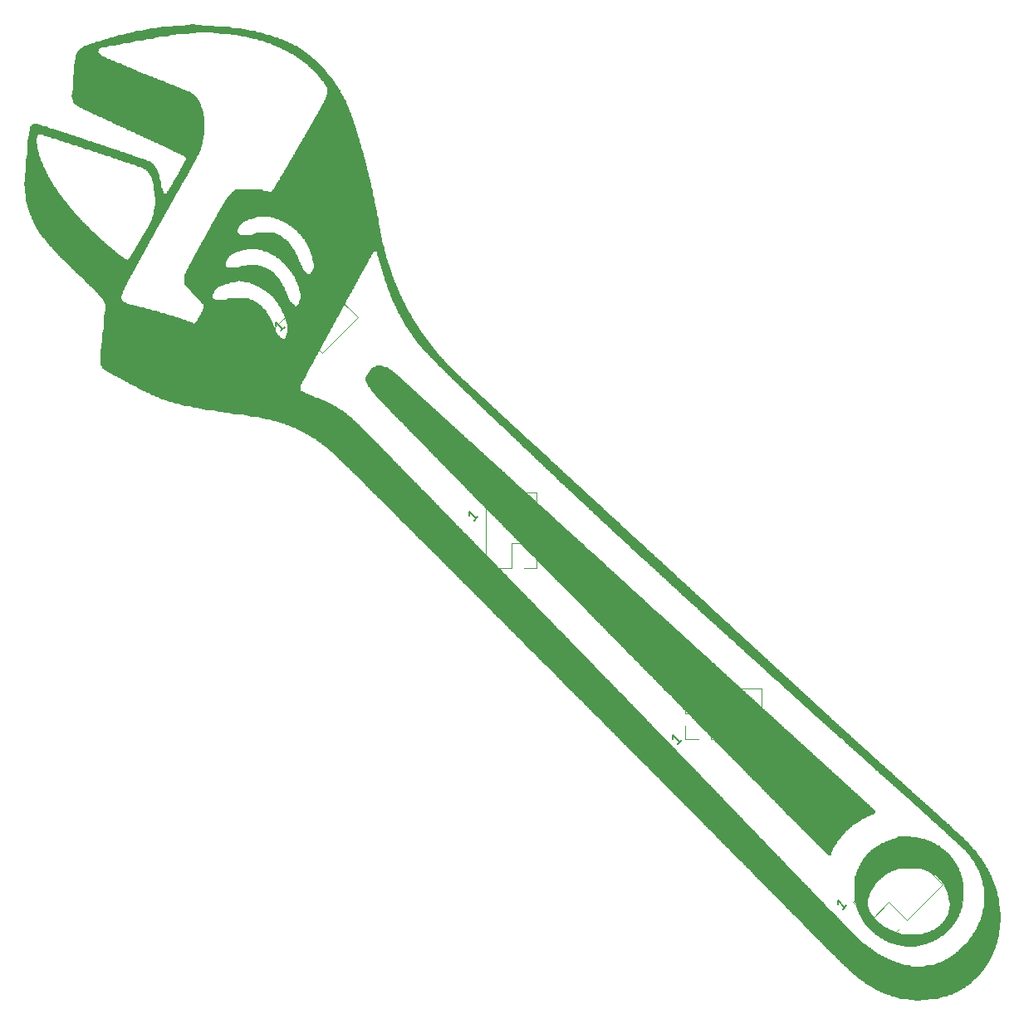
<source format=gbr>
G04 #@! TF.GenerationSoftware,KiCad,Pcbnew,5.1.2*
G04 #@! TF.CreationDate,2019-07-14T12:04:39-05:00*
G04 #@! TF.ProjectId,Wrench,5772656e-6368-42e6-9b69-6361645f7063,rev?*
G04 #@! TF.SameCoordinates,Original*
G04 #@! TF.FileFunction,Legend,Top*
G04 #@! TF.FilePolarity,Positive*
%FSLAX46Y46*%
G04 Gerber Fmt 4.6, Leading zero omitted, Abs format (unit mm)*
G04 Created by KiCad (PCBNEW 5.1.2) date 2019-07-14 12:04:39*
%MOMM*%
%LPD*%
G04 APERTURE LIST*
%ADD10C,0.150000*%
%ADD11C,0.010000*%
%ADD12C,0.120000*%
G04 APERTURE END LIST*
D10*
X114501912Y-76437851D02*
X114097851Y-76841912D01*
X114299881Y-76639881D02*
X113592774Y-75932774D01*
X113626446Y-76101133D01*
X113626446Y-76235820D01*
X113592774Y-76336835D01*
X134211912Y-95757851D02*
X133807851Y-96161912D01*
X134009881Y-95959881D02*
X133302774Y-95252774D01*
X133336446Y-95421133D01*
X133336446Y-95555820D01*
X133302774Y-95656835D01*
X154961912Y-118557851D02*
X154557851Y-118961912D01*
X154759881Y-118759881D02*
X154052774Y-118052774D01*
X154086446Y-118221133D01*
X154086446Y-118355820D01*
X154052774Y-118456835D01*
X171801912Y-135437851D02*
X171397851Y-135841912D01*
X171599881Y-135639881D02*
X170892774Y-134932774D01*
X170926446Y-135101133D01*
X170926446Y-135235820D01*
X170892774Y-135336835D01*
X121531912Y-72377851D02*
X121127851Y-72781912D01*
X121329881Y-72579881D02*
X120622774Y-71872774D01*
X120656446Y-72041133D01*
X120656446Y-72175820D01*
X120622774Y-72276835D01*
D11*
G36*
X105179753Y-45608689D02*
G01*
X105373333Y-45623759D01*
X106626208Y-45727922D01*
X107913333Y-45788907D01*
X108222553Y-45799380D01*
X108458783Y-45809853D01*
X108633692Y-45821520D01*
X108758949Y-45835578D01*
X108846223Y-45853223D01*
X108907182Y-45875650D01*
X108939279Y-45894057D01*
X109004208Y-45926107D01*
X109099509Y-45951636D01*
X109238541Y-45972628D01*
X109434668Y-45991067D01*
X109701252Y-46008937D01*
X109720544Y-46010080D01*
X109998474Y-46028714D01*
X110201916Y-46048062D01*
X110341044Y-46069560D01*
X110426035Y-46094644D01*
X110457634Y-46114058D01*
X110544113Y-46156970D01*
X110693400Y-46196626D01*
X110883634Y-46229160D01*
X111092958Y-46250704D01*
X111268250Y-46257482D01*
X111385500Y-46264690D01*
X111457967Y-46282071D01*
X111469333Y-46293871D01*
X111509121Y-46344343D01*
X111618320Y-46391335D01*
X111781685Y-46430132D01*
X111983969Y-46456019D01*
X111996982Y-46457056D01*
X112162723Y-46477305D01*
X112285511Y-46506920D01*
X112340616Y-46536836D01*
X112453175Y-46616393D01*
X112630496Y-46666193D01*
X112834610Y-46681666D01*
X112996756Y-46694481D01*
X113106098Y-46738312D01*
X113144137Y-46768811D01*
X113262833Y-46836159D01*
X113449233Y-46885083D01*
X113501333Y-46893333D01*
X113687998Y-46933214D01*
X113822602Y-46989619D01*
X113855800Y-47014243D01*
X113952849Y-47071580D01*
X114089921Y-47116570D01*
X114144358Y-47126978D01*
X114279419Y-47160865D01*
X114386785Y-47211981D01*
X114413816Y-47234560D01*
X114499074Y-47289585D01*
X114626470Y-47332356D01*
X114671552Y-47340953D01*
X114816791Y-47380701D01*
X114897795Y-47442918D01*
X114900025Y-47446828D01*
X114967531Y-47505883D01*
X115079587Y-47549495D01*
X115099931Y-47553788D01*
X115243121Y-47601921D01*
X115372877Y-47678565D01*
X115377831Y-47682610D01*
X115478500Y-47749544D01*
X115567013Y-47781808D01*
X115575666Y-47782333D01*
X115659210Y-47808339D01*
X115760659Y-47871989D01*
X115773501Y-47882374D01*
X115881458Y-47959027D01*
X115982129Y-48010133D01*
X115988416Y-48012226D01*
X116062271Y-48050215D01*
X116083666Y-48082204D01*
X116118538Y-48123373D01*
X116205753Y-48177728D01*
X116242416Y-48195768D01*
X116351156Y-48254607D01*
X116425125Y-48310104D01*
X116435020Y-48322084D01*
X116493713Y-48376292D01*
X116592017Y-48438305D01*
X116604354Y-48444804D01*
X116712948Y-48514545D01*
X116792060Y-48588761D01*
X116795150Y-48592970D01*
X116856623Y-48655312D01*
X116894582Y-48671333D01*
X116950877Y-48698598D01*
X117035435Y-48766253D01*
X117058274Y-48787750D01*
X117190129Y-48908840D01*
X117320624Y-49016572D01*
X117431363Y-49096824D01*
X117503949Y-49135478D01*
X117513289Y-49136999D01*
X117556320Y-49172391D01*
X117578420Y-49224808D01*
X117634997Y-49306706D01*
X117689191Y-49335579D01*
X117759466Y-49368589D01*
X117777000Y-49394922D01*
X117805228Y-49438267D01*
X117881415Y-49526399D01*
X117992811Y-49645085D01*
X118085422Y-49739235D01*
X118481630Y-50161450D01*
X118872650Y-50627680D01*
X119028873Y-50817965D01*
X119166781Y-50976450D01*
X119248083Y-51062619D01*
X119315749Y-51151859D01*
X119343333Y-51230734D01*
X119378909Y-51299579D01*
X119428000Y-51326067D01*
X119496882Y-51375410D01*
X119512666Y-51422753D01*
X119543213Y-51510704D01*
X119579260Y-51552567D01*
X119641406Y-51625517D01*
X119710624Y-51735805D01*
X119724333Y-51761666D01*
X119791331Y-51874858D01*
X119857478Y-51959675D01*
X119869405Y-51970765D01*
X119925416Y-52053186D01*
X119936000Y-52104027D01*
X119969930Y-52186126D01*
X120015074Y-52224340D01*
X120080848Y-52294835D01*
X120118828Y-52390060D01*
X120159757Y-52504537D01*
X120210850Y-52580802D01*
X120273658Y-52669755D01*
X120322903Y-52776405D01*
X120368858Y-52865116D01*
X120419010Y-52904545D01*
X120421400Y-52904666D01*
X120461287Y-52943012D01*
X120492589Y-53042144D01*
X120498456Y-53078167D01*
X120542013Y-53228473D01*
X120609864Y-53313401D01*
X120683612Y-53413449D01*
X120698000Y-53499733D01*
X120724982Y-53619738D01*
X120778189Y-53704522D01*
X120837082Y-53797968D01*
X120881624Y-53928033D01*
X120887782Y-53958755D01*
X120923608Y-54081707D01*
X120976243Y-54171709D01*
X120991427Y-54185483D01*
X121045492Y-54262475D01*
X121084685Y-54390083D01*
X121090692Y-54427181D01*
X121119476Y-54552780D01*
X121162139Y-54644287D01*
X121179541Y-54662865D01*
X121220949Y-54729156D01*
X121257636Y-54848227D01*
X121273304Y-54935221D01*
X121303528Y-55077508D01*
X121347791Y-55192604D01*
X121375416Y-55233083D01*
X121423891Y-55318009D01*
X121461160Y-55447075D01*
X121469955Y-55503679D01*
X121498542Y-55641169D01*
X121544085Y-55753015D01*
X121563965Y-55781268D01*
X121609849Y-55866945D01*
X121650158Y-56001190D01*
X121667626Y-56096369D01*
X121697194Y-56241790D01*
X121738564Y-56360695D01*
X121766437Y-56407068D01*
X121808406Y-56489373D01*
X121845631Y-56621990D01*
X121863233Y-56725835D01*
X121892519Y-56878107D01*
X121935672Y-57008303D01*
X121966613Y-57064501D01*
X122011457Y-57158712D01*
X122048905Y-57300585D01*
X122064888Y-57406951D01*
X122088958Y-57554296D01*
X122124885Y-57674003D01*
X122153056Y-57724651D01*
X122193672Y-57804899D01*
X122229246Y-57934868D01*
X122244413Y-58027200D01*
X122273910Y-58179804D01*
X122318288Y-58313115D01*
X122346174Y-58365666D01*
X122389754Y-58464036D01*
X122427784Y-58611462D01*
X122448048Y-58743469D01*
X122472588Y-58897094D01*
X122508103Y-59023552D01*
X122541041Y-59087036D01*
X122578825Y-59165875D01*
X122614496Y-59304864D01*
X122641825Y-59479587D01*
X122642347Y-59484200D01*
X122668154Y-59652141D01*
X122702263Y-59791582D01*
X122738044Y-59876156D01*
X122742225Y-59881466D01*
X122779795Y-59959733D01*
X122814357Y-60091947D01*
X122835708Y-60228333D01*
X122863452Y-60394921D01*
X122904640Y-60545923D01*
X122940933Y-60630500D01*
X122985599Y-60745208D01*
X123021400Y-60908913D01*
X123037477Y-61043239D01*
X123059667Y-61213389D01*
X123095365Y-61358815D01*
X123128986Y-61435920D01*
X123169116Y-61533681D01*
X123203855Y-61681820D01*
X123223478Y-61827514D01*
X123247231Y-61996329D01*
X123284481Y-62149479D01*
X123320613Y-62240300D01*
X123363331Y-62356755D01*
X123398893Y-62532057D01*
X123420474Y-62720483D01*
X123453042Y-62977786D01*
X123504717Y-63159215D01*
X123528506Y-63206183D01*
X123582342Y-63339733D01*
X123616320Y-63535431D01*
X123628330Y-63688564D01*
X123650220Y-63918875D01*
X123686339Y-64065819D01*
X123712975Y-64111897D01*
X123752873Y-64198957D01*
X123784290Y-64362063D01*
X123808018Y-64605354D01*
X123808334Y-64609833D01*
X123835731Y-64873126D01*
X123876013Y-65082742D01*
X123916391Y-65202500D01*
X123971160Y-65382603D01*
X124005454Y-65639973D01*
X124013205Y-65762670D01*
X124032822Y-66004937D01*
X124064890Y-66175593D01*
X124097007Y-66253304D01*
X124131405Y-66342345D01*
X124165285Y-66493403D01*
X124193972Y-66683926D01*
X124202658Y-66763179D01*
X124230311Y-66981121D01*
X124264011Y-67144272D01*
X124300776Y-67238748D01*
X124306436Y-67246212D01*
X124345550Y-67333700D01*
X124376764Y-67488673D01*
X124393587Y-67650017D01*
X124421759Y-67881534D01*
X124467258Y-68045502D01*
X124492863Y-68094517D01*
X124538747Y-68201724D01*
X124576955Y-68360305D01*
X124595563Y-68494328D01*
X124619275Y-68656098D01*
X124653844Y-68787200D01*
X124687251Y-68854161D01*
X124727430Y-68935254D01*
X124763619Y-69067621D01*
X124782100Y-69178834D01*
X124810022Y-69334549D01*
X124849939Y-69469880D01*
X124879491Y-69532351D01*
X124923209Y-69632416D01*
X124962175Y-69777292D01*
X124978957Y-69872849D01*
X125007158Y-70011824D01*
X125045592Y-70117782D01*
X125073216Y-70156140D01*
X125114886Y-70222399D01*
X125151126Y-70339906D01*
X125164051Y-70411308D01*
X125196425Y-70559014D01*
X125244590Y-70687944D01*
X125266974Y-70727000D01*
X125320196Y-70837829D01*
X125359667Y-70980499D01*
X125365425Y-71016035D01*
X125395872Y-71148134D01*
X125441917Y-71253176D01*
X125456816Y-71273263D01*
X125504988Y-71358950D01*
X125548069Y-71488380D01*
X125561057Y-71546670D01*
X125596902Y-71682051D01*
X125643760Y-71790424D01*
X125663404Y-71818608D01*
X125714627Y-71908360D01*
X125754481Y-72032761D01*
X125758031Y-72050284D01*
X125797711Y-72183747D01*
X125854925Y-72296191D01*
X125860882Y-72304284D01*
X125921820Y-72415353D01*
X125961563Y-72540183D01*
X126007963Y-72676143D01*
X126073961Y-72789309D01*
X126134883Y-72897201D01*
X126159000Y-72997542D01*
X126188375Y-73106206D01*
X126234099Y-73172766D01*
X126294244Y-73261248D01*
X126350062Y-73387437D01*
X126361294Y-73421744D01*
X126408432Y-73543274D01*
X126462069Y-73633042D01*
X126476694Y-73648161D01*
X126530782Y-73728607D01*
X126540000Y-73774474D01*
X126565060Y-73859285D01*
X126622042Y-73952548D01*
X126692031Y-74066313D01*
X126731683Y-74166808D01*
X126784250Y-74281087D01*
X126840140Y-74349945D01*
X126903174Y-74443043D01*
X126921000Y-74519146D01*
X126947544Y-74614124D01*
X127012828Y-74723459D01*
X127026833Y-74740946D01*
X127095877Y-74839200D01*
X127131391Y-74921400D01*
X127132666Y-74933204D01*
X127166313Y-75005379D01*
X127212406Y-75042363D01*
X127275229Y-75111573D01*
X127317470Y-75220252D01*
X127318422Y-75225100D01*
X127362092Y-75345833D01*
X127429182Y-75437500D01*
X127493447Y-75514218D01*
X127513666Y-75571351D01*
X127545223Y-75643164D01*
X127591490Y-75688182D01*
X127660062Y-75770178D01*
X127698401Y-75860993D01*
X127751189Y-75981845D01*
X127811076Y-76062076D01*
X127872684Y-76136770D01*
X127894666Y-76185818D01*
X127921113Y-76240837D01*
X127986189Y-76324357D01*
X128000500Y-76340167D01*
X128070528Y-76427792D01*
X128105446Y-76495124D01*
X128106333Y-76502273D01*
X128135670Y-76563583D01*
X128191000Y-76622677D01*
X128255250Y-76698055D01*
X128275666Y-76753264D01*
X128299867Y-76819175D01*
X128361299Y-76920584D01*
X128401209Y-76975928D01*
X128494041Y-77098103D01*
X128578433Y-77209943D01*
X128602292Y-77241814D01*
X128689280Y-77349947D01*
X128773083Y-77444821D01*
X128839610Y-77534596D01*
X128868307Y-77610487D01*
X128868333Y-77612054D01*
X128903858Y-77674631D01*
X128952999Y-77699733D01*
X129021828Y-77744389D01*
X129037666Y-77785432D01*
X129063158Y-77855803D01*
X129126939Y-77955073D01*
X129154083Y-77989618D01*
X129237157Y-78092665D01*
X129348916Y-78234781D01*
X129466991Y-78387489D01*
X129482166Y-78407324D01*
X129611494Y-78571098D01*
X129750380Y-78738401D01*
X129869611Y-78874078D01*
X129873750Y-78878557D01*
X129967652Y-78983922D01*
X130032751Y-79064673D01*
X130053666Y-79099951D01*
X130080081Y-79147068D01*
X130137098Y-79213344D01*
X130308449Y-79394704D01*
X130419160Y-79522536D01*
X130471687Y-79599769D01*
X130477000Y-79618459D01*
X130511401Y-79654520D01*
X130541828Y-79659333D01*
X130609420Y-79694067D01*
X130633811Y-79733416D01*
X130645349Y-79762751D01*
X130661692Y-79792817D01*
X130690304Y-79831843D01*
X130738650Y-79888060D01*
X130814194Y-79969696D01*
X130924400Y-80084982D01*
X131076733Y-80242147D01*
X131278657Y-80449421D01*
X131344148Y-80516583D01*
X131516228Y-80690620D01*
X131669747Y-80841317D01*
X131794405Y-80958927D01*
X131879901Y-81033703D01*
X131914578Y-81056333D01*
X131953528Y-81090657D01*
X131958666Y-81120740D01*
X131993429Y-81184200D01*
X132064500Y-81233369D01*
X132142626Y-81287816D01*
X132170333Y-81339202D01*
X132204948Y-81397630D01*
X132275352Y-81444665D01*
X132363566Y-81508210D01*
X132405205Y-81570757D01*
X132442887Y-81635684D01*
X132468523Y-81649000D01*
X132515273Y-81676391D01*
X132604958Y-81749076D01*
X132720311Y-81852818D01*
X132751421Y-81882209D01*
X132876412Y-81995794D01*
X132986304Y-82085612D01*
X133060806Y-82135302D01*
X133069916Y-82139062D01*
X133132720Y-82188112D01*
X133144000Y-82224260D01*
X133178694Y-82285685D01*
X133249019Y-82333665D01*
X133337233Y-82397210D01*
X133378872Y-82459757D01*
X133413464Y-82524600D01*
X133435400Y-82538000D01*
X133480007Y-82564865D01*
X133567096Y-82635443D01*
X133678171Y-82734706D01*
X133682875Y-82739083D01*
X133904220Y-82943513D01*
X134070794Y-83092935D01*
X134187974Y-83191931D01*
X134261138Y-83245079D01*
X134291719Y-83257666D01*
X134324979Y-83292085D01*
X134329333Y-83322074D01*
X134364096Y-83385533D01*
X134435166Y-83434702D01*
X134513248Y-83488319D01*
X134541000Y-83538139D01*
X134574360Y-83600605D01*
X134621865Y-83636632D01*
X134705696Y-83693253D01*
X134809769Y-83777987D01*
X134830873Y-83796871D01*
X135000885Y-83950563D01*
X135119835Y-84053986D01*
X135197871Y-84115367D01*
X135245142Y-84142931D01*
X135262390Y-84146666D01*
X135298285Y-84181043D01*
X135303000Y-84211074D01*
X135337762Y-84274533D01*
X135408833Y-84323702D01*
X135486915Y-84377319D01*
X135514666Y-84427139D01*
X135547957Y-84490272D01*
X135592012Y-84523748D01*
X135658872Y-84571393D01*
X135766085Y-84660190D01*
X135892835Y-84772748D01*
X135920095Y-84797877D01*
X136103826Y-84968123D01*
X136235538Y-85088995D01*
X136325100Y-85168901D01*
X136382380Y-85216246D01*
X136417247Y-85239437D01*
X136439568Y-85246881D01*
X136447724Y-85247333D01*
X136483995Y-85281542D01*
X136488333Y-85309343D01*
X136521819Y-85378214D01*
X136565896Y-85412865D01*
X136633440Y-85461200D01*
X136740182Y-85550497D01*
X136864638Y-85662674D01*
X136882001Y-85678937D01*
X137112862Y-85895912D01*
X137289885Y-86061243D01*
X137420583Y-86181638D01*
X137512468Y-86263801D01*
X137573051Y-86314440D01*
X137609847Y-86340259D01*
X137630366Y-86347965D01*
X137631520Y-86348000D01*
X137672457Y-86382075D01*
X137681145Y-86405422D01*
X137718496Y-86460499D01*
X137800326Y-86546165D01*
X137905199Y-86643305D01*
X138011677Y-86732809D01*
X138098323Y-86795564D01*
X138139055Y-86813666D01*
X138179938Y-86848561D01*
X138202833Y-86898333D01*
X138241622Y-86966771D01*
X138271029Y-86983000D01*
X138319158Y-87010937D01*
X138408098Y-87084687D01*
X138519846Y-87189159D01*
X138536157Y-87205250D01*
X138662063Y-87327716D01*
X138804076Y-87461841D01*
X138948312Y-87595025D01*
X139080882Y-87714669D01*
X139187902Y-87808175D01*
X139255486Y-87862944D01*
X139271021Y-87872000D01*
X139306006Y-87899599D01*
X139384697Y-87972527D01*
X139491197Y-88075978D01*
X139509631Y-88094250D01*
X139693824Y-88274309D01*
X139871573Y-88442636D01*
X140031996Y-88589455D01*
X140164211Y-88704993D01*
X140257336Y-88779474D01*
X140299064Y-88803333D01*
X140339121Y-88838210D01*
X140361833Y-88888000D01*
X140400622Y-88956438D01*
X140430029Y-88972666D01*
X140478226Y-89000512D01*
X140567439Y-89074040D01*
X140679654Y-89178236D01*
X140696680Y-89194916D01*
X140906864Y-89398002D01*
X141074553Y-89551084D01*
X141195173Y-89650197D01*
X141264151Y-89691378D01*
X141270572Y-89692333D01*
X141312396Y-89727247D01*
X141335500Y-89777000D01*
X141382931Y-89845654D01*
X141423926Y-89861666D01*
X141485221Y-89896373D01*
X141533702Y-89967500D01*
X141580238Y-90045178D01*
X141616466Y-90073333D01*
X141661302Y-90100676D01*
X141749473Y-90173240D01*
X141863998Y-90276829D01*
X141895421Y-90306543D01*
X142020412Y-90420127D01*
X142130304Y-90509946D01*
X142204806Y-90559635D01*
X142213916Y-90563396D01*
X142276720Y-90612445D01*
X142288000Y-90648593D01*
X142322706Y-90709888D01*
X142393833Y-90758369D01*
X142471967Y-90812962D01*
X142499666Y-90864623D01*
X142534132Y-90927207D01*
X142572124Y-90950461D01*
X142639181Y-90993403D01*
X142741769Y-91077606D01*
X142843513Y-91171383D01*
X143046211Y-91364434D01*
X143214384Y-91517030D01*
X143341010Y-91623119D01*
X143419070Y-91676647D01*
X143435719Y-91682000D01*
X143468918Y-91716446D01*
X143473333Y-91746828D01*
X143507955Y-91815058D01*
X143546859Y-91839872D01*
X143612625Y-91882611D01*
X143715412Y-91968024D01*
X143833384Y-92077920D01*
X143837492Y-92081960D01*
X144033753Y-92270799D01*
X144197312Y-92419076D01*
X144320616Y-92520323D01*
X144396113Y-92568071D01*
X144408600Y-92571000D01*
X144442530Y-92605417D01*
X144447000Y-92635547D01*
X144482401Y-92697082D01*
X144552833Y-92740333D01*
X144631677Y-92792358D01*
X144658666Y-92846447D01*
X144693124Y-92916833D01*
X144726965Y-92938532D01*
X144791390Y-92980182D01*
X144900138Y-93067487D01*
X145037351Y-93186547D01*
X145187172Y-93323462D01*
X145333744Y-93464332D01*
X145382247Y-93512916D01*
X145467930Y-93588305D01*
X145534923Y-93627682D01*
X145544532Y-93629333D01*
X145593194Y-93664450D01*
X145632333Y-93735166D01*
X145675436Y-93813616D01*
X145712734Y-93841000D01*
X145763492Y-93870258D01*
X145866640Y-93953982D01*
X146015383Y-94086091D01*
X146202926Y-94260508D01*
X146422474Y-94471153D01*
X146481722Y-94528916D01*
X146588082Y-94629916D01*
X146669976Y-94702106D01*
X146709822Y-94729997D01*
X146709944Y-94730000D01*
X146748509Y-94757607D01*
X146831261Y-94831051D01*
X146942556Y-94936266D01*
X146980694Y-94973416D01*
X147202713Y-95188268D01*
X147397289Y-95370787D01*
X147557051Y-95514403D01*
X147674629Y-95612543D01*
X147742651Y-95658637D01*
X147752291Y-95661333D01*
X147787170Y-95695566D01*
X147791333Y-95723343D01*
X147824850Y-95791856D01*
X147870545Y-95827747D01*
X147939822Y-95877566D01*
X148046272Y-95967995D01*
X148167225Y-96079748D01*
X148170850Y-96083237D01*
X148280827Y-96187060D01*
X148365465Y-96262899D01*
X148408171Y-96295945D01*
X148409643Y-96296333D01*
X148445438Y-96323918D01*
X148528239Y-96398453D01*
X148644600Y-96507605D01*
X148744239Y-96603250D01*
X148942753Y-96793613D01*
X149114528Y-96954618D01*
X149251178Y-97078648D01*
X149344313Y-97158086D01*
X149385235Y-97185333D01*
X149419494Y-97213124D01*
X149501104Y-97288485D01*
X149617271Y-97399393D01*
X149734421Y-97513416D01*
X149958867Y-97732016D01*
X150130810Y-97895537D01*
X150256672Y-98009697D01*
X150342876Y-98080214D01*
X150395846Y-98112805D01*
X150412002Y-98116666D01*
X150455932Y-98151624D01*
X150479500Y-98201333D01*
X150526931Y-98269988D01*
X150567926Y-98286000D01*
X150629221Y-98320706D01*
X150677702Y-98391833D01*
X150725547Y-98469589D01*
X150764319Y-98497666D01*
X150811892Y-98525680D01*
X150906075Y-98601884D01*
X151033688Y-98714518D01*
X151181552Y-98851825D01*
X151336488Y-99002045D01*
X151393005Y-99058583D01*
X151478922Y-99133892D01*
X151546009Y-99173312D01*
X151555725Y-99175000D01*
X151606329Y-99209418D01*
X151651369Y-99280833D01*
X151698056Y-99358521D01*
X151734577Y-99386666D01*
X151780731Y-99414616D01*
X151874437Y-99491011D01*
X152003136Y-99604671D01*
X152154271Y-99744413D01*
X152315284Y-99899057D01*
X152364543Y-99947583D01*
X152451500Y-100022619D01*
X152519331Y-100062183D01*
X152529532Y-100064000D01*
X152578194Y-100099117D01*
X152617333Y-100169833D01*
X152662181Y-100248366D01*
X152702800Y-100275666D01*
X152752424Y-100303529D01*
X152843680Y-100377457D01*
X152959026Y-100482958D01*
X152989598Y-100512595D01*
X153164037Y-100683192D01*
X153288558Y-100803073D01*
X153373388Y-100881111D01*
X153428756Y-100926179D01*
X153464888Y-100947150D01*
X153492014Y-100952896D01*
X153497254Y-100953000D01*
X153550415Y-100988220D01*
X153591000Y-101058833D01*
X153642877Y-101137671D01*
X153696693Y-101164666D01*
X153760947Y-101199449D01*
X153810369Y-101270500D01*
X153856575Y-101348158D01*
X153892159Y-101376333D01*
X153937061Y-101403583D01*
X154027688Y-101476452D01*
X154148981Y-101581621D01*
X154285884Y-101705769D01*
X154423337Y-101835575D01*
X154526247Y-101937250D01*
X154611930Y-102012638D01*
X154678923Y-102052015D01*
X154688532Y-102053666D01*
X154737194Y-102088783D01*
X154776333Y-102159500D01*
X154821181Y-102238032D01*
X154861800Y-102265333D01*
X154912175Y-102292919D01*
X155003824Y-102365814D01*
X155118388Y-102469223D01*
X155137588Y-102487583D01*
X155319815Y-102661966D01*
X155453081Y-102785870D01*
X155548280Y-102868697D01*
X155616305Y-102919851D01*
X155668050Y-102948735D01*
X155675466Y-102951885D01*
X155738275Y-103008027D01*
X155750000Y-103048183D01*
X155785422Y-103110754D01*
X155855833Y-103154333D01*
X155934658Y-103205893D01*
X155961666Y-103259118D01*
X155983575Y-103316133D01*
X156002802Y-103323666D01*
X156032345Y-103333578D01*
X156082461Y-103368301D01*
X156161724Y-103435316D01*
X156278706Y-103542106D01*
X156441980Y-103696153D01*
X156572729Y-103821083D01*
X156689738Y-103927851D01*
X156786681Y-104006576D01*
X156845193Y-104042532D01*
X156849871Y-104043333D01*
X156896765Y-104078409D01*
X156935333Y-104149166D01*
X156980525Y-104227715D01*
X157021794Y-104255000D01*
X157077303Y-104282829D01*
X157163769Y-104353098D01*
X157205046Y-104392583D01*
X157344583Y-104528755D01*
X157488723Y-104662906D01*
X157622945Y-104782277D01*
X157732724Y-104874112D01*
X157803538Y-104925652D01*
X157819491Y-104932333D01*
X157859681Y-104966452D01*
X157901297Y-105038166D01*
X157955744Y-105116292D01*
X158007130Y-105144000D01*
X158065437Y-105178627D01*
X158112963Y-105249833D01*
X158161350Y-105327621D01*
X158201169Y-105355666D01*
X158253559Y-105383248D01*
X158336650Y-105452323D01*
X158368153Y-105482666D01*
X158455820Y-105561484D01*
X158522488Y-105605992D01*
X158535874Y-105609666D01*
X158585890Y-105641610D01*
X158645940Y-105715500D01*
X158714079Y-105791576D01*
X158774956Y-105821333D01*
X158834037Y-105856651D01*
X158862319Y-105908580D01*
X158920660Y-105992557D01*
X158992171Y-106042375D01*
X159068599Y-106096376D01*
X159094333Y-106145628D01*
X159114549Y-106197522D01*
X159128138Y-106202333D01*
X159174728Y-106229506D01*
X159260118Y-106299761D01*
X159338169Y-106371666D01*
X159440446Y-106463574D01*
X159521575Y-106525071D01*
X159555511Y-106541000D01*
X159599843Y-106575966D01*
X159623500Y-106625666D01*
X159679629Y-106694477D01*
X159732186Y-106710333D01*
X159799673Y-106733146D01*
X159814698Y-106763250D01*
X159844725Y-106812799D01*
X159924868Y-106902748D01*
X160041188Y-107018133D01*
X160120311Y-107091333D01*
X160268508Y-107225831D01*
X160407008Y-107352850D01*
X160514046Y-107452379D01*
X160546202Y-107482916D01*
X160626882Y-107556634D01*
X160678805Y-107596834D01*
X160685089Y-107599333D01*
X160708308Y-107615437D01*
X160766556Y-107666806D01*
X160864696Y-107758026D01*
X161007586Y-107893683D01*
X161200089Y-108078361D01*
X161447064Y-108316648D01*
X161513040Y-108380443D01*
X161592903Y-108451280D01*
X161646391Y-108487219D01*
X161651385Y-108488333D01*
X161690407Y-108516293D01*
X161776315Y-108592277D01*
X161896131Y-108704435D01*
X162026677Y-108830887D01*
X162222714Y-109023346D01*
X162367459Y-109164348D01*
X162469905Y-109261885D01*
X162539041Y-109323954D01*
X162583859Y-109358546D01*
X162613349Y-109373658D01*
X162636503Y-109377283D01*
X162641254Y-109377333D01*
X162694415Y-109412553D01*
X162735000Y-109483166D01*
X162778197Y-109561621D01*
X162815677Y-109589000D01*
X162860473Y-109616864D01*
X162951660Y-109692551D01*
X163075574Y-109804202D01*
X163205882Y-109927666D01*
X163349429Y-110062143D01*
X163474862Y-110171335D01*
X163567847Y-110243290D01*
X163612038Y-110266333D01*
X163667384Y-110301602D01*
X163708666Y-110372166D01*
X163760593Y-110451006D01*
X163814500Y-110478000D01*
X163876830Y-110513417D01*
X163920333Y-110583833D01*
X163964354Y-110662327D01*
X164003401Y-110689666D01*
X164054183Y-110718143D01*
X164153204Y-110796981D01*
X164289219Y-110916290D01*
X164450982Y-111066181D01*
X164627248Y-111236764D01*
X164641209Y-111250583D01*
X164728166Y-111325619D01*
X164795998Y-111365183D01*
X164806199Y-111367000D01*
X164854861Y-111402117D01*
X164894000Y-111472833D01*
X164938848Y-111551366D01*
X164979467Y-111578666D01*
X165029207Y-111606441D01*
X165120682Y-111680118D01*
X165236269Y-111785228D01*
X165266264Y-111814133D01*
X165444672Y-111987243D01*
X165572822Y-112109147D01*
X165660454Y-112188383D01*
X165717303Y-112233487D01*
X165753108Y-112252997D01*
X165770264Y-112256000D01*
X165816387Y-112290291D01*
X165859963Y-112361833D01*
X165910095Y-112439722D01*
X165953274Y-112467666D01*
X166002829Y-112495527D01*
X166094031Y-112569451D01*
X166209348Y-112674947D01*
X166239931Y-112704595D01*
X166414536Y-112875375D01*
X166539040Y-112995405D01*
X166623482Y-113073532D01*
X166677901Y-113118602D01*
X166712337Y-113139460D01*
X166736829Y-113144953D01*
X166739745Y-113145000D01*
X166789022Y-113179381D01*
X166833630Y-113250833D01*
X166890804Y-113329100D01*
X166947306Y-113356666D01*
X167009531Y-113392082D01*
X167053000Y-113462500D01*
X167096867Y-113540986D01*
X167135623Y-113568333D01*
X167184291Y-113595759D01*
X167275507Y-113668520D01*
X167391693Y-113772337D01*
X167422261Y-113801166D01*
X167542477Y-113910556D01*
X167642777Y-113992356D01*
X167705294Y-114032251D01*
X167712795Y-114034000D01*
X167762537Y-114068394D01*
X167807297Y-114139833D01*
X167861744Y-114217959D01*
X167913130Y-114245666D01*
X167971437Y-114280294D01*
X168018963Y-114351500D01*
X168068772Y-114429370D01*
X168111332Y-114457333D01*
X168138961Y-114467183D01*
X168187337Y-114501487D01*
X168264473Y-114567378D01*
X168378385Y-114671989D01*
X168537086Y-114822451D01*
X168729727Y-115007686D01*
X168819687Y-115085936D01*
X168888298Y-115130635D01*
X168902848Y-115134666D01*
X168949033Y-115168960D01*
X168992630Y-115240500D01*
X169048446Y-115318697D01*
X169102406Y-115346333D01*
X169163513Y-115381601D01*
X169190833Y-115431000D01*
X169228240Y-115499397D01*
X169255774Y-115515666D01*
X169311158Y-115545781D01*
X169417339Y-115632273D01*
X169567629Y-115769364D01*
X169721594Y-115917949D01*
X169805023Y-115988714D01*
X169868126Y-116023052D01*
X169873548Y-116023666D01*
X169921968Y-116058023D01*
X169966297Y-116129500D01*
X170022112Y-116207697D01*
X170076073Y-116235333D01*
X170137180Y-116270601D01*
X170164500Y-116320000D01*
X170198031Y-116388289D01*
X170220269Y-116404694D01*
X170262296Y-116431586D01*
X170350091Y-116503454D01*
X170467884Y-116607126D01*
X170524333Y-116658666D01*
X170652759Y-116772466D01*
X170761172Y-116859903D01*
X170832601Y-116907638D01*
X170847479Y-116912639D01*
X170895211Y-116948123D01*
X170918420Y-117000474D01*
X170972615Y-117081655D01*
X171024031Y-117109896D01*
X171103851Y-117162935D01*
X171153265Y-117233754D01*
X171209007Y-117310309D01*
X171261406Y-117336000D01*
X171325455Y-117370805D01*
X171348335Y-117410083D01*
X171397158Y-117476366D01*
X171496274Y-117568102D01*
X171623446Y-117667067D01*
X171756433Y-117755038D01*
X171798329Y-117778833D01*
X171872096Y-117850600D01*
X171894419Y-117898391D01*
X171948862Y-117973111D01*
X172001456Y-117999879D01*
X172084028Y-118053702D01*
X172113284Y-118102570D01*
X172147216Y-118168411D01*
X172168860Y-118182666D01*
X172211460Y-118209584D01*
X172299638Y-118281525D01*
X172417521Y-118385268D01*
X172472923Y-118435930D01*
X172601032Y-118549709D01*
X172709142Y-118637189D01*
X172780246Y-118684946D01*
X172794812Y-118689930D01*
X172842582Y-118726040D01*
X172865754Y-118778474D01*
X172921682Y-118860178D01*
X172975122Y-118888879D01*
X173057695Y-118942702D01*
X173086950Y-118991570D01*
X173124384Y-119057511D01*
X173150393Y-119071666D01*
X173191754Y-119090114D01*
X173268844Y-119149592D01*
X173388932Y-119256297D01*
X173559282Y-119416428D01*
X173598060Y-119453528D01*
X173689159Y-119531482D01*
X173759944Y-119575807D01*
X173775124Y-119579666D01*
X173823053Y-119614704D01*
X173847500Y-119664333D01*
X173884718Y-119732725D01*
X173911994Y-119749000D01*
X173958572Y-119776491D01*
X174047249Y-119849154D01*
X174160276Y-119952275D01*
X174180090Y-119971250D01*
X174318883Y-120102085D01*
X174458277Y-120228640D01*
X174564526Y-120320500D01*
X174668544Y-120408901D01*
X174749908Y-120482568D01*
X174769828Y-120502444D01*
X174800254Y-120534504D01*
X174835226Y-120569307D01*
X174887750Y-120619095D01*
X174970829Y-120696109D01*
X175097466Y-120812589D01*
X175172079Y-120881097D01*
X175297332Y-120990818D01*
X175406611Y-121077234D01*
X175479022Y-121123986D01*
X175485751Y-121126679D01*
X175557808Y-121183919D01*
X175583853Y-121232832D01*
X175621255Y-121300075D01*
X175648059Y-121315333D01*
X175699390Y-121342575D01*
X175782659Y-121410901D01*
X175816000Y-121442333D01*
X175905040Y-121520782D01*
X175972743Y-121565423D01*
X175986792Y-121569333D01*
X176023299Y-121603538D01*
X176027666Y-121631343D01*
X176061213Y-121699504D01*
X176108531Y-121736632D01*
X176192345Y-121793569D01*
X176295760Y-121878722D01*
X176315759Y-121896871D01*
X176410923Y-121984899D01*
X176540777Y-122104946D01*
X176677818Y-122231586D01*
X176682686Y-122236083D01*
X176801824Y-122341782D01*
X176899250Y-122420225D01*
X176957053Y-122457175D01*
X176962291Y-122458333D01*
X176997170Y-122492566D01*
X177001333Y-122520343D01*
X177034947Y-122587687D01*
X177086141Y-122627742D01*
X177187583Y-122697950D01*
X177337383Y-122826612D01*
X177531988Y-123009901D01*
X177612274Y-123071408D01*
X177669572Y-123093333D01*
X177717674Y-123120729D01*
X177721000Y-123135666D01*
X177729459Y-123166894D01*
X177761574Y-123210538D01*
X177827449Y-123276627D01*
X177937189Y-123375191D01*
X178100900Y-123516259D01*
X178126193Y-123537833D01*
X178264870Y-123658652D01*
X178393593Y-123775247D01*
X178485386Y-123863164D01*
X178488081Y-123865916D01*
X178573210Y-123941457D01*
X178639842Y-123980751D01*
X178649199Y-123982333D01*
X178697861Y-124017450D01*
X178737000Y-124088166D01*
X178780867Y-124166653D01*
X178819623Y-124194000D01*
X178868291Y-124221426D01*
X178959507Y-124294186D01*
X179075693Y-124398004D01*
X179106261Y-124426833D01*
X179227050Y-124536315D01*
X179328637Y-124618142D01*
X179392865Y-124657957D01*
X179400738Y-124659666D01*
X179452164Y-124694847D01*
X179478603Y-124746758D01*
X179537662Y-124828481D01*
X179608455Y-124872710D01*
X179685594Y-124924353D01*
X179710666Y-124976118D01*
X179732463Y-125033135D01*
X179751588Y-125040666D01*
X179803435Y-125067626D01*
X179891406Y-125136611D01*
X179952672Y-125191718D01*
X180111636Y-125340721D01*
X180222456Y-125441533D01*
X180297898Y-125504774D01*
X180350725Y-125541067D01*
X180393700Y-125561031D01*
X180398583Y-125562758D01*
X180461341Y-125614918D01*
X180472666Y-125653171D01*
X180493632Y-125710376D01*
X180512154Y-125718000D01*
X180559804Y-125745317D01*
X180649779Y-125817558D01*
X180764163Y-125920152D01*
X180785469Y-125940250D01*
X180925241Y-126070489D01*
X181065129Y-126196610D01*
X181172710Y-126289500D01*
X181268058Y-126372482D01*
X181403607Y-126495623D01*
X181558819Y-126640092D01*
X181668258Y-126743909D01*
X181813158Y-126878494D01*
X181942036Y-126990779D01*
X182039241Y-127067566D01*
X182084409Y-127094809D01*
X182161345Y-127146204D01*
X182226688Y-127222484D01*
X182295620Y-127297916D01*
X182357475Y-127326666D01*
X182413103Y-127354523D01*
X182420000Y-127377795D01*
X182449736Y-127428108D01*
X182527932Y-127517135D01*
X182638069Y-127629309D01*
X182763628Y-127749066D01*
X182888091Y-127860838D01*
X182994939Y-127949061D01*
X183067652Y-127998169D01*
X183083897Y-128003386D01*
X183136641Y-128038856D01*
X183158794Y-128082242D01*
X183214247Y-128158203D01*
X183288647Y-128208334D01*
X183366526Y-128265131D01*
X183393666Y-128320592D01*
X183416006Y-128377511D01*
X183435544Y-128385000D01*
X183491718Y-128415531D01*
X183594102Y-128500806D01*
X183733731Y-128631348D01*
X183901641Y-128797679D01*
X184088869Y-128990321D01*
X184286451Y-129199796D01*
X184485424Y-129416628D01*
X184676823Y-129631338D01*
X184851685Y-129834449D01*
X185001046Y-130016483D01*
X185096945Y-130141650D01*
X185142079Y-130200407D01*
X185214946Y-130292737D01*
X185234528Y-130317277D01*
X185302167Y-130410817D01*
X185338834Y-130478997D01*
X185341000Y-130489560D01*
X185370101Y-130541773D01*
X185440763Y-130615410D01*
X185446833Y-130620752D01*
X185519978Y-130699517D01*
X185552559Y-130764596D01*
X185552666Y-130767145D01*
X185582221Y-130833642D01*
X185637333Y-130894010D01*
X185701466Y-130967503D01*
X185722051Y-131019835D01*
X185747850Y-131084581D01*
X185811480Y-131176448D01*
X185827885Y-131196167D01*
X185897564Y-131296274D01*
X185932663Y-131384065D01*
X185933666Y-131395761D01*
X185967573Y-131476489D01*
X186013406Y-131515030D01*
X186076229Y-131584239D01*
X186118470Y-131692919D01*
X186119422Y-131697767D01*
X186163092Y-131818500D01*
X186230182Y-131910167D01*
X186294953Y-131994179D01*
X186314666Y-132061876D01*
X186339874Y-132151983D01*
X186393816Y-132242207D01*
X186458900Y-132356419D01*
X186504923Y-132490222D01*
X186505166Y-132491333D01*
X186550884Y-132625018D01*
X186615924Y-132739700D01*
X186616516Y-132740459D01*
X186675413Y-132854156D01*
X186695666Y-132957000D01*
X186722097Y-133075941D01*
X186776404Y-133175223D01*
X186831098Y-133279219D01*
X186875585Y-133422822D01*
X186887928Y-133487849D01*
X186921177Y-133635520D01*
X186969367Y-133764447D01*
X186991565Y-133803666D01*
X187035715Y-133906658D01*
X187072381Y-134063300D01*
X187090660Y-134201080D01*
X187114083Y-134366351D01*
X187149431Y-134511099D01*
X187185845Y-134597880D01*
X187218871Y-134676389D01*
X187246088Y-134807548D01*
X187269044Y-135001674D01*
X187289285Y-135269084D01*
X187291273Y-135301133D01*
X187310448Y-135550632D01*
X187336504Y-135800774D01*
X187366173Y-136024154D01*
X187396187Y-136193370D01*
X187399391Y-136207592D01*
X187430515Y-136350489D01*
X187446917Y-136465456D01*
X187448446Y-136578397D01*
X187434953Y-136715212D01*
X187406291Y-136901805D01*
X187395008Y-136969592D01*
X187360648Y-137207545D01*
X187328324Y-137489284D01*
X187302384Y-137773960D01*
X187290394Y-137952352D01*
X187273886Y-138200302D01*
X187253861Y-138378454D01*
X187227904Y-138501669D01*
X187193602Y-138584811D01*
X187185522Y-138597946D01*
X187135790Y-138717546D01*
X187099201Y-138892187D01*
X187087353Y-139000093D01*
X187059613Y-139204803D01*
X187013443Y-139329990D01*
X186992733Y-139355661D01*
X186942320Y-139439635D01*
X186902626Y-139567001D01*
X186893730Y-139617204D01*
X186856898Y-139772771D01*
X186798243Y-139919805D01*
X186781718Y-139949543D01*
X186724946Y-140065143D01*
X186696562Y-140166963D01*
X186695824Y-140179707D01*
X186670147Y-140277002D01*
X186613624Y-140373548D01*
X186541997Y-140493442D01*
X186501335Y-140601507D01*
X186450635Y-140731395D01*
X186392877Y-140826125D01*
X186335708Y-140924660D01*
X186314666Y-141004552D01*
X186280706Y-141085467D01*
X186232867Y-141125798D01*
X186154265Y-141200599D01*
X186120942Y-141264871D01*
X186074997Y-141362507D01*
X186002053Y-141476418D01*
X185991075Y-141491162D01*
X185926006Y-141592494D01*
X185892535Y-141675643D01*
X185891333Y-141687308D01*
X185855810Y-141749567D01*
X185806666Y-141774599D01*
X185735380Y-141830376D01*
X185722000Y-141882517D01*
X185686182Y-141964888D01*
X185639498Y-141994479D01*
X185561230Y-142053387D01*
X185527592Y-142113748D01*
X185469169Y-142214513D01*
X185419593Y-142262150D01*
X185356676Y-142331026D01*
X185341000Y-142378567D01*
X185306989Y-142432386D01*
X185276592Y-142439666D01*
X185212996Y-142474417D01*
X185164334Y-142544686D01*
X185101648Y-142632558D01*
X185040407Y-142673851D01*
X184964780Y-142731621D01*
X184938146Y-142780498D01*
X184902927Y-142847677D01*
X184878974Y-142863000D01*
X184839962Y-142882268D01*
X184760824Y-142943718D01*
X184635029Y-143052816D01*
X184456049Y-143215029D01*
X184430833Y-143238190D01*
X184326695Y-143319337D01*
X184250916Y-143366177D01*
X184178230Y-143426481D01*
X184155666Y-143478322D01*
X184120414Y-143528512D01*
X184070614Y-143540333D01*
X183988189Y-143568336D01*
X183885259Y-143638339D01*
X183852669Y-143667333D01*
X183758714Y-143745805D01*
X183682320Y-143790438D01*
X183664735Y-143794333D01*
X183599251Y-143821168D01*
X183510053Y-143887070D01*
X183495499Y-143900166D01*
X183399611Y-143971000D01*
X183314858Y-144005382D01*
X183306066Y-144006000D01*
X183224574Y-144031882D01*
X183124156Y-144095243D01*
X183111164Y-144105723D01*
X182983874Y-144182971D01*
X182839742Y-144233290D01*
X182833264Y-144234544D01*
X182718750Y-144272857D01*
X182641062Y-144329611D01*
X182633960Y-144340381D01*
X182561601Y-144399634D01*
X182415518Y-144437456D01*
X182372887Y-144443174D01*
X182214818Y-144476675D01*
X182091928Y-144529943D01*
X182064191Y-144550732D01*
X181962882Y-144607254D01*
X181795548Y-144646468D01*
X181668866Y-144662051D01*
X181438733Y-144698248D01*
X181286140Y-144755121D01*
X181255328Y-144775960D01*
X181202190Y-144809306D01*
X181129929Y-144834857D01*
X181024413Y-144854828D01*
X180871508Y-144871434D01*
X180657084Y-144886892D01*
X180482462Y-144897126D01*
X180241166Y-144912804D01*
X180018697Y-144931376D01*
X179833870Y-144950968D01*
X179705497Y-144969709D01*
X179668612Y-144978100D01*
X179555948Y-144997626D01*
X179386452Y-145010649D01*
X179182382Y-145017253D01*
X178965995Y-145017522D01*
X178759547Y-145011543D01*
X178585296Y-144999398D01*
X178465498Y-144981175D01*
X178440666Y-144973422D01*
X178360039Y-144955120D01*
X178214126Y-144935555D01*
X178022240Y-144916846D01*
X177803695Y-144901113D01*
X177757784Y-144898471D01*
X177515967Y-144883469D01*
X177343088Y-144867627D01*
X177223441Y-144848240D01*
X177141318Y-144822602D01*
X177081011Y-144788005D01*
X177070564Y-144780071D01*
X176960281Y-144722223D01*
X176792396Y-144682252D01*
X176634922Y-144662912D01*
X176445662Y-144639042D01*
X176323716Y-144607029D01*
X176251796Y-144561979D01*
X176242642Y-144551883D01*
X176146627Y-144489542D01*
X175990242Y-144448409D01*
X175964166Y-144444768D01*
X175821960Y-144413973D01*
X175703980Y-144366389D01*
X175667833Y-144341672D01*
X175573066Y-144284154D01*
X175440452Y-144234436D01*
X175399146Y-144223825D01*
X175264747Y-144177949D01*
X175154843Y-144114140D01*
X175132914Y-144094244D01*
X175035415Y-144027893D01*
X174946517Y-144006000D01*
X174840184Y-143976668D01*
X174752952Y-143916619D01*
X174647570Y-143841801D01*
X174520028Y-143787604D01*
X174386057Y-143727895D01*
X174272666Y-143644151D01*
X174182259Y-143573121D01*
X174102576Y-143540555D01*
X174097695Y-143540333D01*
X174021632Y-143511101D01*
X173933816Y-143440170D01*
X173928459Y-143434500D01*
X173837839Y-143361350D01*
X173752340Y-143328773D01*
X173748556Y-143328666D01*
X173667694Y-143295656D01*
X173597392Y-143222833D01*
X173533712Y-143147096D01*
X173481696Y-143117000D01*
X173424104Y-143091023D01*
X173333005Y-143025515D01*
X173290698Y-142990000D01*
X173189950Y-142912824D01*
X173106275Y-142867771D01*
X173084026Y-142863000D01*
X173029433Y-142828998D01*
X173022000Y-142798452D01*
X172986511Y-142737766D01*
X172910935Y-142691677D01*
X172801975Y-142626204D01*
X172717363Y-142544558D01*
X172641714Y-142470543D01*
X172575514Y-142439666D01*
X172575403Y-142439666D01*
X172511416Y-142407228D01*
X172446607Y-142333833D01*
X172378465Y-142257757D01*
X172317583Y-142228000D01*
X172259743Y-142192676D01*
X172217666Y-142122166D01*
X172165739Y-142043326D01*
X172111833Y-142016333D01*
X172049502Y-141980915D01*
X172006000Y-141910500D01*
X171961433Y-141831980D01*
X171921349Y-141804666D01*
X171872738Y-141776758D01*
X171781539Y-141702345D01*
X171664423Y-141595392D01*
X171618163Y-141550666D01*
X171497155Y-141435507D01*
X171397763Y-141347591D01*
X171335952Y-141300788D01*
X171325713Y-141296666D01*
X171287253Y-141261897D01*
X171265853Y-141214165D01*
X171207152Y-141133300D01*
X171159333Y-141106166D01*
X171079347Y-141046863D01*
X171053500Y-141000333D01*
X170994196Y-140920347D01*
X170947666Y-140894500D01*
X170867680Y-140835196D01*
X170841833Y-140788666D01*
X170782717Y-140709303D01*
X170733834Y-140682146D01*
X170666533Y-140642665D01*
X170651333Y-140613161D01*
X170622674Y-140563024D01*
X170548525Y-140477543D01*
X170471416Y-140400654D01*
X170346377Y-140281907D01*
X170194405Y-140136461D01*
X170054621Y-140001806D01*
X169936889Y-139893046D01*
X169839311Y-139812230D01*
X169779756Y-139773940D01*
X169773809Y-139772666D01*
X169729350Y-139737253D01*
X169706912Y-139684858D01*
X169650335Y-139602959D01*
X169596141Y-139574087D01*
X169525686Y-139532342D01*
X169508333Y-139493538D01*
X169475959Y-139430699D01*
X169404150Y-139367688D01*
X169318507Y-139290434D01*
X169274298Y-139218546D01*
X169226339Y-139151929D01*
X169186932Y-139137666D01*
X169126978Y-139102376D01*
X169086377Y-139035455D01*
X169024206Y-138946165D01*
X168960425Y-138905603D01*
X168890683Y-138865810D01*
X168873333Y-138834125D01*
X168844251Y-138787478D01*
X168767587Y-138700400D01*
X168659215Y-138588511D01*
X168535009Y-138467433D01*
X168410843Y-138352786D01*
X168302590Y-138260191D01*
X168248916Y-138219665D01*
X168177986Y-138152311D01*
X168153666Y-138098483D01*
X168118405Y-138042540D01*
X168066574Y-138015063D01*
X167984851Y-137956003D01*
X167940622Y-137885210D01*
X167891428Y-137808169D01*
X167844009Y-137783000D01*
X167785596Y-137748369D01*
X167738036Y-137677166D01*
X167681227Y-137598917D01*
X167625407Y-137571333D01*
X167568501Y-137548134D01*
X167561000Y-137527813D01*
X167532276Y-137485688D01*
X167453282Y-137395719D01*
X167334786Y-137268719D01*
X167187555Y-137115498D01*
X167022357Y-136946868D01*
X166849958Y-136773641D01*
X166681126Y-136606627D01*
X166526628Y-136456638D01*
X166397233Y-136334486D01*
X166303706Y-136250981D01*
X166256816Y-136216935D01*
X166255193Y-136216666D01*
X166214736Y-136181315D01*
X166193245Y-136128858D01*
X166136669Y-136046959D01*
X166082474Y-136018087D01*
X166012121Y-135981677D01*
X165994666Y-135950472D01*
X165966150Y-135899502D01*
X165892091Y-135812353D01*
X165808006Y-135726967D01*
X165698878Y-135615393D01*
X165611186Y-135513253D01*
X165573683Y-135459057D01*
X165512970Y-135389437D01*
X165464010Y-135370000D01*
X165408599Y-135349333D01*
X165402000Y-135332590D01*
X165373223Y-135289551D01*
X165295411Y-135202410D01*
X165181337Y-135084926D01*
X165077758Y-134983340D01*
X164848981Y-134762169D01*
X164676371Y-134592430D01*
X164554012Y-134467983D01*
X164475988Y-134382689D01*
X164436384Y-134330409D01*
X164428333Y-134309414D01*
X164393551Y-134270376D01*
X164345832Y-134248853D01*
X164264967Y-134190152D01*
X164237833Y-134142333D01*
X164178717Y-134062970D01*
X164129834Y-134035812D01*
X164062338Y-133988125D01*
X164047333Y-133948073D01*
X164012626Y-133886778D01*
X163941500Y-133838297D01*
X163863722Y-133790097D01*
X163835666Y-133750638D01*
X163806778Y-133709182D01*
X163728043Y-133621502D01*
X163611356Y-133499308D01*
X163468613Y-133354311D01*
X163311707Y-133198221D01*
X163152536Y-133042748D01*
X163002992Y-132899603D01*
X162874973Y-132780496D01*
X162780371Y-132697138D01*
X162731083Y-132661238D01*
X162728508Y-132660666D01*
X162696808Y-132626224D01*
X162692666Y-132596259D01*
X162657903Y-132532799D01*
X162586833Y-132483630D01*
X162509100Y-132436193D01*
X162481000Y-132398213D01*
X162453495Y-132351169D01*
X162381376Y-132263542D01*
X162280238Y-132154275D01*
X162279916Y-132153943D01*
X162171425Y-132041641D01*
X162083397Y-131949478D01*
X162036500Y-131899164D01*
X161994689Y-131856382D01*
X161901869Y-131763897D01*
X161767609Y-131631163D01*
X161601474Y-131467628D01*
X161413033Y-131282744D01*
X161348583Y-131219636D01*
X161157629Y-131030817D01*
X160989089Y-130860458D01*
X160851828Y-130717829D01*
X160754715Y-130612198D01*
X160706614Y-130552835D01*
X160703000Y-130544739D01*
X160668660Y-130506680D01*
X160638592Y-130501666D01*
X160575133Y-130466903D01*
X160525963Y-130395833D01*
X160471370Y-130317699D01*
X160419709Y-130290000D01*
X160357346Y-130255499D01*
X160333461Y-130216473D01*
X160287424Y-130146808D01*
X160184309Y-130031404D01*
X160021847Y-129867943D01*
X159797772Y-129654105D01*
X159640207Y-129507490D01*
X159523377Y-129393409D01*
X159431246Y-129292146D01*
X159382667Y-129224521D01*
X159381447Y-129221740D01*
X159325399Y-129158809D01*
X159285149Y-129147000D01*
X159222578Y-129111577D01*
X159179000Y-129041166D01*
X159129809Y-128962439D01*
X159081009Y-128935333D01*
X159022596Y-128900702D01*
X158975036Y-128829500D01*
X158918227Y-128751250D01*
X158862407Y-128723666D01*
X158805499Y-128700604D01*
X158798000Y-128680408D01*
X158769347Y-128636840D01*
X158691274Y-128546768D01*
X158575611Y-128422099D01*
X158434185Y-128274739D01*
X158278827Y-128116595D01*
X158121364Y-127959576D01*
X157973626Y-127815587D01*
X157847441Y-127696537D01*
X157754639Y-127614332D01*
X157707047Y-127580880D01*
X157705490Y-127580666D01*
X157663715Y-127545294D01*
X157641912Y-127492858D01*
X157587143Y-127411504D01*
X157535055Y-127383111D01*
X157455375Y-127327268D01*
X157429222Y-127277277D01*
X157373614Y-127198692D01*
X157319474Y-127170420D01*
X157249111Y-127133528D01*
X157231666Y-127101636D01*
X157202781Y-127051481D01*
X157127028Y-126963907D01*
X157020763Y-126857808D01*
X157020000Y-126857091D01*
X156913541Y-126750619D01*
X156837525Y-126662144D01*
X156808334Y-126610743D01*
X156808333Y-126610609D01*
X156773908Y-126559753D01*
X156702500Y-126514630D01*
X156624818Y-126468052D01*
X156596666Y-126431743D01*
X156567694Y-126387169D01*
X156492185Y-126305446D01*
X156399358Y-126216288D01*
X156202030Y-126032409D01*
X156022062Y-125858952D01*
X155869034Y-125705680D01*
X155752527Y-125582360D01*
X155682121Y-125498757D01*
X155665333Y-125468091D01*
X155630440Y-125423811D01*
X155582832Y-125401187D01*
X155501967Y-125342485D01*
X155474833Y-125294666D01*
X155415717Y-125215303D01*
X155366834Y-125188146D01*
X155299560Y-125149679D01*
X155284333Y-125121490D01*
X155255567Y-125080966D01*
X155177144Y-124993914D01*
X155060878Y-124872025D01*
X154918581Y-124726995D01*
X154762068Y-124570516D01*
X154603151Y-124414282D01*
X154453643Y-124269987D01*
X154325359Y-124149323D01*
X154230110Y-124063986D01*
X154179711Y-124025668D01*
X154176280Y-124024666D01*
X154141478Y-123989980D01*
X154120853Y-123942165D01*
X154061054Y-123860900D01*
X154012167Y-123833479D01*
X153944672Y-123785791D01*
X153929666Y-123745739D01*
X153894960Y-123684444D01*
X153823833Y-123635963D01*
X153746090Y-123588347D01*
X153718000Y-123550019D01*
X153689232Y-123511551D01*
X153607879Y-123421136D01*
X153481365Y-123286552D01*
X153317114Y-123115578D01*
X153122550Y-122915994D01*
X152905098Y-122695577D01*
X152839583Y-122629641D01*
X152614301Y-122403076D01*
X152406926Y-122194146D01*
X152225421Y-122010902D01*
X152077745Y-121861394D01*
X151971858Y-121753671D01*
X151915722Y-121695784D01*
X151910277Y-121689910D01*
X151832634Y-121608510D01*
X151804444Y-121581089D01*
X151724211Y-121502525D01*
X151697534Y-121475256D01*
X151522361Y-121296002D01*
X151349499Y-121124581D01*
X151189920Y-120971305D01*
X151054594Y-120846489D01*
X150954490Y-120760445D01*
X150900579Y-120723488D01*
X150897187Y-120722815D01*
X150849449Y-120687224D01*
X150826245Y-120634858D01*
X150771325Y-120553458D01*
X150719060Y-120525025D01*
X150644182Y-120470099D01*
X150609278Y-120401166D01*
X150567253Y-120323599D01*
X150519979Y-120299333D01*
X150459056Y-120263944D01*
X150416000Y-120193500D01*
X150364073Y-120114660D01*
X150310166Y-120087666D01*
X150247835Y-120052249D01*
X150204333Y-119981833D01*
X150152772Y-119903008D01*
X150099547Y-119876000D01*
X150042533Y-119854047D01*
X150035000Y-119834780D01*
X150006790Y-119785443D01*
X149933502Y-119698933D01*
X149849621Y-119612530D01*
X149619019Y-119388237D01*
X149441188Y-119217620D01*
X149309145Y-119094371D01*
X149215906Y-119012184D01*
X149154490Y-118964750D01*
X149117912Y-118945764D01*
X149110204Y-118944666D01*
X149070076Y-118909407D01*
X149061333Y-118862852D01*
X149025535Y-118785239D01*
X148974241Y-118753396D01*
X148892518Y-118694337D01*
X148848289Y-118623544D01*
X148799095Y-118546502D01*
X148751676Y-118521333D01*
X148693262Y-118486702D01*
X148645702Y-118415500D01*
X148588894Y-118337250D01*
X148533074Y-118309666D01*
X148476205Y-118284205D01*
X148468666Y-118261804D01*
X148439833Y-118218523D01*
X148362223Y-118130848D01*
X148249169Y-118011926D01*
X148114006Y-117874903D01*
X147970066Y-117732924D01*
X147830683Y-117599136D01*
X147709190Y-117486683D01*
X147618922Y-117408713D01*
X147573212Y-117378371D01*
X147572579Y-117378333D01*
X147537530Y-117343641D01*
X147516853Y-117295832D01*
X147458152Y-117214967D01*
X147410333Y-117187833D01*
X147330347Y-117128529D01*
X147304500Y-117082000D01*
X147245384Y-117002637D01*
X147196501Y-116975479D01*
X147129005Y-116927791D01*
X147114000Y-116887739D01*
X147079293Y-116826444D01*
X147008166Y-116777963D01*
X146930356Y-116729201D01*
X146902333Y-116688654D01*
X146873391Y-116646342D01*
X146794691Y-116558280D01*
X146678417Y-116436437D01*
X146536755Y-116292780D01*
X146381893Y-116139276D01*
X146226014Y-115987894D01*
X146081306Y-115850602D01*
X145959954Y-115739366D01*
X145874143Y-115666155D01*
X145837278Y-115642666D01*
X145796058Y-115607728D01*
X145759333Y-115536833D01*
X145707406Y-115457993D01*
X145653500Y-115431000D01*
X145590544Y-115395647D01*
X145549043Y-115328789D01*
X145486873Y-115239498D01*
X145423091Y-115198936D01*
X145353420Y-115161464D01*
X145336000Y-115133064D01*
X145307431Y-115090952D01*
X145229751Y-115002427D01*
X145114996Y-114879599D01*
X144975201Y-114734578D01*
X144822403Y-114579474D01*
X144668638Y-114426398D01*
X144525943Y-114287459D01*
X144406355Y-114174768D01*
X144321908Y-114100434D01*
X144285705Y-114076333D01*
X144243114Y-114042143D01*
X144200702Y-113970500D01*
X144146255Y-113892373D01*
X144094869Y-113864666D01*
X144036562Y-113830038D01*
X143989036Y-113758833D01*
X143932227Y-113680584D01*
X143876407Y-113653000D01*
X143819515Y-113628911D01*
X143812000Y-113607774D01*
X143783259Y-113564639D01*
X143704233Y-113473759D01*
X143585714Y-113345989D01*
X143438496Y-113192185D01*
X143273372Y-113023202D01*
X143101135Y-112849895D01*
X142932579Y-112683119D01*
X142778496Y-112533730D01*
X142649680Y-112412583D01*
X142556924Y-112330532D01*
X142511022Y-112298433D01*
X142510034Y-112298333D01*
X142466472Y-112262933D01*
X142444245Y-112210525D01*
X142387669Y-112128626D01*
X142333474Y-112099754D01*
X142263111Y-112062862D01*
X142245666Y-112030969D01*
X142216781Y-111980814D01*
X142141028Y-111893240D01*
X142034763Y-111787142D01*
X142034000Y-111786424D01*
X141927563Y-111680100D01*
X141851552Y-111591961D01*
X141822334Y-111541000D01*
X141822333Y-111540850D01*
X141795885Y-111496132D01*
X141784675Y-111494000D01*
X141741954Y-111465808D01*
X141652225Y-111388777D01*
X141528059Y-111274220D01*
X141382030Y-111133450D01*
X141361271Y-111113000D01*
X141212814Y-110969461D01*
X141083962Y-110850645D01*
X140987452Y-110767887D01*
X140936018Y-110732525D01*
X140933262Y-110732000D01*
X140895915Y-110697647D01*
X140891000Y-110667592D01*
X140856237Y-110604133D01*
X140785166Y-110554963D01*
X140707449Y-110507782D01*
X140679333Y-110470297D01*
X140651985Y-110423535D01*
X140580245Y-110335772D01*
X140479567Y-110225895D01*
X140478250Y-110224523D01*
X140368264Y-110109959D01*
X140276696Y-110014459D01*
X140225423Y-109960847D01*
X140169015Y-109902539D01*
X140100357Y-109833960D01*
X140002411Y-109738285D01*
X139880109Y-109619912D01*
X139769280Y-109512374D01*
X139621065Y-109367907D01*
X139458452Y-109208939D01*
X139360296Y-109112750D01*
X139221906Y-108980428D01*
X139103548Y-108873651D01*
X139019165Y-108804601D01*
X138984770Y-108784666D01*
X138948141Y-108750428D01*
X138943666Y-108722142D01*
X138911162Y-108655575D01*
X138839484Y-108591355D01*
X138753840Y-108514100D01*
X138709631Y-108442212D01*
X138661735Y-108375596D01*
X138622406Y-108361333D01*
X138561111Y-108326626D01*
X138512630Y-108255500D01*
X138468285Y-108177955D01*
X138436350Y-108149666D01*
X138397185Y-108121485D01*
X138311173Y-108044720D01*
X138190946Y-107931044D01*
X138049139Y-107792126D01*
X138046834Y-107789833D01*
X137903283Y-107650313D01*
X137779187Y-107535999D01*
X137687765Y-107458644D01*
X137642236Y-107430001D01*
X137642126Y-107430000D01*
X137598220Y-107394594D01*
X137575912Y-107342191D01*
X137519335Y-107260293D01*
X137465141Y-107231420D01*
X137394686Y-107189676D01*
X137377333Y-107150871D01*
X137344944Y-107088283D01*
X137271500Y-107023940D01*
X137195423Y-106955798D01*
X137165666Y-106894916D01*
X137130343Y-106837077D01*
X137059833Y-106795000D01*
X136980400Y-106747021D01*
X136952048Y-106700797D01*
X136921275Y-106644055D01*
X136844577Y-106557397D01*
X136782292Y-106498666D01*
X136667237Y-106392864D01*
X136523608Y-106254970D01*
X136381517Y-106113919D01*
X136374776Y-106107083D01*
X136256021Y-105993170D01*
X136154479Y-105907783D01*
X136088107Y-105865694D01*
X136078866Y-105863666D01*
X136027435Y-105834968D01*
X136022666Y-105815676D01*
X135994367Y-105763923D01*
X135920027Y-105673557D01*
X135815483Y-105563756D01*
X135811000Y-105559332D01*
X135705860Y-105450900D01*
X135630094Y-105363342D01*
X135599403Y-105314868D01*
X135599333Y-105313842D01*
X135564642Y-105272022D01*
X135521091Y-105251872D01*
X135445129Y-105196418D01*
X135394998Y-105122019D01*
X135338202Y-105044140D01*
X135282740Y-105017000D01*
X135225802Y-104995969D01*
X135218333Y-104977618D01*
X135189508Y-104933320D01*
X135111918Y-104845941D01*
X134998890Y-104729959D01*
X134916335Y-104649535D01*
X134691195Y-104433631D01*
X134520844Y-104268407D01*
X134398286Y-104146656D01*
X134316525Y-104061170D01*
X134268566Y-104004742D01*
X134247412Y-103970163D01*
X134244666Y-103957552D01*
X134210299Y-103921122D01*
X134180259Y-103916333D01*
X134116663Y-103881582D01*
X134068001Y-103811313D01*
X134004456Y-103723100D01*
X133941908Y-103681460D01*
X133876746Y-103633192D01*
X133863666Y-103595073D01*
X133828960Y-103533778D01*
X133757833Y-103485297D01*
X133680097Y-103437801D01*
X133652000Y-103399706D01*
X133622591Y-103354587D01*
X133543629Y-103266646D01*
X133429009Y-103149120D01*
X133292625Y-103015249D01*
X133148373Y-102878270D01*
X133010146Y-102751420D01*
X132891841Y-102647939D01*
X132807352Y-102581063D01*
X132773583Y-102562817D01*
X132726465Y-102527641D01*
X132720666Y-102499142D01*
X132688148Y-102432849D01*
X132614833Y-102367273D01*
X132538757Y-102299131D01*
X132509000Y-102238250D01*
X132473676Y-102180410D01*
X132403166Y-102138333D01*
X132324326Y-102086406D01*
X132297333Y-102032500D01*
X132261915Y-101970169D01*
X132191500Y-101926666D01*
X132112948Y-101881420D01*
X132085666Y-101840048D01*
X132056810Y-101795052D01*
X131979314Y-101706220D01*
X131866791Y-101587101D01*
X131732850Y-101451247D01*
X131591104Y-101312209D01*
X131455163Y-101183538D01*
X131338638Y-101078784D01*
X131255141Y-101011499D01*
X131249583Y-101007658D01*
X131178637Y-100942353D01*
X131154333Y-100891426D01*
X131119823Y-100837489D01*
X131048500Y-100791369D01*
X130970302Y-100735553D01*
X130942666Y-100681593D01*
X130907601Y-100619199D01*
X130864424Y-100595205D01*
X130788462Y-100539752D01*
X130738331Y-100465352D01*
X130681535Y-100387473D01*
X130626074Y-100360333D01*
X130569155Y-100337921D01*
X130561666Y-100318318D01*
X130549291Y-100290513D01*
X130508165Y-100238480D01*
X130432288Y-100156017D01*
X130315663Y-100036923D01*
X130152289Y-99874997D01*
X129936167Y-99664036D01*
X129815324Y-99546823D01*
X129702260Y-99436596D01*
X129608914Y-99344308D01*
X129558277Y-99292823D01*
X129479694Y-99213495D01*
X129452444Y-99187610D01*
X129372488Y-99108964D01*
X129346610Y-99081777D01*
X129267964Y-99001822D01*
X129240777Y-98975944D01*
X129160822Y-98897297D01*
X129134944Y-98870110D01*
X129056297Y-98790155D01*
X129029110Y-98764277D01*
X128949040Y-98686024D01*
X128922423Y-98658444D01*
X128887218Y-98621480D01*
X128846015Y-98579591D01*
X128786818Y-98520952D01*
X128697628Y-98433734D01*
X128566450Y-98306111D01*
X128468891Y-98211334D01*
X128327278Y-98072526D01*
X128196558Y-97942176D01*
X128097164Y-97840744D01*
X128067881Y-97809750D01*
X127983869Y-97733221D01*
X127915115Y-97694498D01*
X127906406Y-97693333D01*
X127858322Y-97659324D01*
X127852333Y-97630809D01*
X127819829Y-97564241D01*
X127748150Y-97500022D01*
X127662507Y-97422767D01*
X127618298Y-97350879D01*
X127570339Y-97284262D01*
X127530932Y-97270000D01*
X127471563Y-97234644D01*
X127429000Y-97164166D01*
X127376975Y-97085322D01*
X127322885Y-97058333D01*
X127254026Y-97023647D01*
X127228946Y-96984250D01*
X127183493Y-96914595D01*
X127097027Y-96815535D01*
X127029191Y-96747712D01*
X126909117Y-96633891D01*
X126760268Y-96492510D01*
X126616921Y-96356129D01*
X126497702Y-96247735D01*
X126398624Y-96167023D01*
X126337669Y-96128412D01*
X126331171Y-96127000D01*
X126290942Y-96092827D01*
X126286000Y-96064475D01*
X126253482Y-95998183D01*
X126180166Y-95932607D01*
X126104289Y-95867100D01*
X126074333Y-95811426D01*
X126039823Y-95757489D01*
X125968500Y-95711369D01*
X125890302Y-95655553D01*
X125862666Y-95601593D01*
X125827398Y-95540486D01*
X125778000Y-95513166D01*
X125709565Y-95474511D01*
X125693333Y-95445286D01*
X125664327Y-95397095D01*
X125588854Y-95312815D01*
X125499419Y-95225889D01*
X125414769Y-95145615D01*
X125285958Y-95020558D01*
X125126254Y-94863885D01*
X124948923Y-94688766D01*
X124767233Y-94508372D01*
X124594453Y-94335870D01*
X124443849Y-94184430D01*
X124328689Y-94067222D01*
X124266610Y-94002208D01*
X124188313Y-93921703D01*
X124160777Y-93895089D01*
X124080544Y-93816525D01*
X124053867Y-93789256D01*
X123878694Y-93610002D01*
X123705833Y-93438581D01*
X123546254Y-93285305D01*
X123410927Y-93160489D01*
X123310823Y-93074445D01*
X123256912Y-93037488D01*
X123253520Y-93036815D01*
X123205782Y-93001224D01*
X123182579Y-92948858D01*
X123126002Y-92866959D01*
X123071808Y-92838087D01*
X123001463Y-92802038D01*
X122984000Y-92771351D01*
X122955480Y-92722800D01*
X122880042Y-92634255D01*
X122772866Y-92523272D01*
X122751166Y-92502065D01*
X122639864Y-92388962D01*
X122557532Y-92295201D01*
X122519347Y-92238299D01*
X122518333Y-92233276D01*
X122486376Y-92191411D01*
X122475555Y-92190000D01*
X122430967Y-92161162D01*
X122341528Y-92082715D01*
X122220358Y-91966751D01*
X122085208Y-91830166D01*
X121945173Y-91689280D01*
X121823329Y-91574265D01*
X121733054Y-91497252D01*
X121688424Y-91470333D01*
X121639693Y-91434859D01*
X121616245Y-91382525D01*
X121561476Y-91301171D01*
X121509388Y-91272777D01*
X121429708Y-91216935D01*
X121403555Y-91166944D01*
X121347948Y-91088359D01*
X121293808Y-91060087D01*
X121223462Y-91023991D01*
X121206000Y-90993236D01*
X121176946Y-90948947D01*
X121097570Y-90859458D01*
X120979550Y-90737230D01*
X120834562Y-90594722D01*
X120814416Y-90575426D01*
X120651828Y-90420017D01*
X120498926Y-90273590D01*
X120372928Y-90152651D01*
X120291272Y-90073919D01*
X120199710Y-89995184D01*
X120127420Y-89950310D01*
X120111356Y-89946333D01*
X120065764Y-89913425D01*
X120063000Y-89897034D01*
X120033537Y-89848396D01*
X119954309Y-89757020D01*
X119839057Y-89636166D01*
X119701519Y-89499091D01*
X119555436Y-89359054D01*
X119414549Y-89229312D01*
X119292597Y-89123126D01*
X119203320Y-89053752D01*
X119169320Y-89034681D01*
X119103189Y-88986473D01*
X119089333Y-88947318D01*
X119054695Y-88881913D01*
X119015250Y-88857519D01*
X118935492Y-88809455D01*
X118840503Y-88729661D01*
X118831907Y-88721265D01*
X118665757Y-88567821D01*
X118519184Y-88454299D01*
X118405649Y-88390441D01*
X118360552Y-88380000D01*
X118297087Y-88349855D01*
X118285000Y-88314339D01*
X118249463Y-88255686D01*
X118162339Y-88197856D01*
X118146557Y-88190834D01*
X118025907Y-88124460D01*
X117928956Y-88045518D01*
X117928329Y-88044828D01*
X117848823Y-87979442D01*
X117787114Y-87956666D01*
X117718865Y-87925885D01*
X117646178Y-87855590D01*
X117548415Y-87770628D01*
X117451479Y-87725603D01*
X117344332Y-87675561D01*
X117280259Y-87616702D01*
X117201252Y-87553969D01*
X117086031Y-87510872D01*
X117078726Y-87509416D01*
X116960427Y-87464650D01*
X116907772Y-87401939D01*
X116841709Y-87332206D01*
X116715828Y-87295135D01*
X116611057Y-87270779D01*
X116553278Y-87242573D01*
X116549333Y-87234613D01*
X116513118Y-87162982D01*
X116426522Y-87099922D01*
X116322617Y-87068288D01*
X116307747Y-87067666D01*
X116199736Y-87035916D01*
X116101125Y-86961833D01*
X115975921Y-86875194D01*
X115880605Y-86856000D01*
X115761537Y-86827240D01*
X115642122Y-86756222D01*
X115637762Y-86752538D01*
X115512749Y-86675585D01*
X115365865Y-86623907D01*
X115348121Y-86620484D01*
X115222178Y-86582649D01*
X115125641Y-86525413D01*
X115112693Y-86512122D01*
X115018034Y-86450874D01*
X114863723Y-86410066D01*
X114834833Y-86406017D01*
X114667216Y-86367381D01*
X114563055Y-86304262D01*
X114557860Y-86298187D01*
X114474698Y-86239994D01*
X114328553Y-86203016D01*
X114240360Y-86192220D01*
X114029522Y-86152982D01*
X113896024Y-86084008D01*
X113894276Y-86082438D01*
X113794479Y-86024396D01*
X113637037Y-85985954D01*
X113505624Y-85970111D01*
X113288416Y-85937041D01*
X113150722Y-85884556D01*
X113124158Y-85864628D01*
X113050306Y-85821156D01*
X112928456Y-85787548D01*
X112743941Y-85760390D01*
X112623811Y-85748182D01*
X112385992Y-85718243D01*
X112184410Y-85677227D01*
X112043021Y-85630032D01*
X112040833Y-85628992D01*
X111933275Y-85589408D01*
X111788768Y-85559551D01*
X111591496Y-85537004D01*
X111325640Y-85519353D01*
X111321166Y-85519119D01*
X111056639Y-85501678D01*
X110868994Y-85480429D01*
X110750485Y-85454246D01*
X110699896Y-85428681D01*
X110606569Y-85384817D01*
X110442346Y-85347315D01*
X110220872Y-85317981D01*
X109955795Y-85298624D01*
X109660886Y-85291051D01*
X109450298Y-85285897D01*
X109299066Y-85269522D01*
X109182188Y-85237915D01*
X109100800Y-85201158D01*
X109010268Y-85162187D01*
X108899158Y-85133051D01*
X108750394Y-85111036D01*
X108546902Y-85093430D01*
X108347113Y-85081435D01*
X108092258Y-85065437D01*
X107907343Y-85047432D01*
X107777646Y-85025135D01*
X107688441Y-84996258D01*
X107644361Y-84972332D01*
X107577006Y-84939040D01*
X107480748Y-84913298D01*
X107341310Y-84892969D01*
X107144417Y-84875914D01*
X106904494Y-84861502D01*
X106637254Y-84844979D01*
X106439220Y-84826453D01*
X106294929Y-84803627D01*
X106188922Y-84774208D01*
X106123641Y-84745611D01*
X105992862Y-84696864D01*
X105806916Y-84660749D01*
X105552146Y-84634729D01*
X105510968Y-84631799D01*
X105282190Y-84612269D01*
X105121630Y-84588094D01*
X105012852Y-84556016D01*
X104949400Y-84520529D01*
X104855298Y-84473298D01*
X104711787Y-84439839D01*
X104502665Y-84416599D01*
X104461406Y-84413548D01*
X104240032Y-84391623D01*
X104086822Y-84360029D01*
X103985491Y-84315196D01*
X103972793Y-84306399D01*
X103841181Y-84247309D01*
X103633195Y-84205502D01*
X103541370Y-84195063D01*
X103317557Y-84162482D01*
X103174321Y-84114872D01*
X103135306Y-84088270D01*
X103038460Y-84037082D01*
X102882356Y-83995049D01*
X102776019Y-83978100D01*
X102568640Y-83937552D01*
X102432217Y-83877453D01*
X102411145Y-83860486D01*
X102304963Y-83800132D01*
X102150332Y-83757960D01*
X102105214Y-83751390D01*
X101942203Y-83715835D01*
X101819701Y-83658207D01*
X101799715Y-83642001D01*
X101702061Y-83583409D01*
X101566126Y-83538570D01*
X101520524Y-83529921D01*
X101395984Y-83501944D01*
X101306464Y-83464895D01*
X101288166Y-83450052D01*
X101169233Y-83358771D01*
X101013379Y-83305912D01*
X100946554Y-83300000D01*
X100826491Y-83265227D01*
X100734125Y-83194166D01*
X100610373Y-83108110D01*
X100514655Y-83088333D01*
X100379053Y-83048441D01*
X100301247Y-82982500D01*
X100205593Y-82907355D01*
X100106361Y-82876666D01*
X100004787Y-82849944D01*
X99894270Y-82784763D01*
X99883831Y-82776313D01*
X99756876Y-82696520D01*
X99617823Y-82644174D01*
X99616000Y-82643772D01*
X99501845Y-82598809D01*
X116021072Y-82598809D01*
X116033534Y-82793877D01*
X116077168Y-82918926D01*
X116159110Y-82985122D01*
X116279857Y-83003666D01*
X116376848Y-83036456D01*
X116437010Y-83091914D01*
X116517729Y-83157421D01*
X116643195Y-83211029D01*
X116682827Y-83221495D01*
X116818037Y-83265577D01*
X116929625Y-83324824D01*
X116951975Y-83342797D01*
X117046894Y-83399449D01*
X117180822Y-83444007D01*
X117225954Y-83452962D01*
X117361671Y-83490640D01*
X117463572Y-83547522D01*
X117481149Y-83565108D01*
X117585490Y-83632196D01*
X117757503Y-83668777D01*
X117888052Y-83691258D01*
X117984085Y-83724026D01*
X118009833Y-83742334D01*
X118136830Y-83837809D01*
X118311144Y-83888008D01*
X118385649Y-83892666D01*
X118523735Y-83918668D01*
X118596010Y-83980914D01*
X118676077Y-84046062D01*
X118799847Y-84099453D01*
X118839251Y-84109926D01*
X118964479Y-84152485D01*
X119057793Y-84209512D01*
X119075138Y-84228440D01*
X119152627Y-84289156D01*
X119267611Y-84331931D01*
X119277581Y-84333951D01*
X119394862Y-84375597D01*
X119479619Y-84439232D01*
X119483472Y-84444386D01*
X119565257Y-84511366D01*
X119676708Y-84554125D01*
X119788848Y-84596271D01*
X119866026Y-84658271D01*
X119946113Y-84731398D01*
X120033841Y-84778628D01*
X120115980Y-84823950D01*
X120147666Y-84867445D01*
X120183101Y-84910904D01*
X120271505Y-84963648D01*
X120305723Y-84979027D01*
X120422473Y-85041588D01*
X120509205Y-85111847D01*
X120519790Y-85125033D01*
X120585121Y-85188471D01*
X120628980Y-85205000D01*
X120689655Y-85233430D01*
X120776087Y-85304371D01*
X120803833Y-85332000D01*
X120897161Y-85412380D01*
X120979840Y-85456252D01*
X120997316Y-85459000D01*
X121064330Y-85494671D01*
X121092087Y-85546808D01*
X121148015Y-85628511D01*
X121201456Y-85657212D01*
X121284028Y-85711035D01*
X121313284Y-85759904D01*
X121350717Y-85825845D01*
X121376726Y-85840000D01*
X121418087Y-85858448D01*
X121495178Y-85917925D01*
X121615265Y-86024630D01*
X121785615Y-86184761D01*
X121824393Y-86221861D01*
X121916215Y-86299896D01*
X121988564Y-86344192D01*
X122004310Y-86348000D01*
X122047353Y-86382116D01*
X122052666Y-86410524D01*
X122085184Y-86476816D01*
X122158500Y-86542392D01*
X122234649Y-86611521D01*
X122264333Y-86674331D01*
X122299835Y-86734497D01*
X122349000Y-86759067D01*
X122417636Y-86792968D01*
X122433666Y-86819531D01*
X122462425Y-86860328D01*
X122540817Y-86947633D01*
X122657011Y-87069723D01*
X122799181Y-87214874D01*
X122955497Y-87371363D01*
X123114130Y-87527464D01*
X123263252Y-87671456D01*
X123391033Y-87791614D01*
X123485646Y-87876214D01*
X123535261Y-87913533D01*
X123538274Y-87914333D01*
X123575918Y-87949084D01*
X123597146Y-87996834D01*
X123653699Y-88076913D01*
X123699407Y-88103481D01*
X123773628Y-88158303D01*
X123823334Y-88232647D01*
X123880131Y-88310526D01*
X123935592Y-88337666D01*
X123992451Y-88363677D01*
X124000000Y-88386587D01*
X124028741Y-88434783D01*
X124106366Y-88526351D01*
X124219972Y-88646775D01*
X124317500Y-88743871D01*
X124448512Y-88872883D01*
X124553230Y-88979369D01*
X124618947Y-89050200D01*
X124635000Y-89071976D01*
X124663648Y-89107674D01*
X124740817Y-89187946D01*
X124853343Y-89299367D01*
X124938483Y-89381442D01*
X125170423Y-89604518D01*
X125344328Y-89775758D01*
X125464962Y-89900109D01*
X125537091Y-89982518D01*
X125565482Y-90027934D01*
X125566333Y-90033251D01*
X125600973Y-90072749D01*
X125644575Y-90092460D01*
X125720537Y-90147914D01*
X125770668Y-90222313D01*
X125827464Y-90300192D01*
X125882925Y-90327333D01*
X125939767Y-90354295D01*
X125947333Y-90378092D01*
X125976289Y-90430825D01*
X126052212Y-90520338D01*
X126158684Y-90627279D01*
X126158999Y-90627575D01*
X126265261Y-90732739D01*
X126341241Y-90818240D01*
X126370662Y-90865744D01*
X126370666Y-90865995D01*
X126404047Y-90912731D01*
X126476500Y-90962333D01*
X126555119Y-91018305D01*
X126586418Y-91064736D01*
X126617867Y-91109950D01*
X126700035Y-91197608D01*
X126819890Y-91314437D01*
X126943038Y-91428000D01*
X127084859Y-91559719D01*
X127200027Y-91674268D01*
X127275522Y-91758195D01*
X127298787Y-91795563D01*
X127336653Y-91848478D01*
X127380242Y-91870460D01*
X127456203Y-91925914D01*
X127506334Y-92000313D01*
X127561401Y-92078104D01*
X127613655Y-92105333D01*
X127670684Y-92140909D01*
X127696087Y-92193141D01*
X127752664Y-92275040D01*
X127806858Y-92303912D01*
X127877211Y-92340322D01*
X127894666Y-92371527D01*
X127923258Y-92421753D01*
X127997983Y-92509330D01*
X128095750Y-92608513D01*
X128226204Y-92737889D01*
X128352724Y-92870774D01*
X128423833Y-92950507D01*
X128508960Y-93043170D01*
X128636661Y-93173030D01*
X128787039Y-93320137D01*
X128889500Y-93417410D01*
X129030724Y-93553740D01*
X129149108Y-93675562D01*
X129230295Y-93767642D01*
X129258552Y-93808994D01*
X129310980Y-93871590D01*
X129347007Y-93883333D01*
X129405660Y-93917970D01*
X129453297Y-93989166D01*
X129507744Y-94067292D01*
X129559130Y-94095000D01*
X129617437Y-94129627D01*
X129664963Y-94200833D01*
X129721772Y-94279082D01*
X129777592Y-94306666D01*
X129834434Y-94333629D01*
X129842000Y-94357426D01*
X129870956Y-94410158D01*
X129946879Y-94499671D01*
X130053351Y-94606612D01*
X130053666Y-94606908D01*
X130159503Y-94709287D01*
X130235404Y-94788461D01*
X130265313Y-94827657D01*
X130265333Y-94827980D01*
X130294087Y-94866944D01*
X130371265Y-94950249D01*
X130483239Y-95064635D01*
X130616383Y-95196841D01*
X130757068Y-95333604D01*
X130891667Y-95461664D01*
X131006554Y-95567759D01*
X131088100Y-95638629D01*
X131121687Y-95661333D01*
X131160672Y-95696216D01*
X131196666Y-95767166D01*
X131245856Y-95845893D01*
X131294657Y-95873000D01*
X131353070Y-95907630D01*
X131400630Y-95978833D01*
X131457438Y-96057082D01*
X131513259Y-96084666D01*
X131570175Y-96107239D01*
X131577666Y-96126989D01*
X131605635Y-96175233D01*
X131679726Y-96264835D01*
X131785217Y-96378279D01*
X131810500Y-96404014D01*
X131920761Y-96520018D01*
X132002810Y-96615595D01*
X132041942Y-96673368D01*
X132043333Y-96679191D01*
X132077740Y-96714902D01*
X132108161Y-96719666D01*
X132177155Y-96754178D01*
X132199950Y-96789922D01*
X132239150Y-96845752D01*
X132324201Y-96942936D01*
X132441567Y-97067976D01*
X132577711Y-97207369D01*
X132719098Y-97347617D01*
X132852190Y-97475218D01*
X132963451Y-97576673D01*
X133039346Y-97638480D01*
X133063326Y-97651000D01*
X133106604Y-97685989D01*
X133144000Y-97756833D01*
X133193190Y-97835560D01*
X133241990Y-97862666D01*
X133300403Y-97897297D01*
X133347963Y-97968500D01*
X133404772Y-98046749D01*
X133460592Y-98074333D01*
X133517309Y-98107319D01*
X133525000Y-98136857D01*
X133557503Y-98203424D01*
X133629182Y-98267644D01*
X133714825Y-98344899D01*
X133759035Y-98416787D01*
X133806994Y-98483404D01*
X133846400Y-98497666D01*
X133905769Y-98533022D01*
X133948333Y-98603500D01*
X134000358Y-98682343D01*
X134054447Y-98709333D01*
X134124358Y-98743862D01*
X134147283Y-98779589D01*
X134185296Y-98832978D01*
X134268994Y-98928416D01*
X134384940Y-99052375D01*
X134519695Y-99191330D01*
X134659820Y-99331756D01*
X134791876Y-99460126D01*
X134902425Y-99562915D01*
X134978028Y-99626598D01*
X135002816Y-99640666D01*
X135042262Y-99674764D01*
X135083630Y-99746500D01*
X135138077Y-99824626D01*
X135189463Y-99852333D01*
X135247771Y-99886961D01*
X135295297Y-99958166D01*
X135352105Y-100036415D01*
X135407925Y-100064000D01*
X135464642Y-100096986D01*
X135472333Y-100126524D01*
X135504837Y-100193091D01*
X135576515Y-100257311D01*
X135662159Y-100334565D01*
X135706368Y-100406453D01*
X135754453Y-100473073D01*
X135794014Y-100487333D01*
X135860786Y-100521752D01*
X135882483Y-100556372D01*
X135918238Y-100602976D01*
X136006408Y-100701058D01*
X136139260Y-100842513D01*
X136309058Y-101019233D01*
X136508070Y-101223113D01*
X136728560Y-101446044D01*
X136791321Y-101509000D01*
X137014685Y-101733965D01*
X137217260Y-101940461D01*
X137391616Y-102120717D01*
X137530325Y-102266964D01*
X137625958Y-102371430D01*
X137671086Y-102426344D01*
X137673666Y-102431941D01*
X137708603Y-102474828D01*
X137758333Y-102498166D01*
X137826759Y-102536525D01*
X137843000Y-102565348D01*
X137871694Y-102605670D01*
X137952113Y-102696486D01*
X138075754Y-102828777D01*
X138234119Y-102993527D01*
X138418708Y-103181716D01*
X138520333Y-103283940D01*
X138714993Y-103480470D01*
X138887782Y-103657975D01*
X139030204Y-103807477D01*
X139133766Y-103919995D01*
X139189972Y-103986551D01*
X139197666Y-103999925D01*
X139232507Y-104041711D01*
X139280167Y-104063812D01*
X139361032Y-104122514D01*
X139388166Y-104170333D01*
X139447282Y-104249696D01*
X139496165Y-104276853D01*
X139563661Y-104324541D01*
X139578666Y-104364593D01*
X139613373Y-104425888D01*
X139684500Y-104474369D01*
X139762270Y-104522448D01*
X139790333Y-104561673D01*
X139818684Y-104603971D01*
X139896746Y-104694303D01*
X140014026Y-104821165D01*
X140160037Y-104973055D01*
X140234536Y-105048742D01*
X140408340Y-105224721D01*
X140576451Y-105396169D01*
X140722391Y-105546198D01*
X140829682Y-105657922D01*
X140850700Y-105680197D01*
X140948509Y-105778360D01*
X141025953Y-105844937D01*
X141059811Y-105863666D01*
X141101140Y-105898498D01*
X141123146Y-105946167D01*
X141182945Y-106027433D01*
X141231832Y-106054853D01*
X141299327Y-106102541D01*
X141314333Y-106142593D01*
X141349039Y-106203888D01*
X141420166Y-106252369D01*
X141498033Y-106302115D01*
X141526000Y-106344554D01*
X141554858Y-106393741D01*
X141630547Y-106480586D01*
X141736734Y-106586365D01*
X141737666Y-106587241D01*
X141844033Y-106693102D01*
X141920032Y-106780187D01*
X141949331Y-106829767D01*
X141949333Y-106829963D01*
X141984347Y-106876657D01*
X142034000Y-106900833D01*
X142102385Y-106937845D01*
X142118666Y-106964841D01*
X142147230Y-107006519D01*
X142224125Y-107093188D01*
X142336157Y-107211676D01*
X142470131Y-107348810D01*
X142612852Y-107491418D01*
X142751126Y-107626328D01*
X142871758Y-107740368D01*
X142961553Y-107820364D01*
X143007318Y-107853145D01*
X143008659Y-107853333D01*
X143043041Y-107888582D01*
X143063087Y-107941141D01*
X143117856Y-108022495D01*
X143169944Y-108050888D01*
X143249624Y-108106731D01*
X143275777Y-108156722D01*
X143331385Y-108235307D01*
X143385525Y-108263579D01*
X143455980Y-108305323D01*
X143473333Y-108344128D01*
X143505722Y-108406716D01*
X143579166Y-108471059D01*
X143655315Y-108540187D01*
X143685000Y-108602998D01*
X143720502Y-108663164D01*
X143769666Y-108687733D01*
X143838278Y-108720559D01*
X143854333Y-108745663D01*
X143883095Y-108788250D01*
X143962189Y-108878586D01*
X144080821Y-109005847D01*
X144228200Y-109159210D01*
X144393535Y-109327853D01*
X144566033Y-109500952D01*
X144734903Y-109667685D01*
X144889353Y-109817228D01*
X145018591Y-109938759D01*
X145111825Y-110021455D01*
X145158263Y-110054492D01*
X145159567Y-110054666D01*
X145203560Y-110088763D01*
X145209000Y-110117190D01*
X145241517Y-110183483D01*
X145314833Y-110249059D01*
X145390982Y-110318187D01*
X145420666Y-110380998D01*
X145456273Y-110440536D01*
X145508581Y-110466583D01*
X145591135Y-110521784D01*
X145634533Y-110589620D01*
X145686243Y-110665734D01*
X145737118Y-110689666D01*
X145794124Y-110712196D01*
X145801666Y-110731989D01*
X145829202Y-110780922D01*
X145901976Y-110871474D01*
X146005233Y-110985520D01*
X146023916Y-111005067D01*
X146138106Y-111124482D01*
X146232837Y-111225092D01*
X146289447Y-111287056D01*
X146292686Y-111290827D01*
X146339655Y-111339739D01*
X146434778Y-111434106D01*
X146564888Y-111561008D01*
X146716815Y-111707523D01*
X146740472Y-111730202D01*
X146892996Y-111879587D01*
X147023229Y-112013314D01*
X147118599Y-112118026D01*
X147166534Y-112180369D01*
X147168873Y-112185285D01*
X147224347Y-112245983D01*
X147261885Y-112256000D01*
X147324429Y-112291422D01*
X147368000Y-112361833D01*
X147419560Y-112440658D01*
X147472785Y-112467666D01*
X147529790Y-112490196D01*
X147537333Y-112509989D01*
X147565302Y-112558233D01*
X147639393Y-112647835D01*
X147744883Y-112761279D01*
X147770166Y-112787014D01*
X147880360Y-112902602D01*
X147962390Y-112997239D01*
X148001583Y-113053762D01*
X148003000Y-113059338D01*
X148037906Y-113100808D01*
X148087666Y-113123833D01*
X148156078Y-113161704D01*
X148172333Y-113189866D01*
X148201100Y-113234117D01*
X148278286Y-113322363D01*
X148390218Y-113441039D01*
X148523222Y-113576582D01*
X148663625Y-113715426D01*
X148797753Y-113844009D01*
X148911933Y-113948767D01*
X148992492Y-114016134D01*
X149023273Y-114034000D01*
X149071023Y-114068065D01*
X149091363Y-114105332D01*
X149131806Y-114164078D01*
X149218913Y-114265336D01*
X149338311Y-114392944D01*
X149428701Y-114484624D01*
X149557823Y-114616678D01*
X149660604Y-114728960D01*
X149724250Y-114807060D01*
X149738666Y-114833772D01*
X149773634Y-114878163D01*
X149823333Y-114901833D01*
X149891756Y-114940098D01*
X149908000Y-114968794D01*
X149936759Y-115008359D01*
X150017776Y-115099201D01*
X150143161Y-115233010D01*
X150305024Y-115401477D01*
X150495475Y-115596290D01*
X150691166Y-115793658D01*
X150901069Y-116005360D01*
X151089726Y-116198258D01*
X151249252Y-116364075D01*
X151371761Y-116494534D01*
X151449368Y-116581359D01*
X151474333Y-116615696D01*
X151509233Y-116656873D01*
X151559000Y-116679833D01*
X151627654Y-116727264D01*
X151643666Y-116768260D01*
X151678373Y-116829555D01*
X151749500Y-116878036D01*
X151827312Y-116926835D01*
X151855333Y-116967451D01*
X151883082Y-117016451D01*
X151955789Y-117105104D01*
X152056416Y-117212869D01*
X152166382Y-117325474D01*
X152256627Y-117419539D01*
X152304996Y-117471796D01*
X152351436Y-117520172D01*
X152446106Y-117615184D01*
X152576543Y-117744438D01*
X152730282Y-117895538D01*
X152781246Y-117945388D01*
X152935149Y-118097983D01*
X153064563Y-118230555D01*
X153158574Y-118331591D01*
X153206268Y-118389581D01*
X153210000Y-118397618D01*
X153244684Y-118436052D01*
X153290095Y-118456382D01*
X153366212Y-118515310D01*
X153392787Y-118568210D01*
X153449017Y-118648921D01*
X153503191Y-118677579D01*
X153573555Y-118714471D01*
X153591000Y-118746363D01*
X153619885Y-118796518D01*
X153695638Y-118884092D01*
X153801902Y-118990191D01*
X153802666Y-118990908D01*
X153909033Y-119096769D01*
X153985032Y-119183854D01*
X154014331Y-119233434D01*
X154014333Y-119233629D01*
X154049347Y-119280324D01*
X154099000Y-119304500D01*
X154167465Y-119344269D01*
X154183666Y-119374999D01*
X154212376Y-119416326D01*
X154292814Y-119508024D01*
X154416445Y-119640993D01*
X154574734Y-119806135D01*
X154759145Y-119994350D01*
X154856746Y-120092531D01*
X155052568Y-120290254D01*
X155228137Y-120470690D01*
X155374515Y-120624394D01*
X155482765Y-120741923D01*
X155543949Y-120813834D01*
X155553917Y-120829218D01*
X155606851Y-120885020D01*
X155636042Y-120892000D01*
X155694668Y-120926636D01*
X155742297Y-120997833D01*
X155799105Y-121076082D01*
X155854925Y-121103666D01*
X155911642Y-121136653D01*
X155919333Y-121166190D01*
X155951837Y-121232758D01*
X156023515Y-121296977D01*
X156109159Y-121374232D01*
X156153368Y-121446120D01*
X156201453Y-121512740D01*
X156241014Y-121527000D01*
X156308012Y-121561382D01*
X156329106Y-121595055D01*
X156365467Y-121643869D01*
X156452853Y-121742907D01*
X156582336Y-121882607D01*
X156744988Y-122053410D01*
X156931882Y-122245756D01*
X157026277Y-122341609D01*
X157219489Y-122538399D01*
X157390931Y-122715764D01*
X157532139Y-122864719D01*
X157634648Y-122976281D01*
X157689992Y-123041464D01*
X157697333Y-123053867D01*
X157732171Y-123092175D01*
X157782000Y-123114500D01*
X157850654Y-123161931D01*
X157866666Y-123202926D01*
X157901373Y-123264221D01*
X157972500Y-123312702D01*
X158050591Y-123366497D01*
X158078333Y-123416652D01*
X158110674Y-123477850D01*
X158184166Y-123541726D01*
X158260144Y-123608554D01*
X158290000Y-123666849D01*
X158325191Y-123723211D01*
X158374666Y-123749500D01*
X158443083Y-123787555D01*
X158459333Y-123815968D01*
X158487941Y-123856152D01*
X158568125Y-123947019D01*
X158691425Y-124079550D01*
X158849380Y-124244728D01*
X159033530Y-124433536D01*
X159136666Y-124537896D01*
X159331000Y-124735114D01*
X159503553Y-124913006D01*
X159645878Y-125062632D01*
X159749524Y-125175051D01*
X159806041Y-125241322D01*
X159814000Y-125254594D01*
X159848639Y-125294084D01*
X159892242Y-125313794D01*
X159968203Y-125369247D01*
X160018334Y-125443647D01*
X160072752Y-125521403D01*
X160123797Y-125548666D01*
X160182104Y-125583294D01*
X160229630Y-125654500D01*
X160286438Y-125732749D01*
X160342259Y-125760333D01*
X160398976Y-125793319D01*
X160406666Y-125822857D01*
X160439184Y-125889150D01*
X160512500Y-125954726D01*
X160588576Y-126022868D01*
X160618333Y-126083749D01*
X160653656Y-126141589D01*
X160724166Y-126183666D01*
X160802728Y-126229145D01*
X160830000Y-126270960D01*
X160858708Y-126313273D01*
X160939164Y-126405949D01*
X161062860Y-126539866D01*
X161221290Y-126705905D01*
X161405948Y-126894948D01*
X161507333Y-126997129D01*
X161701924Y-127193793D01*
X161874663Y-127371360D01*
X162017065Y-127520860D01*
X162120644Y-127633326D01*
X162176916Y-127699787D01*
X162184666Y-127713122D01*
X162219122Y-127745674D01*
X162249495Y-127750000D01*
X162317972Y-127784587D01*
X162342128Y-127822457D01*
X162385590Y-127888968D01*
X162476761Y-127999324D01*
X162602417Y-128138587D01*
X162749334Y-128291817D01*
X162821380Y-128363833D01*
X162888437Y-128432358D01*
X162916089Y-128461582D01*
X162959763Y-128506995D01*
X163053394Y-128603463D01*
X163187749Y-128741503D01*
X163353595Y-128911632D01*
X163541698Y-129104368D01*
X163634583Y-129199465D01*
X163826547Y-129397308D01*
X163996884Y-129575453D01*
X164137183Y-129724891D01*
X164239036Y-129836612D01*
X164294033Y-129901607D01*
X164301333Y-129913780D01*
X164335925Y-129951153D01*
X164379575Y-129970460D01*
X164455537Y-130025914D01*
X164505668Y-130100313D01*
X164560734Y-130178104D01*
X164612988Y-130205333D01*
X164670017Y-130240909D01*
X164695420Y-130293141D01*
X164751997Y-130375040D01*
X164806191Y-130403912D01*
X164876647Y-130445657D01*
X164894000Y-130484461D01*
X164926389Y-130547050D01*
X164999833Y-130611392D01*
X165075982Y-130680521D01*
X165105666Y-130743331D01*
X165141168Y-130803497D01*
X165190333Y-130828067D01*
X165258999Y-130863336D01*
X165275000Y-130891750D01*
X165303699Y-130932464D01*
X165384112Y-131023601D01*
X165507705Y-131156093D01*
X165665948Y-131320872D01*
X165850311Y-131508869D01*
X165948079Y-131607198D01*
X166143902Y-131804921D01*
X166319470Y-131985356D01*
X166465848Y-132139061D01*
X166574098Y-132256590D01*
X166635282Y-132328500D01*
X166645251Y-132343884D01*
X166702020Y-132399748D01*
X166734171Y-132406666D01*
X166791354Y-132429111D01*
X166799000Y-132448989D01*
X166826968Y-132497233D01*
X166901059Y-132586835D01*
X167006550Y-132700279D01*
X167031833Y-132726014D01*
X167142027Y-132841602D01*
X167224057Y-132936239D01*
X167263250Y-132992762D01*
X167264666Y-132998338D01*
X167299573Y-133039808D01*
X167349333Y-133062833D01*
X167417767Y-133101494D01*
X167434000Y-133130726D01*
X167462673Y-133171277D01*
X167543034Y-133262355D01*
X167666592Y-133394928D01*
X167824856Y-133559964D01*
X168009337Y-133748433D01*
X168111333Y-133851218D01*
X168305883Y-134047897D01*
X168478593Y-134225396D01*
X168620983Y-134374761D01*
X168724573Y-134487037D01*
X168780883Y-134553271D01*
X168788666Y-134566492D01*
X168823474Y-134606708D01*
X168871167Y-134628479D01*
X168952032Y-134687181D01*
X168979166Y-134735000D01*
X169037222Y-134814532D01*
X169082594Y-134840069D01*
X169156853Y-134898337D01*
X169183120Y-134951210D01*
X169239350Y-135031921D01*
X169293525Y-135060579D01*
X169363861Y-135096236D01*
X169381333Y-135126364D01*
X169408944Y-135176787D01*
X169481000Y-135266123D01*
X169572187Y-135364843D01*
X169853466Y-135652003D01*
X170099284Y-135900528D01*
X170305368Y-136106206D01*
X170467446Y-136264826D01*
X170581246Y-136372176D01*
X170642495Y-136424045D01*
X170651052Y-136428333D01*
X170687823Y-136462351D01*
X170728297Y-136534166D01*
X170783388Y-136612326D01*
X170835988Y-136640000D01*
X170893017Y-136675576D01*
X170918420Y-136727808D01*
X170974997Y-136809706D01*
X171029191Y-136838579D01*
X171099647Y-136880323D01*
X171117000Y-136919128D01*
X171149389Y-136981716D01*
X171222833Y-137046059D01*
X171298710Y-137111566D01*
X171328666Y-137167240D01*
X171363176Y-137221176D01*
X171434500Y-137267297D01*
X171512697Y-137323112D01*
X171540333Y-137377073D01*
X171575601Y-137438180D01*
X171625000Y-137465500D01*
X171693425Y-137503861D01*
X171709666Y-137532687D01*
X171738725Y-137576731D01*
X171817258Y-137664113D01*
X171932299Y-137780991D01*
X172034110Y-137879085D01*
X172190959Y-138028704D01*
X172344185Y-138177679D01*
X172470857Y-138303597D01*
X172520513Y-138354500D01*
X172592462Y-138429765D01*
X172647309Y-138486765D01*
X172698049Y-138538389D01*
X172757676Y-138597524D01*
X172839184Y-138677060D01*
X172955569Y-138789885D01*
X173118279Y-138947391D01*
X173264376Y-139085876D01*
X173390193Y-139199624D01*
X173482606Y-139277149D01*
X173528490Y-139306961D01*
X173529104Y-139307000D01*
X173584629Y-139333383D01*
X173665676Y-139397378D01*
X173670970Y-139402250D01*
X173838902Y-139554422D01*
X173960353Y-139653962D01*
X174047255Y-139709524D01*
X174111544Y-139729761D01*
X174123398Y-139730333D01*
X174192127Y-139757405D01*
X174207333Y-139794740D01*
X174242422Y-139856016D01*
X174323750Y-139909906D01*
X174441825Y-139980122D01*
X174533395Y-140057165D01*
X174625705Y-140126094D01*
X174711822Y-140153666D01*
X174799391Y-140187804D01*
X174840518Y-140234943D01*
X174907690Y-140300711D01*
X175018030Y-140359401D01*
X175043091Y-140368428D01*
X175160833Y-140421572D01*
X175246806Y-140485525D01*
X175256300Y-140497128D01*
X175332502Y-140555497D01*
X175448835Y-140598888D01*
X175467966Y-140602917D01*
X175586593Y-140641934D01*
X175672074Y-140699435D01*
X175679633Y-140708751D01*
X175755845Y-140767069D01*
X175872192Y-140810268D01*
X175891300Y-140814253D01*
X176034401Y-140862477D01*
X176164085Y-140939332D01*
X176168498Y-140942943D01*
X176291596Y-141014365D01*
X176416386Y-141042666D01*
X176543937Y-141072108D01*
X176662763Y-141142085D01*
X176814586Y-141224962D01*
X176996532Y-141267040D01*
X177151348Y-141300242D01*
X177272277Y-141353278D01*
X177299359Y-141373824D01*
X177420693Y-141440027D01*
X177614501Y-141484945D01*
X177870822Y-141506607D01*
X177978410Y-141508333D01*
X178103303Y-141517048D01*
X178190054Y-141539175D01*
X178209666Y-141553633D01*
X178255902Y-141600257D01*
X178335578Y-141633508D01*
X178459906Y-141654875D01*
X178640100Y-141665848D01*
X178887374Y-141667915D01*
X179054500Y-141665823D01*
X179321861Y-141659110D01*
X179519351Y-141648579D01*
X179661734Y-141632633D01*
X179763776Y-141609674D01*
X179833587Y-141581564D01*
X179972081Y-141535312D01*
X180147721Y-141508782D01*
X180214587Y-141505809D01*
X180459910Y-141493820D01*
X180668435Y-141465397D01*
X180824813Y-141423595D01*
X180913694Y-141371467D01*
X180918272Y-141365813D01*
X180988490Y-141319050D01*
X181107843Y-141280443D01*
X181169976Y-141269099D01*
X181347609Y-141221324D01*
X181478408Y-141142098D01*
X181581770Y-141072965D01*
X181683963Y-141042720D01*
X181687369Y-141042666D01*
X181786063Y-141012590D01*
X181884225Y-140939916D01*
X181887125Y-140936833D01*
X181974285Y-140863992D01*
X182052409Y-140831151D01*
X182056361Y-140831000D01*
X182133006Y-140802725D01*
X182224468Y-140733829D01*
X182232916Y-140725598D01*
X182334661Y-140645071D01*
X182435050Y-140595952D01*
X182437997Y-140595179D01*
X182537864Y-140545173D01*
X182626725Y-140467747D01*
X182706263Y-140395873D01*
X182773883Y-140365342D01*
X182774684Y-140365333D01*
X182838265Y-140332909D01*
X182902940Y-140259500D01*
X182965366Y-140183861D01*
X183014845Y-140153666D01*
X183073096Y-140123608D01*
X183177055Y-140040318D01*
X183316491Y-139914120D01*
X183481174Y-139755339D01*
X183660874Y-139574299D01*
X183845362Y-139381325D01*
X184024407Y-139186742D01*
X184187779Y-139000873D01*
X184325249Y-138834045D01*
X184336119Y-138820166D01*
X184422847Y-138701490D01*
X184515790Y-138562914D01*
X184602134Y-138425110D01*
X184669070Y-138308748D01*
X184703783Y-138234498D01*
X184706000Y-138223393D01*
X184737952Y-138172955D01*
X184790666Y-138131491D01*
X184857311Y-138066723D01*
X184875333Y-138018498D01*
X184903186Y-137938981D01*
X184932147Y-137901566D01*
X185021507Y-137781412D01*
X185077802Y-137647540D01*
X185087000Y-137584299D01*
X185120040Y-137500790D01*
X185165567Y-137457966D01*
X185224308Y-137385360D01*
X185265976Y-137271181D01*
X185269591Y-137252032D01*
X185305038Y-137125837D01*
X185357710Y-137026432D01*
X185363944Y-137019035D01*
X185412807Y-136929663D01*
X185450111Y-136800247D01*
X185456742Y-136759702D01*
X185489122Y-136620751D01*
X185539910Y-136502957D01*
X185554719Y-136480966D01*
X185603094Y-136376506D01*
X185642060Y-136209999D01*
X185659482Y-136079880D01*
X185684349Y-135911693D01*
X185720069Y-135764243D01*
X185758919Y-135669399D01*
X185759000Y-135669275D01*
X185784121Y-135587445D01*
X185804302Y-135436313D01*
X185819538Y-135231096D01*
X185829822Y-134987010D01*
X185835150Y-134719270D01*
X185835517Y-134443093D01*
X185830918Y-134173696D01*
X185821346Y-133926295D01*
X185806797Y-133716105D01*
X185787265Y-133558343D01*
X185762745Y-133468226D01*
X185759770Y-133463138D01*
X185720512Y-133368187D01*
X185684288Y-133221387D01*
X185660092Y-133063525D01*
X185632105Y-132888084D01*
X185590546Y-132724309D01*
X185549627Y-132619025D01*
X185488970Y-132473977D01*
X185448217Y-132322848D01*
X185446560Y-132312777D01*
X185413616Y-132190588D01*
X185364847Y-132098637D01*
X185357912Y-132090959D01*
X185306770Y-132005560D01*
X185270833Y-131886600D01*
X185269664Y-131879747D01*
X185230702Y-131757509D01*
X185169219Y-131663695D01*
X185166422Y-131661087D01*
X185104809Y-131579419D01*
X185087000Y-131519330D01*
X185063054Y-131442730D01*
X185003382Y-131337670D01*
X184981166Y-131306000D01*
X184914895Y-131205287D01*
X184878033Y-131128124D01*
X184875333Y-131113457D01*
X184848653Y-131052168D01*
X184783083Y-130965228D01*
X184769500Y-130950167D01*
X184699210Y-130859898D01*
X184664460Y-130786989D01*
X184663666Y-130779181D01*
X184629533Y-130715933D01*
X184599531Y-130697780D01*
X184535018Y-130641389D01*
X184498718Y-130576701D01*
X184447351Y-130483982D01*
X184352987Y-130351629D01*
X184226844Y-130192156D01*
X184080134Y-130018075D01*
X183924072Y-129841899D01*
X183769874Y-129676139D01*
X183628753Y-129533310D01*
X183511924Y-129425923D01*
X183430602Y-129366491D01*
X183407033Y-129358666D01*
X183360435Y-129324361D01*
X183316702Y-129252833D01*
X183262255Y-129174707D01*
X183210869Y-129147000D01*
X183152562Y-129112372D01*
X183105036Y-129041166D01*
X183049220Y-128962968D01*
X182995260Y-128935333D01*
X182934152Y-128900065D01*
X182906833Y-128850666D01*
X182869446Y-128782269D01*
X182841940Y-128766000D01*
X182800579Y-128747551D01*
X182723488Y-128688074D01*
X182603401Y-128581369D01*
X182433050Y-128421238D01*
X182394272Y-128384138D01*
X182304168Y-128306296D01*
X182235533Y-128261931D01*
X182221151Y-128258000D01*
X182174966Y-128223706D01*
X182131369Y-128152166D01*
X182075553Y-128073968D01*
X182021593Y-128046333D01*
X181960486Y-128011065D01*
X181933166Y-127961666D01*
X181895779Y-127893269D01*
X181868273Y-127877000D01*
X181826912Y-127858551D01*
X181749821Y-127799074D01*
X181629734Y-127692369D01*
X181459384Y-127532238D01*
X181420606Y-127495138D01*
X181329507Y-127417184D01*
X181258722Y-127372859D01*
X181243542Y-127369000D01*
X181195305Y-127334027D01*
X181171853Y-127286498D01*
X181113152Y-127205633D01*
X181065333Y-127178500D01*
X180985970Y-127119384D01*
X180958812Y-127070501D01*
X180920829Y-127003241D01*
X180893269Y-126988000D01*
X180841795Y-126961669D01*
X180752923Y-126894264D01*
X180689907Y-126839833D01*
X180588070Y-126755547D01*
X180506807Y-126701876D01*
X180478119Y-126691666D01*
X180435926Y-126657402D01*
X180430333Y-126627259D01*
X180395582Y-126563663D01*
X180325313Y-126515001D01*
X180237100Y-126451456D01*
X180195460Y-126388908D01*
X180158655Y-126324005D01*
X180134066Y-126310666D01*
X180088119Y-126283449D01*
X179998760Y-126211211D01*
X179883167Y-126108068D01*
X179851169Y-126078152D01*
X179725753Y-125965092D01*
X179616005Y-125875593D01*
X179542086Y-125825881D01*
X179532915Y-125821986D01*
X179460858Y-125764747D01*
X179434812Y-125715834D01*
X179398824Y-125648632D01*
X179373863Y-125633333D01*
X179328589Y-125606034D01*
X179240571Y-125533840D01*
X179127349Y-125431304D01*
X179105997Y-125411083D01*
X178966867Y-125280805D01*
X178828035Y-125154657D01*
X178721754Y-125061833D01*
X178610929Y-124965997D01*
X178470234Y-124840693D01*
X178341162Y-124723166D01*
X178183379Y-124580042D01*
X178003676Y-124420582D01*
X177864757Y-124299833D01*
X177726516Y-124178789D01*
X177598121Y-124062029D01*
X177506593Y-123974143D01*
X177504251Y-123971750D01*
X177419122Y-123896209D01*
X177352491Y-123856915D01*
X177343134Y-123855333D01*
X177294472Y-123820216D01*
X177255333Y-123749500D01*
X177210191Y-123670953D01*
X177169014Y-123643666D01*
X177104571Y-123613580D01*
X176989909Y-123522316D01*
X176823207Y-123368365D01*
X176747162Y-123294416D01*
X176659720Y-123219515D01*
X176591565Y-123179882D01*
X176581134Y-123178000D01*
X176532472Y-123142882D01*
X176493333Y-123072166D01*
X176449465Y-122993680D01*
X176410710Y-122966333D01*
X176362041Y-122938907D01*
X176270825Y-122866146D01*
X176154639Y-122762328D01*
X176124071Y-122733500D01*
X176002714Y-122623927D01*
X175899848Y-122542073D01*
X175833924Y-122502336D01*
X175825694Y-122500666D01*
X175772066Y-122465436D01*
X175731333Y-122394833D01*
X175687312Y-122316339D01*
X175648265Y-122289000D01*
X175598253Y-122261890D01*
X175506717Y-122190515D01*
X175392671Y-122089800D01*
X175382634Y-122080444D01*
X175190907Y-121901995D01*
X175050489Y-121774323D01*
X174951722Y-121689455D01*
X174884948Y-121639417D01*
X174840511Y-121616235D01*
X174814888Y-121611666D01*
X174762789Y-121581484D01*
X174757666Y-121560304D01*
X174727895Y-121509625D01*
X174649738Y-121420652D01*
X174539930Y-121309198D01*
X174415205Y-121191077D01*
X174292296Y-121082104D01*
X174187939Y-120998093D01*
X174118868Y-120954858D01*
X174115870Y-120953794D01*
X174041867Y-120903115D01*
X173977311Y-120826849D01*
X173908379Y-120751417D01*
X173846524Y-120722666D01*
X173791465Y-120688686D01*
X173784000Y-120658259D01*
X173749249Y-120594663D01*
X173678980Y-120546001D01*
X173590766Y-120482456D01*
X173549127Y-120419908D01*
X173512365Y-120355006D01*
X173487828Y-120341666D01*
X173438472Y-120314806D01*
X173352514Y-120246182D01*
X173294259Y-120193500D01*
X173193121Y-120108107D01*
X173109320Y-120054563D01*
X173079578Y-120045333D01*
X173028825Y-120011250D01*
X173022000Y-119980925D01*
X172987249Y-119917329D01*
X172916980Y-119868668D01*
X172828766Y-119805123D01*
X172787127Y-119742575D01*
X172750322Y-119677671D01*
X172725733Y-119664333D01*
X172679786Y-119637116D01*
X172590427Y-119564877D01*
X172474834Y-119461735D01*
X172442835Y-119431818D01*
X172317420Y-119318759D01*
X172207672Y-119229259D01*
X172133752Y-119179547D01*
X172124582Y-119175653D01*
X172052524Y-119118413D01*
X172026479Y-119069501D01*
X171985664Y-119002164D01*
X171954435Y-118987000D01*
X171903842Y-118959266D01*
X171812356Y-118886010D01*
X171698376Y-118782153D01*
X171680366Y-118764750D01*
X171469860Y-118562165D01*
X171314643Y-118418221D01*
X171215764Y-118333862D01*
X171175995Y-118309666D01*
X171158907Y-118300437D01*
X171120029Y-118268039D01*
X171051850Y-118205406D01*
X170946859Y-118105470D01*
X170797544Y-117961166D01*
X170596394Y-117765426D01*
X170566209Y-117735993D01*
X170481980Y-117666072D01*
X170417225Y-117632783D01*
X170412328Y-117632333D01*
X170357206Y-117600206D01*
X170295392Y-117526500D01*
X170228581Y-117450523D01*
X170170319Y-117420666D01*
X170113438Y-117386076D01*
X170066369Y-117314833D01*
X170017211Y-117237000D01*
X169975903Y-117209000D01*
X169927302Y-117181575D01*
X169836141Y-117108819D01*
X169719984Y-117005006D01*
X169689404Y-116976166D01*
X169569188Y-116866777D01*
X169468889Y-116784976D01*
X169406372Y-116745082D01*
X169398871Y-116743333D01*
X169349129Y-116708939D01*
X169304369Y-116637500D01*
X169247195Y-116559232D01*
X169190693Y-116531666D01*
X169128468Y-116496251D01*
X169085000Y-116425833D01*
X169039857Y-116347286D01*
X168998681Y-116320000D01*
X168942459Y-116295525D01*
X168843472Y-116219215D01*
X168696446Y-116086739D01*
X168583229Y-115978734D01*
X168487748Y-115897983D01*
X168403967Y-115845317D01*
X168397083Y-115842480D01*
X168334421Y-115788593D01*
X168323000Y-115749828D01*
X168302034Y-115692623D01*
X168283512Y-115685000D01*
X168236567Y-115657378D01*
X168147000Y-115584029D01*
X168031923Y-115479228D01*
X167998800Y-115447489D01*
X167870372Y-115329977D01*
X167752853Y-115234356D01*
X167668192Y-115178243D01*
X167657288Y-115173371D01*
X167582995Y-115121817D01*
X167561000Y-115073020D01*
X167524867Y-115016087D01*
X167455166Y-114982717D01*
X167375834Y-114947062D01*
X167349333Y-114909833D01*
X167319252Y-114858939D01*
X167240046Y-114770088D01*
X167128268Y-114658755D01*
X167000469Y-114540413D01*
X166873202Y-114430536D01*
X166763021Y-114344597D01*
X166703750Y-114306331D01*
X166621765Y-114244105D01*
X166587335Y-114182263D01*
X166587333Y-114181886D01*
X166551313Y-114125928D01*
X166485499Y-114094721D01*
X166398262Y-114043593D01*
X166361641Y-113984939D01*
X166305952Y-113906076D01*
X166251808Y-113877754D01*
X166181147Y-113839937D01*
X166163399Y-113806812D01*
X166132007Y-113757660D01*
X166050654Y-113676611D01*
X165947196Y-113589500D01*
X165812605Y-113479062D01*
X165688344Y-113369241D01*
X165620870Y-113303750D01*
X165535259Y-113227652D01*
X165465529Y-113188673D01*
X165456073Y-113187333D01*
X165408379Y-113153182D01*
X165402000Y-113122925D01*
X165367237Y-113059466D01*
X165296166Y-113010297D01*
X165218084Y-112956680D01*
X165190333Y-112906860D01*
X165156717Y-112846896D01*
X165095083Y-112800782D01*
X164998440Y-112735716D01*
X164893112Y-112646797D01*
X164886567Y-112640542D01*
X164711791Y-112477215D01*
X164577975Y-112363713D01*
X164491519Y-112305281D01*
X164468942Y-112298333D01*
X164432670Y-112264124D01*
X164428333Y-112236322D01*
X164394971Y-112166541D01*
X164354250Y-112134234D01*
X164287697Y-112086628D01*
X164181778Y-111998773D01*
X164058369Y-111888885D01*
X164047333Y-111878704D01*
X163923924Y-111770241D01*
X163815850Y-111685343D01*
X163744718Y-111640866D01*
X163740416Y-111639273D01*
X163677625Y-111589958D01*
X163666333Y-111553739D01*
X163631626Y-111492444D01*
X163560500Y-111443963D01*
X163482366Y-111389370D01*
X163454666Y-111337709D01*
X163420292Y-111274566D01*
X163384880Y-111252896D01*
X163321796Y-111211869D01*
X163219155Y-111128041D01*
X163097444Y-111018306D01*
X163077963Y-110999848D01*
X162954551Y-110887942D01*
X162846133Y-110799954D01*
X162773502Y-110752581D01*
X162766750Y-110749937D01*
X162703945Y-110700819D01*
X162692666Y-110664599D01*
X162657310Y-110605230D01*
X162586833Y-110562666D01*
X162507989Y-110510641D01*
X162481000Y-110456552D01*
X162446487Y-110386527D01*
X162411213Y-110363896D01*
X162348129Y-110322869D01*
X162245488Y-110239041D01*
X162123777Y-110129306D01*
X162104296Y-110110848D01*
X161980884Y-109998942D01*
X161872466Y-109910954D01*
X161799835Y-109863581D01*
X161793083Y-109860937D01*
X161730276Y-109811683D01*
X161719000Y-109775318D01*
X161684535Y-109708837D01*
X161648680Y-109686358D01*
X161581090Y-109642566D01*
X161466643Y-109549191D01*
X161317717Y-109417148D01*
X161146689Y-109257349D01*
X160998123Y-109112750D01*
X160917427Y-109038381D01*
X160863065Y-108998483D01*
X160856215Y-108996333D01*
X160817617Y-108968713D01*
X160732082Y-108893940D01*
X160613123Y-108784144D01*
X160502783Y-108679061D01*
X160297042Y-108481155D01*
X160142942Y-108334755D01*
X160031559Y-108232203D01*
X159953967Y-108165842D01*
X159901243Y-108128017D01*
X159864460Y-108111069D01*
X159836369Y-108107333D01*
X159779365Y-108079126D01*
X159771666Y-108053945D01*
X159741959Y-108004158D01*
X159662116Y-107914016D01*
X159546052Y-107798537D01*
X159467617Y-107725862D01*
X159318983Y-107591264D01*
X159179246Y-107464179D01*
X159070509Y-107364730D01*
X159038005Y-107334750D01*
X158946027Y-107260636D01*
X158872921Y-107220617D01*
X158860158Y-107218333D01*
X158808945Y-107182826D01*
X158784912Y-107130525D01*
X158728335Y-107048626D01*
X158674141Y-107019754D01*
X158603730Y-106980468D01*
X158586333Y-106945162D01*
X158554900Y-106894469D01*
X158472883Y-106813175D01*
X158369410Y-106727849D01*
X158233941Y-106619158D01*
X158109334Y-106510488D01*
X158042483Y-106445750D01*
X157958615Y-106369701D01*
X157892120Y-106330693D01*
X157883343Y-106329333D01*
X157834677Y-106293860D01*
X157811245Y-106241525D01*
X157754669Y-106159626D01*
X157700474Y-106130754D01*
X157630063Y-106091468D01*
X157612666Y-106056162D01*
X157581363Y-106005213D01*
X157499735Y-105923505D01*
X157398152Y-105838849D01*
X157263442Y-105729692D01*
X157139387Y-105620674D01*
X157073654Y-105556750D01*
X156989109Y-105480629D01*
X156921136Y-105441663D01*
X156912106Y-105440333D01*
X156861474Y-105404834D01*
X156837579Y-105352525D01*
X156781002Y-105270626D01*
X156726808Y-105241754D01*
X156656374Y-105203966D01*
X156638887Y-105170812D01*
X156608325Y-105126357D01*
X156527759Y-105043898D01*
X156413727Y-104937781D01*
X156282767Y-104822355D01*
X156151415Y-104711966D01*
X156036211Y-104620962D01*
X155953691Y-104563690D01*
X155924843Y-104551333D01*
X155885208Y-104515994D01*
X155863912Y-104463525D01*
X155807335Y-104381626D01*
X155753141Y-104352754D01*
X155682689Y-104311221D01*
X155665333Y-104272718D01*
X155632080Y-104207285D01*
X155591250Y-104175822D01*
X155526487Y-104128626D01*
X155421646Y-104039457D01*
X155297005Y-103925722D01*
X155268976Y-103899166D01*
X155146800Y-103788560D01*
X155043170Y-103705550D01*
X154976288Y-103664410D01*
X154966997Y-103662333D01*
X154914565Y-103626811D01*
X154890245Y-103574525D01*
X154835476Y-103493171D01*
X154783388Y-103464777D01*
X154703708Y-103408935D01*
X154677555Y-103358944D01*
X154621864Y-103279971D01*
X154569210Y-103252454D01*
X154486638Y-103198630D01*
X154457382Y-103149762D01*
X154421670Y-103083869D01*
X154397801Y-103069666D01*
X154349545Y-103043244D01*
X154263351Y-102975629D01*
X154201881Y-102921500D01*
X154100420Y-102836873D01*
X154018677Y-102783237D01*
X153989831Y-102773333D01*
X153940231Y-102737847D01*
X153916579Y-102685525D01*
X153860002Y-102603626D01*
X153805808Y-102574754D01*
X153735340Y-102532231D01*
X153718000Y-102492321D01*
X153683346Y-102432481D01*
X153612980Y-102385001D01*
X153524766Y-102321456D01*
X153483127Y-102258908D01*
X153445342Y-102193979D01*
X153419584Y-102180666D01*
X153369157Y-102153372D01*
X153283483Y-102083755D01*
X153228302Y-102032500D01*
X153129639Y-101946624D01*
X153048497Y-101893147D01*
X153020803Y-101884333D01*
X152967449Y-101848800D01*
X152942912Y-101796525D01*
X152886335Y-101714626D01*
X152832141Y-101685754D01*
X152761759Y-101647973D01*
X152744332Y-101614812D01*
X152714598Y-101567554D01*
X152636401Y-101481480D01*
X152526244Y-101372068D01*
X152400632Y-101254792D01*
X152276070Y-101145130D01*
X152169062Y-101058558D01*
X152104472Y-101014815D01*
X152017239Y-100945523D01*
X151958401Y-100877232D01*
X151888491Y-100807083D01*
X151831766Y-100783666D01*
X151777946Y-100749656D01*
X151770666Y-100719259D01*
X151735903Y-100655799D01*
X151664833Y-100606630D01*
X151586696Y-100556115D01*
X151558399Y-100512288D01*
X151527034Y-100464125D01*
X151445745Y-100383798D01*
X151342196Y-100296833D01*
X151207605Y-100186396D01*
X151083344Y-100076574D01*
X151015870Y-100011083D01*
X150930259Y-99934986D01*
X150860529Y-99896006D01*
X150851073Y-99894666D01*
X150803379Y-99860515D01*
X150797000Y-99830259D01*
X150762237Y-99766799D01*
X150691166Y-99717630D01*
X150613096Y-99664225D01*
X150585333Y-99614808D01*
X150552826Y-99547663D01*
X150525884Y-99526353D01*
X150459941Y-99478026D01*
X150347037Y-99384438D01*
X150201774Y-99258448D01*
X150038757Y-99112918D01*
X149872587Y-98960710D01*
X149718370Y-98815166D01*
X149572049Y-98677462D01*
X149398642Y-98518634D01*
X149235306Y-98372707D01*
X149232980Y-98370666D01*
X149103870Y-98254406D01*
X148933970Y-98097192D01*
X148742904Y-97917389D01*
X148550297Y-97733362D01*
X148497907Y-97682750D01*
X148332494Y-97525618D01*
X148185668Y-97391971D01*
X148069152Y-97292035D01*
X147994674Y-97236036D01*
X147976100Y-97227666D01*
X147922434Y-97192593D01*
X147897853Y-97145165D01*
X147839152Y-97064300D01*
X147791333Y-97037166D01*
X147711347Y-96977863D01*
X147685500Y-96931333D01*
X147626196Y-96851347D01*
X147579666Y-96825500D01*
X147500303Y-96766384D01*
X147473146Y-96717501D01*
X147435744Y-96650257D01*
X147408940Y-96635000D01*
X147373054Y-96620129D01*
X147307646Y-96570588D01*
X147204130Y-96478978D01*
X147053921Y-96337905D01*
X146963681Y-96251378D01*
X146873271Y-96173964D01*
X146803012Y-96130458D01*
X146788701Y-96127000D01*
X146742712Y-96091564D01*
X146719912Y-96039191D01*
X146663335Y-95957293D01*
X146609141Y-95928420D01*
X146538673Y-95885898D01*
X146521333Y-95845988D01*
X146486680Y-95786148D01*
X146416313Y-95738668D01*
X146328100Y-95675123D01*
X146286460Y-95612575D01*
X146248968Y-95547653D01*
X146223558Y-95534333D01*
X146168175Y-95504218D01*
X146061993Y-95417726D01*
X145911704Y-95280635D01*
X145757739Y-95132050D01*
X145672260Y-95061084D01*
X145604808Y-95026887D01*
X145598989Y-95026333D01*
X145551020Y-94994935D01*
X145547666Y-94977679D01*
X145532470Y-94944460D01*
X145483010Y-94883717D01*
X145393482Y-94789566D01*
X145258078Y-94656120D01*
X145070993Y-94477495D01*
X144842210Y-94262560D01*
X144750487Y-94185423D01*
X144680210Y-94141330D01*
X144665146Y-94137333D01*
X144618301Y-94102538D01*
X144597205Y-94059091D01*
X144541752Y-93983129D01*
X144467352Y-93932998D01*
X144389473Y-93876202D01*
X144362333Y-93820740D01*
X144341247Y-93763802D01*
X144322845Y-93756333D01*
X144270671Y-93726011D01*
X144162399Y-93636403D01*
X144000310Y-93489543D01*
X143786684Y-93287466D01*
X143659272Y-93164429D01*
X143569446Y-93085801D01*
X143500858Y-93040790D01*
X143486151Y-93036666D01*
X143439966Y-93002373D01*
X143396369Y-92930833D01*
X143341922Y-92852707D01*
X143290536Y-92825000D01*
X143232228Y-92790372D01*
X143184702Y-92719166D01*
X143137521Y-92641449D01*
X143100036Y-92613333D01*
X143053965Y-92586353D01*
X142963991Y-92514706D01*
X142847320Y-92412326D01*
X142813379Y-92381135D01*
X142690763Y-92272475D01*
X142588136Y-92190850D01*
X142523551Y-92150354D01*
X142515187Y-92148302D01*
X142467423Y-92112281D01*
X142444245Y-92059858D01*
X142387669Y-91977959D01*
X142333474Y-91949087D01*
X142263137Y-91913393D01*
X142245666Y-91883214D01*
X142234323Y-91857225D01*
X142196286Y-91809375D01*
X142125548Y-91733627D01*
X142016098Y-91623947D01*
X141861927Y-91474300D01*
X141657027Y-91278651D01*
X141423573Y-91057583D01*
X141305574Y-90951207D01*
X141208097Y-90872584D01*
X141149412Y-90836257D01*
X141144430Y-90835333D01*
X141098567Y-90800282D01*
X141060333Y-90729500D01*
X141011143Y-90650773D01*
X140962342Y-90623666D01*
X140903929Y-90589035D01*
X140856369Y-90517833D01*
X140809016Y-90440105D01*
X140771198Y-90412000D01*
X140726191Y-90384052D01*
X140638179Y-90309542D01*
X140523327Y-90202466D01*
X140477874Y-90158000D01*
X140356379Y-90042373D01*
X140254719Y-89954300D01*
X140189484Y-89907834D01*
X140178102Y-89904000D01*
X140131900Y-89868995D01*
X140107833Y-89819333D01*
X140060402Y-89750678D01*
X140019406Y-89734666D01*
X139958111Y-89699960D01*
X139909630Y-89628833D01*
X139855183Y-89550707D01*
X139803797Y-89523000D01*
X139745490Y-89488372D01*
X139697963Y-89417166D01*
X139650782Y-89339449D01*
X139613297Y-89311333D01*
X139566650Y-89283833D01*
X139479338Y-89211726D01*
X139370233Y-89110602D01*
X139369870Y-89110250D01*
X139163769Y-88913718D01*
X138993495Y-88758910D01*
X138865642Y-88651523D01*
X138786802Y-88597253D01*
X138769614Y-88591666D01*
X138736354Y-88557248D01*
X138732000Y-88527259D01*
X138697237Y-88463799D01*
X138626166Y-88414630D01*
X138548392Y-88366486D01*
X138520333Y-88327134D01*
X138490762Y-88279985D01*
X138412981Y-88193517D01*
X138303386Y-88083134D01*
X138178371Y-87964237D01*
X138054334Y-87852231D01*
X137947671Y-87762518D01*
X137874776Y-87710502D01*
X137856436Y-87703442D01*
X137804376Y-87667701D01*
X137780187Y-87620165D01*
X137721485Y-87539300D01*
X137673666Y-87512166D01*
X137593680Y-87452863D01*
X137567833Y-87406333D01*
X137508529Y-87326347D01*
X137462000Y-87300500D01*
X137382637Y-87241384D01*
X137355479Y-87192501D01*
X137319962Y-87125313D01*
X137295619Y-87110000D01*
X137251466Y-87082062D01*
X137158897Y-87005377D01*
X137029789Y-86890637D01*
X136876022Y-86748533D01*
X136709474Y-86589756D01*
X136613739Y-86496250D01*
X136528303Y-86425179D01*
X136460857Y-86390897D01*
X136454989Y-86390333D01*
X136407022Y-86358828D01*
X136403666Y-86341506D01*
X136374573Y-86295307D01*
X136295096Y-86204174D01*
X136176937Y-86080743D01*
X136031797Y-85937646D01*
X136012083Y-85918760D01*
X135849495Y-85763350D01*
X135696593Y-85616923D01*
X135570595Y-85495985D01*
X135488939Y-85417253D01*
X135399082Y-85338710D01*
X135330489Y-85293769D01*
X135315817Y-85289666D01*
X135269632Y-85255373D01*
X135226036Y-85183833D01*
X135171588Y-85105707D01*
X135120202Y-85078000D01*
X135061895Y-85043372D01*
X135014369Y-84972166D01*
X134957561Y-84893917D01*
X134901740Y-84866333D01*
X134844845Y-84842462D01*
X134837333Y-84821526D01*
X134807865Y-84771844D01*
X134731123Y-84687174D01*
X134638413Y-84599276D01*
X134503145Y-84476611D01*
X134368741Y-84351579D01*
X134298335Y-84284249D01*
X134206019Y-84202194D01*
X134134956Y-84152976D01*
X134116255Y-84146666D01*
X134080086Y-84112294D01*
X134075333Y-84082259D01*
X134040570Y-84018799D01*
X133969500Y-83969630D01*
X133891371Y-83915134D01*
X133863666Y-83863657D01*
X133828375Y-83807278D01*
X133757833Y-83765666D01*
X133678995Y-83713788D01*
X133652000Y-83659973D01*
X133617216Y-83595718D01*
X133546166Y-83546297D01*
X133468148Y-83493846D01*
X133440333Y-83446240D01*
X133408603Y-83385902D01*
X133345083Y-83328981D01*
X133266868Y-83267182D01*
X133152607Y-83167507D01*
X133026755Y-83051302D01*
X133024276Y-83048945D01*
X132909556Y-82944515D01*
X132816222Y-82868168D01*
X132762579Y-82834753D01*
X132759693Y-82834333D01*
X132725190Y-82799934D01*
X132720666Y-82769925D01*
X132685903Y-82706466D01*
X132614833Y-82657297D01*
X132536707Y-82602850D01*
X132509000Y-82551463D01*
X132474372Y-82493156D01*
X132403166Y-82445630D01*
X132325379Y-82397265D01*
X132297333Y-82357486D01*
X132267986Y-82310299D01*
X132191623Y-82227536D01*
X132101100Y-82142032D01*
X131974739Y-82025546D01*
X131857256Y-81911559D01*
X131797769Y-81850083D01*
X131715151Y-81773641D01*
X131649186Y-81734865D01*
X131640964Y-81733666D01*
X131588636Y-81699200D01*
X131543036Y-81627833D01*
X131488588Y-81549707D01*
X131437202Y-81522000D01*
X131378895Y-81487372D01*
X131331369Y-81416166D01*
X131276922Y-81338040D01*
X131225536Y-81310333D01*
X131167228Y-81275705D01*
X131119702Y-81204500D01*
X131062894Y-81126250D01*
X131007074Y-81098666D01*
X130950178Y-81074796D01*
X130942666Y-81053859D01*
X130913376Y-81003899D01*
X130837148Y-80918752D01*
X130746422Y-80831609D01*
X130582321Y-80680204D01*
X130408254Y-80514488D01*
X130235073Y-80345404D01*
X130073628Y-80183895D01*
X129934773Y-80040903D01*
X129829357Y-79927371D01*
X129768234Y-79854241D01*
X129757333Y-79834223D01*
X129722415Y-79788732D01*
X129674832Y-79765853D01*
X129593967Y-79707152D01*
X129566833Y-79659333D01*
X129507717Y-79579970D01*
X129458834Y-79552812D01*
X129391527Y-79513110D01*
X129376333Y-79483319D01*
X129347823Y-79434200D01*
X129272976Y-79346533D01*
X129167812Y-79239036D01*
X129164666Y-79236000D01*
X129059451Y-79131832D01*
X128983670Y-79051545D01*
X128953062Y-79011849D01*
X128953000Y-79011282D01*
X128925757Y-78972802D01*
X128854269Y-78891621D01*
X128753897Y-78785170D01*
X128751916Y-78783125D01*
X128613054Y-78634971D01*
X128467456Y-78472151D01*
X128381500Y-78371548D01*
X128270446Y-78238535D01*
X128163435Y-78111748D01*
X128106333Y-78044985D01*
X128008879Y-77928459D01*
X127918796Y-77815096D01*
X127915833Y-77811209D01*
X127820991Y-77694361D01*
X127735916Y-77598178D01*
X127669552Y-77510238D01*
X127640705Y-77438157D01*
X127640666Y-77436398D01*
X127607105Y-77370612D01*
X127556000Y-77331000D01*
X127488690Y-77272773D01*
X127471333Y-77229498D01*
X127446569Y-77165102D01*
X127383788Y-77065940D01*
X127344333Y-77013499D01*
X127269214Y-76908019D01*
X127223644Y-76822900D01*
X127217333Y-76797501D01*
X127183966Y-76734016D01*
X127137536Y-76698606D01*
X127065841Y-76626070D01*
X127030896Y-76548949D01*
X126997587Y-76469160D01*
X126964507Y-76442000D01*
X126924232Y-76407267D01*
X126866904Y-76319117D01*
X126836958Y-76262083D01*
X126729195Y-76048183D01*
X126647764Y-75902278D01*
X126586673Y-75814107D01*
X126558755Y-75785833D01*
X126513158Y-75720046D01*
X126465406Y-75610439D01*
X126455743Y-75581786D01*
X126409193Y-75473115D01*
X126357422Y-75404602D01*
X126345238Y-75397340D01*
X126295329Y-75341085D01*
X126286000Y-75294470D01*
X126257410Y-75205324D01*
X126203566Y-75131899D01*
X126139345Y-75037593D01*
X126083862Y-74907566D01*
X126074347Y-74875719D01*
X126032520Y-74762710D01*
X125984348Y-74689728D01*
X125969442Y-74679670D01*
X125926037Y-74627010D01*
X125889824Y-74523516D01*
X125882901Y-74489153D01*
X125843517Y-74362785D01*
X125783361Y-74277418D01*
X125773907Y-74270619D01*
X125710054Y-74189061D01*
X125693333Y-74109192D01*
X125667098Y-73995018D01*
X125610193Y-73892389D01*
X125546782Y-73781286D01*
X125494921Y-73639907D01*
X125486987Y-73608371D01*
X125448074Y-73485571D01*
X125399642Y-73395877D01*
X125384767Y-73380274D01*
X125338242Y-73307822D01*
X125302647Y-73192436D01*
X125298116Y-73166499D01*
X125265524Y-73039943D01*
X125217127Y-72941246D01*
X125208405Y-72930438D01*
X125161370Y-72846087D01*
X125118952Y-72717567D01*
X125105942Y-72658996D01*
X125070301Y-72523625D01*
X125023953Y-72415254D01*
X125004576Y-72387057D01*
X124961883Y-72303998D01*
X124924826Y-72173578D01*
X124911222Y-72095637D01*
X124873949Y-71933467D01*
X124816634Y-71820279D01*
X124800826Y-71803326D01*
X124737494Y-71699279D01*
X124719666Y-71594589D01*
X124707607Y-71469331D01*
X124677238Y-71342662D01*
X124637272Y-71241719D01*
X124596421Y-71193641D01*
X124590627Y-71192666D01*
X124567323Y-71154300D01*
X124542961Y-71054505D01*
X124525636Y-70937215D01*
X124494674Y-70769315D01*
X124447619Y-70632285D01*
X124417701Y-70581288D01*
X124359292Y-70457734D01*
X124338666Y-70316523D01*
X124317469Y-70171445D01*
X124264906Y-70017554D01*
X124248632Y-69984534D01*
X124191026Y-69843510D01*
X124143273Y-69668450D01*
X124125955Y-69570943D01*
X124097608Y-69423829D01*
X124058961Y-69303894D01*
X124030668Y-69253443D01*
X123986959Y-69169271D01*
X123949803Y-69040510D01*
X123939160Y-68981255D01*
X123892566Y-68799902D01*
X123813079Y-68692479D01*
X123696045Y-68653099D01*
X123679476Y-68652666D01*
X123571959Y-68683510D01*
X123472874Y-68758362D01*
X123413218Y-68850701D01*
X123407333Y-68885500D01*
X123379309Y-68960618D01*
X123322666Y-69033666D01*
X123259425Y-69123349D01*
X123238000Y-69196818D01*
X123210543Y-69279044D01*
X123143327Y-69377020D01*
X123132166Y-69389499D01*
X123061312Y-69485600D01*
X123026944Y-69570801D01*
X123026333Y-69579619D01*
X122996673Y-69665114D01*
X122945473Y-69728721D01*
X122870705Y-69828260D01*
X122838563Y-69905692D01*
X122787792Y-70016513D01*
X122728923Y-70093076D01*
X122666026Y-70184458D01*
X122645333Y-70259684D01*
X122616037Y-70351897D01*
X122565919Y-70418434D01*
X122490501Y-70518263D01*
X122455906Y-70593595D01*
X122401059Y-70702505D01*
X122344820Y-70773512D01*
X122283344Y-70864382D01*
X122264333Y-70936485D01*
X122236770Y-71021600D01*
X122169327Y-71121052D01*
X122158500Y-71133167D01*
X122087610Y-71226848D01*
X122052507Y-71306865D01*
X122051725Y-71315264D01*
X122026234Y-71395359D01*
X121968000Y-71489000D01*
X121909383Y-71577381D01*
X121884279Y-71641824D01*
X121884274Y-71642040D01*
X121859333Y-71705686D01*
X121800286Y-71794795D01*
X121797157Y-71798803D01*
X121719065Y-71922167D01*
X121663799Y-72043703D01*
X121606418Y-72164086D01*
X121538309Y-72257357D01*
X121478403Y-72339979D01*
X121460000Y-72399166D01*
X121431976Y-72474285D01*
X121375333Y-72547333D01*
X121311908Y-72639490D01*
X121290666Y-72716666D01*
X121261903Y-72810400D01*
X121210900Y-72881099D01*
X121142773Y-72976611D01*
X121085015Y-73100927D01*
X121081734Y-73110546D01*
X121032622Y-73224242D01*
X120977576Y-73305097D01*
X120971001Y-73311130D01*
X120918642Y-73378667D01*
X120909666Y-73412125D01*
X120886173Y-73475348D01*
X120827491Y-73572330D01*
X120803833Y-73605666D01*
X120736840Y-73713473D01*
X120700283Y-73805369D01*
X120698000Y-73823908D01*
X120668728Y-73908577D01*
X120616767Y-73974434D01*
X120543102Y-74075408D01*
X120507127Y-74163467D01*
X120455188Y-74278367D01*
X120397859Y-74349945D01*
X120335331Y-74435255D01*
X120317000Y-74501227D01*
X120288468Y-74589504D01*
X120237233Y-74659099D01*
X120169106Y-74754611D01*
X120111349Y-74878927D01*
X120108068Y-74888546D01*
X120058955Y-75002242D01*
X120003910Y-75083097D01*
X119997334Y-75089130D01*
X119944976Y-75156667D01*
X119936000Y-75190125D01*
X119912506Y-75253348D01*
X119853824Y-75350330D01*
X119830166Y-75383666D01*
X119763173Y-75491473D01*
X119726617Y-75583369D01*
X119724333Y-75601908D01*
X119695329Y-75687248D01*
X119644919Y-75752434D01*
X119568817Y-75854862D01*
X119533262Y-75934000D01*
X119481803Y-76048536D01*
X119422176Y-76140792D01*
X119365088Y-76233321D01*
X119343333Y-76304014D01*
X119317651Y-76375082D01*
X119254215Y-76471407D01*
X119237500Y-76492053D01*
X119168066Y-76594262D01*
X119132780Y-76684729D01*
X119131666Y-76697598D01*
X119102486Y-76787092D01*
X119052252Y-76853100D01*
X118976835Y-76952930D01*
X118942240Y-77028262D01*
X118887392Y-77137171D01*
X118831154Y-77208179D01*
X118769036Y-77308474D01*
X118750666Y-77393010D01*
X118719892Y-77492619D01*
X118670869Y-77540060D01*
X118600948Y-77611605D01*
X118562221Y-77697717D01*
X118515651Y-77817104D01*
X118451518Y-77927619D01*
X118394854Y-78021437D01*
X118369737Y-78091197D01*
X118369666Y-78093423D01*
X118344270Y-78156563D01*
X118281446Y-78248411D01*
X118263833Y-78270053D01*
X118193773Y-78378797D01*
X118158875Y-78482901D01*
X118158000Y-78496925D01*
X118123705Y-78597711D01*
X118073333Y-78643333D01*
X118005625Y-78710355D01*
X117988666Y-78765345D01*
X117962124Y-78851283D01*
X117902847Y-78940995D01*
X117830235Y-79050728D01*
X117790575Y-79148556D01*
X117744826Y-79256525D01*
X117669874Y-79370534D01*
X117664728Y-79376831D01*
X117598069Y-79476533D01*
X117565873Y-79562902D01*
X117565333Y-79571353D01*
X117535714Y-79654919D01*
X117480666Y-79722833D01*
X117416859Y-79801733D01*
X117396000Y-79860866D01*
X117370339Y-79931340D01*
X117306949Y-80027332D01*
X117290166Y-80048053D01*
X117220106Y-80156797D01*
X117185208Y-80260901D01*
X117184333Y-80274925D01*
X117150038Y-80375711D01*
X117099666Y-80421333D01*
X117032020Y-80486906D01*
X117014999Y-80539995D01*
X116992215Y-80618861D01*
X116935095Y-80728695D01*
X116909166Y-80769093D01*
X116843662Y-80882063D01*
X116806507Y-80978271D01*
X116803333Y-81001570D01*
X116770269Y-81083525D01*
X116720763Y-81129866D01*
X116658726Y-81203984D01*
X116612995Y-81319544D01*
X116608316Y-81341132D01*
X116575043Y-81456332D01*
X116531374Y-81535336D01*
X116523017Y-81543166D01*
X116471552Y-81605426D01*
X116401520Y-81717430D01*
X116326833Y-81853049D01*
X116261401Y-81986150D01*
X116219136Y-82090604D01*
X116210666Y-82129869D01*
X116178452Y-82195668D01*
X116116322Y-82251648D01*
X116064788Y-82296985D01*
X116035995Y-82362171D01*
X116023546Y-82470520D01*
X116021072Y-82598809D01*
X99501845Y-82598809D01*
X99485210Y-82592257D01*
X99376071Y-82512854D01*
X99374604Y-82511292D01*
X99280977Y-82440117D01*
X99188959Y-82411000D01*
X99097180Y-82381180D01*
X99002104Y-82309033D01*
X98998459Y-82305166D01*
X98871036Y-82217663D01*
X98776223Y-82199333D01*
X98650576Y-82164889D01*
X98582726Y-82093499D01*
X98482400Y-82004597D01*
X98394736Y-81987666D01*
X98268373Y-81952420D01*
X98181080Y-81886531D01*
X98070582Y-81804654D01*
X97955224Y-81759228D01*
X97843226Y-81715264D01*
X97767637Y-81652048D01*
X97687190Y-81586037D01*
X97573421Y-81541050D01*
X97573364Y-81541038D01*
X97443185Y-81491435D01*
X97319171Y-81413178D01*
X97316168Y-81410686D01*
X97215318Y-81343380D01*
X97126159Y-81310876D01*
X97117266Y-81310333D01*
X97034497Y-81282856D01*
X96936243Y-81215597D01*
X96923832Y-81204500D01*
X96827944Y-81133666D01*
X96743191Y-81099284D01*
X96734399Y-81098666D01*
X96654222Y-81072656D01*
X96552854Y-81008515D01*
X96533386Y-80992833D01*
X96442472Y-80924530D01*
X96375658Y-80888609D01*
X96366626Y-80887000D01*
X96311740Y-80862541D01*
X96218875Y-80800448D01*
X96165833Y-80760000D01*
X96059997Y-80684840D01*
X95974121Y-80639279D01*
X95948345Y-80633000D01*
X95903018Y-80597216D01*
X95889725Y-80537750D01*
X95863368Y-80436125D01*
X95806000Y-80336666D01*
X95775431Y-80290394D01*
X95753395Y-80232697D01*
X95738514Y-80149889D01*
X95729409Y-80028289D01*
X95724704Y-79854212D01*
X95723021Y-79613974D01*
X95722890Y-79511166D01*
X95725186Y-79205747D01*
X95732982Y-78972242D01*
X95747174Y-78798026D01*
X95768658Y-78670472D01*
X95787041Y-78606357D01*
X95815850Y-78481636D01*
X95843176Y-78281373D01*
X95868030Y-78014691D01*
X95889425Y-77690714D01*
X95892537Y-77632690D01*
X95911581Y-77311522D01*
X95931807Y-77065472D01*
X95954346Y-76884991D01*
X95980323Y-76760531D01*
X96002956Y-76697751D01*
X96031805Y-76614918D01*
X96053752Y-76496096D01*
X96070097Y-76328613D01*
X96082141Y-76099796D01*
X96089883Y-75851084D01*
X96100401Y-75543594D01*
X96115365Y-75308290D01*
X96136006Y-75132754D01*
X96163551Y-75004569D01*
X96178039Y-74960333D01*
X96221534Y-74794992D01*
X96245948Y-74601218D01*
X96251323Y-74403125D01*
X96237704Y-74224827D01*
X96205131Y-74090439D01*
X96176416Y-74040814D01*
X96118254Y-73934040D01*
X96102333Y-73847931D01*
X96074930Y-73738470D01*
X96008837Y-73628504D01*
X96007083Y-73626448D01*
X95912171Y-73514813D01*
X95811603Y-73394546D01*
X95806000Y-73387770D01*
X95700906Y-73265024D01*
X95589978Y-73141572D01*
X95583749Y-73134876D01*
X95509948Y-73047090D01*
X95469785Y-72982445D01*
X95467333Y-72972059D01*
X95432419Y-72930263D01*
X95382666Y-72907166D01*
X95314233Y-72868539D01*
X95298000Y-72839352D01*
X95268596Y-72792008D01*
X95191239Y-72704996D01*
X95082210Y-72593807D01*
X94957787Y-72473933D01*
X94834252Y-72360864D01*
X94727885Y-72270091D01*
X94654966Y-72217106D01*
X94636187Y-72209625D01*
X94588405Y-72173319D01*
X94565245Y-72120858D01*
X94511051Y-72039678D01*
X94459635Y-72011437D01*
X94379814Y-71958397D01*
X94330401Y-71887578D01*
X94273632Y-71810973D01*
X94219407Y-71785333D01*
X94161868Y-71757154D01*
X94153775Y-71732416D01*
X94123800Y-71682421D01*
X94044291Y-71591620D01*
X93929174Y-71475257D01*
X93854047Y-71404333D01*
X93703675Y-71265348D01*
X93558577Y-71130606D01*
X93442578Y-71022254D01*
X93410001Y-70991583D01*
X93316760Y-70910193D01*
X93246429Y-70860828D01*
X93227833Y-70853999D01*
X93188939Y-70818779D01*
X93169067Y-70769333D01*
X93125644Y-70700521D01*
X93086258Y-70684666D01*
X93025635Y-70649977D01*
X92977369Y-70578833D01*
X92920561Y-70500584D01*
X92864740Y-70472999D01*
X92807816Y-70451005D01*
X92800333Y-70431780D01*
X92772136Y-70382426D01*
X92698880Y-70295887D01*
X92615114Y-70209530D01*
X92354478Y-69957092D01*
X92150999Y-69765178D01*
X92003620Y-69632833D01*
X91911287Y-69559101D01*
X91876776Y-69541666D01*
X91835309Y-69506299D01*
X91813579Y-69453858D01*
X91757002Y-69371959D01*
X91702808Y-69343087D01*
X91632352Y-69301342D01*
X91614999Y-69262538D01*
X91582610Y-69199949D01*
X91509166Y-69135607D01*
X91433188Y-69068779D01*
X91403333Y-69010483D01*
X91368142Y-68954121D01*
X91318666Y-68927833D01*
X91250230Y-68889122D01*
X91234000Y-68859822D01*
X91205797Y-68811608D01*
X91131690Y-68723933D01*
X91027430Y-68615362D01*
X91022333Y-68610333D01*
X90917440Y-68503508D01*
X90841723Y-68419579D01*
X90810761Y-68375868D01*
X90810666Y-68374963D01*
X90782230Y-68333945D01*
X90708224Y-68254258D01*
X90620166Y-68167999D01*
X90520190Y-68068582D01*
X90451207Y-67990460D01*
X90429666Y-67954798D01*
X90402854Y-67904191D01*
X90337976Y-67827401D01*
X90334416Y-67823722D01*
X90200764Y-67685542D01*
X90116140Y-67594910D01*
X90069827Y-67539379D01*
X90051112Y-67506506D01*
X90048666Y-67491865D01*
X90021855Y-67440117D01*
X89955963Y-67359647D01*
X89942360Y-67345187D01*
X89812805Y-67209246D01*
X89731593Y-67120185D01*
X89687718Y-67064501D01*
X89670174Y-67028690D01*
X89667666Y-67008153D01*
X89635432Y-66950322D01*
X89582999Y-66907175D01*
X89516099Y-66837692D01*
X89498333Y-66783064D01*
X89472969Y-66703816D01*
X89410951Y-66604260D01*
X89401435Y-66592164D01*
X89318721Y-66474276D01*
X89254713Y-66357319D01*
X89254176Y-66356083D01*
X89206531Y-66273395D01*
X89163937Y-66239666D01*
X89128358Y-66203087D01*
X89096598Y-66114437D01*
X89095219Y-66108356D01*
X89050849Y-65989331D01*
X88992637Y-65903304D01*
X88931548Y-65808960D01*
X88891486Y-65692514D01*
X88843938Y-65557056D01*
X88779038Y-65447357D01*
X88718289Y-65341618D01*
X88694000Y-65244833D01*
X88668278Y-65142601D01*
X88614742Y-65049459D01*
X88558038Y-64943605D01*
X88513120Y-64802449D01*
X88504300Y-64758000D01*
X88470619Y-64623836D01*
X88423626Y-64516171D01*
X88406502Y-64492133D01*
X88367018Y-64412134D01*
X88330100Y-64278254D01*
X88306189Y-64136844D01*
X88278735Y-63975292D01*
X88241011Y-63835001D01*
X88206706Y-63756523D01*
X88167527Y-63653358D01*
X88136801Y-63485869D01*
X88120205Y-63307479D01*
X88107373Y-63132112D01*
X88087029Y-62900728D01*
X88061800Y-62641370D01*
X88034312Y-62382079D01*
X88029651Y-62340455D01*
X88001556Y-62073277D01*
X87985996Y-61869207D01*
X87982529Y-61707689D01*
X87990714Y-61568165D01*
X88010072Y-61430288D01*
X88026410Y-61303276D01*
X88044511Y-61108089D01*
X88063183Y-60861168D01*
X88081238Y-60578953D01*
X88097485Y-60277885D01*
X88104636Y-60123657D01*
X88118611Y-59837460D01*
X88134065Y-59578606D01*
X88150036Y-59359380D01*
X88165563Y-59192068D01*
X88179683Y-59088957D01*
X88187780Y-59062021D01*
X88222603Y-58978149D01*
X88253562Y-58822762D01*
X88279305Y-58608977D01*
X88298480Y-58349906D01*
X88309732Y-58058666D01*
X88312161Y-57856199D01*
X88315529Y-57589940D01*
X88324802Y-57412364D01*
X89163220Y-57412364D01*
X89166233Y-57621871D01*
X89175582Y-57874668D01*
X89189444Y-58056628D01*
X89209554Y-58181535D01*
X89237650Y-58263173D01*
X89249655Y-58284019D01*
X89291730Y-58382757D01*
X89329334Y-58529539D01*
X89349003Y-58651982D01*
X89377214Y-58808824D01*
X89418760Y-58943598D01*
X89453777Y-59010751D01*
X89505983Y-59113260D01*
X89545551Y-59252084D01*
X89552704Y-59295514D01*
X89580615Y-59420511D01*
X89621550Y-59510882D01*
X89638306Y-59529076D01*
X89683219Y-59596650D01*
X89721127Y-59711091D01*
X89729291Y-59751565D01*
X89766742Y-59889539D01*
X89821564Y-60006799D01*
X89834993Y-60026003D01*
X89898761Y-60138405D01*
X89941308Y-60262943D01*
X89977188Y-60364524D01*
X90023223Y-60422731D01*
X90027191Y-60424572D01*
X90070409Y-60475565D01*
X90114107Y-60578927D01*
X90128444Y-60628624D01*
X90169988Y-60745443D01*
X90220046Y-60823107D01*
X90238578Y-60836083D01*
X90292632Y-60894020D01*
X90302666Y-60940763D01*
X90325591Y-61025077D01*
X90382740Y-61137026D01*
X90404261Y-61170560D01*
X90475801Y-61287007D01*
X90526916Y-61389713D01*
X90534114Y-61409301D01*
X90572710Y-61480010D01*
X90603357Y-61498333D01*
X90644178Y-61533237D01*
X90701091Y-61621775D01*
X90730087Y-61678250D01*
X90849062Y-61915988D01*
X90943520Y-62077699D01*
X91016014Y-62167579D01*
X91037429Y-62183273D01*
X91093342Y-62247714D01*
X91124248Y-62323292D01*
X91165554Y-62403013D01*
X91213639Y-62429666D01*
X91269292Y-62461716D01*
X91276333Y-62488912D01*
X91299492Y-62553397D01*
X91359052Y-62661949D01*
X91440134Y-62791262D01*
X91527860Y-62918031D01*
X91607352Y-63018952D01*
X91630862Y-63044243D01*
X91697956Y-63139229D01*
X91720912Y-63191917D01*
X91763998Y-63260337D01*
X91799071Y-63276333D01*
X91848040Y-63311879D01*
X91896303Y-63397965D01*
X91898375Y-63403333D01*
X91950570Y-63491474D01*
X92010995Y-63530248D01*
X92013489Y-63530333D01*
X92069021Y-63565925D01*
X92080666Y-63618963D01*
X92116961Y-63703476D01*
X92165333Y-63729733D01*
X92234133Y-63772377D01*
X92250000Y-63810717D01*
X92279645Y-63877233D01*
X92351432Y-63957703D01*
X92355833Y-63961580D01*
X92428574Y-64035958D01*
X92461499Y-64091606D01*
X92461666Y-64094029D01*
X92489019Y-64149679D01*
X92555008Y-64227839D01*
X92556916Y-64229756D01*
X92636528Y-64314958D01*
X92742445Y-64435254D01*
X92821500Y-64528485D01*
X92943726Y-64670994D01*
X93089328Y-64834677D01*
X93202500Y-64957954D01*
X93374071Y-65141840D01*
X93495565Y-65274153D01*
X93575287Y-65364638D01*
X93621544Y-65423039D01*
X93642643Y-65459101D01*
X93647000Y-65479390D01*
X93681386Y-65515263D01*
X93711547Y-65520000D01*
X93773082Y-65555401D01*
X93816333Y-65625833D01*
X93865523Y-65704560D01*
X93914323Y-65731666D01*
X93972737Y-65766297D01*
X94020297Y-65837500D01*
X94077105Y-65915749D01*
X94132925Y-65943333D01*
X94189801Y-65968410D01*
X94197333Y-65990457D01*
X94226659Y-66037424D01*
X94306601Y-66129590D01*
X94425108Y-66255222D01*
X94570126Y-66402589D01*
X94729603Y-66559959D01*
X94891485Y-66715600D01*
X95043721Y-66857782D01*
X95174258Y-66974772D01*
X95271042Y-67054838D01*
X95322022Y-67086250D01*
X95323200Y-67086333D01*
X95375598Y-67120377D01*
X95382666Y-67150740D01*
X95417417Y-67214336D01*
X95487686Y-67262998D01*
X95575899Y-67326543D01*
X95617539Y-67389091D01*
X95651253Y-67453908D01*
X95672132Y-67467333D01*
X95715060Y-67494106D01*
X95802838Y-67565258D01*
X95918756Y-67667040D01*
X95955029Y-67700119D01*
X96083044Y-67812615D01*
X96195368Y-67902048D01*
X96271711Y-67952492D01*
X96282250Y-67956971D01*
X96345041Y-68006559D01*
X96356333Y-68043014D01*
X96391096Y-68107726D01*
X96430416Y-68131097D01*
X96511905Y-68177827D01*
X96606874Y-68254844D01*
X96610333Y-68258119D01*
X96743975Y-68379402D01*
X96874379Y-68487406D01*
X96983749Y-68568319D01*
X97054289Y-68608332D01*
X97064210Y-68610333D01*
X97109621Y-68644604D01*
X97152963Y-68716166D01*
X97204174Y-68794116D01*
X97249420Y-68822000D01*
X97308216Y-68848016D01*
X97400082Y-68913614D01*
X97442301Y-68949000D01*
X97542338Y-69026094D01*
X97624488Y-69071172D01*
X97646120Y-69076000D01*
X97705679Y-69111172D01*
X97731479Y-69158501D01*
X97791158Y-69239370D01*
X97841525Y-69267619D01*
X97929861Y-69315838D01*
X98026233Y-69395089D01*
X98027935Y-69396784D01*
X98128552Y-69468233D01*
X98230083Y-69499291D01*
X98233058Y-69499333D01*
X98335267Y-69524598D01*
X98389219Y-69563901D01*
X98429790Y-69595713D01*
X98480356Y-69589364D01*
X98554567Y-69537212D01*
X98666071Y-69431615D01*
X98716316Y-69380735D01*
X98783281Y-69295168D01*
X98811659Y-69224877D01*
X98811666Y-69224166D01*
X98838609Y-69155779D01*
X98904739Y-69065031D01*
X98917500Y-69050832D01*
X98988236Y-68955967D01*
X99022685Y-68873366D01*
X99023333Y-68864712D01*
X99052852Y-68782538D01*
X99104192Y-68719612D01*
X99177380Y-68620968D01*
X99213460Y-68533134D01*
X99265745Y-68416954D01*
X99323101Y-68344100D01*
X99384795Y-68267746D01*
X99404333Y-68214742D01*
X99427906Y-68149146D01*
X99486764Y-68050717D01*
X99510166Y-68017666D01*
X99576918Y-67912250D01*
X99613580Y-67825313D01*
X99616000Y-67807958D01*
X99648781Y-67735219D01*
X99700666Y-67688824D01*
X99767150Y-67626906D01*
X99785333Y-67582634D01*
X99807690Y-67517056D01*
X99863863Y-67415563D01*
X99891166Y-67373572D01*
X99956330Y-67263961D01*
X99993604Y-67174689D01*
X99997000Y-67153568D01*
X100030670Y-67084342D01*
X100081666Y-67044000D01*
X100148926Y-66986790D01*
X100166333Y-66944901D01*
X100189909Y-66879199D01*
X100248775Y-66780704D01*
X100272166Y-66747666D01*
X100339138Y-66640071D01*
X100375704Y-66548614D01*
X100378000Y-66530175D01*
X100410063Y-66448033D01*
X100456593Y-66400817D01*
X100532434Y-66316080D01*
X100566606Y-66246070D01*
X100622153Y-66137077D01*
X100678512Y-66066154D01*
X100740625Y-65965928D01*
X100759000Y-65881482D01*
X100789243Y-65774282D01*
X100845380Y-65696822D01*
X100909058Y-65601621D01*
X100952971Y-65472616D01*
X100956693Y-65451756D01*
X100995800Y-65302160D01*
X101057011Y-65161771D01*
X101061835Y-65153516D01*
X101119771Y-65000993D01*
X101158675Y-64770022D01*
X101167976Y-64666683D01*
X101185394Y-64496210D01*
X101208812Y-64354721D01*
X101233938Y-64266448D01*
X101241037Y-64254129D01*
X101267109Y-64178229D01*
X101286588Y-64037292D01*
X101299291Y-63850703D01*
X101305034Y-63637849D01*
X101303635Y-63418116D01*
X101294910Y-63210890D01*
X101278676Y-63035558D01*
X101254749Y-62911505D01*
X101253757Y-62908289D01*
X101224999Y-62780819D01*
X101197560Y-62596291D01*
X101175052Y-62382281D01*
X101163691Y-62221039D01*
X101147544Y-61985358D01*
X101126705Y-61816638D01*
X101098043Y-61697189D01*
X101058424Y-61609319D01*
X101054123Y-61602209D01*
X100997563Y-61482703D01*
X100970961Y-61371387D01*
X100970666Y-61362070D01*
X100957942Y-61251642D01*
X100926457Y-61133551D01*
X100886244Y-61036967D01*
X100847335Y-60991058D01*
X100842808Y-60990333D01*
X100808172Y-60954318D01*
X100767091Y-60865377D01*
X100759000Y-60842166D01*
X100712250Y-60745247D01*
X100659473Y-60695676D01*
X100649883Y-60694000D01*
X100601796Y-60658559D01*
X100589666Y-60605370D01*
X100554182Y-60521424D01*
X100506971Y-60495114D01*
X100422734Y-60444725D01*
X100357828Y-60372078D01*
X100265810Y-60290024D01*
X100188705Y-60270666D01*
X100087215Y-60242513D01*
X99982185Y-60174348D01*
X99977667Y-60170241D01*
X99831019Y-60084249D01*
X99656305Y-60041560D01*
X99509918Y-60008241D01*
X99394135Y-59957163D01*
X99363800Y-59933800D01*
X99263931Y-59876230D01*
X99106096Y-59833690D01*
X99044619Y-59824349D01*
X98901883Y-59797298D01*
X98807423Y-59760964D01*
X98782926Y-59737029D01*
X98726165Y-59686524D01*
X98612213Y-59640037D01*
X98468420Y-59606184D01*
X98327561Y-59593569D01*
X98204677Y-59564231D01*
X98108676Y-59504448D01*
X97975194Y-59430719D01*
X97762365Y-59385891D01*
X97758233Y-59385399D01*
X97581071Y-59351611D01*
X97450404Y-59301060D01*
X97415520Y-59276605D01*
X97324132Y-59225958D01*
X97186016Y-59183056D01*
X97097374Y-59166594D01*
X96944413Y-59132899D01*
X96810093Y-59081657D01*
X96757739Y-59049964D01*
X96627028Y-58985815D01*
X96432254Y-58942371D01*
X96378599Y-58935722D01*
X96219434Y-58910401D01*
X96116201Y-58876596D01*
X96086256Y-58850498D01*
X96030670Y-58801882D01*
X95918332Y-58755575D01*
X95776917Y-58720281D01*
X95634097Y-58704706D01*
X95622285Y-58704569D01*
X95501335Y-58672787D01*
X95431785Y-58618795D01*
X95353709Y-58561255D01*
X95220261Y-58521186D01*
X95082497Y-58500175D01*
X94847517Y-58453173D01*
X94689549Y-58377401D01*
X94685204Y-58374046D01*
X94515984Y-58294392D01*
X94390348Y-58281000D01*
X94189449Y-58243686D01*
X94075483Y-58178966D01*
X93890628Y-58089835D01*
X93678352Y-58046892D01*
X93482362Y-58009443D01*
X93366797Y-57951646D01*
X93353343Y-57937799D01*
X93256912Y-57877224D01*
X93084528Y-57838178D01*
X93033166Y-57832016D01*
X92889669Y-57808740D01*
X92778831Y-57775899D01*
X92733383Y-57748474D01*
X92628830Y-57673065D01*
X92470417Y-57621533D01*
X92297801Y-57603666D01*
X92109005Y-57563035D01*
X91996000Y-57497833D01*
X91841469Y-57416318D01*
X91659186Y-57392001D01*
X91657333Y-57392000D01*
X91468907Y-57366427D01*
X91326832Y-57292191D01*
X91149103Y-57206806D01*
X90931715Y-57165224D01*
X90762662Y-57136969D01*
X90651863Y-57095935D01*
X90623724Y-57072206D01*
X90544480Y-57016757D01*
X90408058Y-56969048D01*
X90241947Y-56936802D01*
X90108144Y-56927343D01*
X89983732Y-56899119D01*
X89903291Y-56844750D01*
X89791321Y-56772726D01*
X89636514Y-56733579D01*
X89476629Y-56734243D01*
X89403211Y-56752927D01*
X89308402Y-56804629D01*
X89240226Y-56884590D01*
X89195455Y-57004643D01*
X89170862Y-57176623D01*
X89163220Y-57412364D01*
X88324802Y-57412364D01*
X88326045Y-57388577D01*
X88345666Y-57232500D01*
X88376351Y-57102098D01*
X88392458Y-57051866D01*
X88432020Y-56901203D01*
X88468143Y-56701555D01*
X88494739Y-56488562D01*
X88500531Y-56419393D01*
X88519112Y-56213414D01*
X88542326Y-56075409D01*
X88573934Y-55988688D01*
X88607253Y-55945518D01*
X88675313Y-55867822D01*
X88704062Y-55817458D01*
X88753957Y-55788705D01*
X88865554Y-55770970D01*
X89016689Y-55763641D01*
X89185198Y-55766107D01*
X89348921Y-55777754D01*
X89485692Y-55797972D01*
X89573350Y-55826147D01*
X89591277Y-55841961D01*
X89661876Y-55899875D01*
X89789519Y-55950351D01*
X89946590Y-55984708D01*
X90077392Y-55994763D01*
X90190323Y-56011982D01*
X90268766Y-56051814D01*
X90432064Y-56161607D01*
X90640968Y-56205459D01*
X90688738Y-56206666D01*
X90860858Y-56232388D01*
X90961440Y-56293782D01*
X91083206Y-56362122D01*
X91279907Y-56412063D01*
X91334385Y-56420582D01*
X91531340Y-56461351D01*
X91664471Y-56516942D01*
X91695692Y-56541359D01*
X91806500Y-56603605D01*
X91995252Y-56645020D01*
X92052976Y-56652030D01*
X92214811Y-56677503D01*
X92319651Y-56711209D01*
X92350743Y-56737834D01*
X92405926Y-56786006D01*
X92517351Y-56832347D01*
X92656893Y-56867879D01*
X92796429Y-56883624D01*
X92807892Y-56883763D01*
X92917802Y-56906806D01*
X92984621Y-56947335D01*
X93126745Y-57038282D01*
X93317250Y-57088820D01*
X93421394Y-57095666D01*
X93598252Y-57136952D01*
X93697053Y-57201500D01*
X93839368Y-57284530D01*
X94001856Y-57307333D01*
X94203064Y-57343611D01*
X94316494Y-57407383D01*
X94481223Y-57488972D01*
X94693980Y-57535861D01*
X94873335Y-57571953D01*
X95000564Y-57628297D01*
X95022833Y-57646000D01*
X95133721Y-57707109D01*
X95307893Y-57749930D01*
X95361485Y-57757290D01*
X95555265Y-57795577D01*
X95668148Y-57855231D01*
X95677829Y-57865741D01*
X95779457Y-57928883D01*
X95958397Y-57967035D01*
X95975333Y-57968904D01*
X96149568Y-58002996D01*
X96297803Y-58060059D01*
X96335046Y-58082601D01*
X96458233Y-58142134D01*
X96623615Y-58187757D01*
X96703660Y-58200509D01*
X96849060Y-58227802D01*
X96966453Y-58267762D01*
X97013656Y-58297275D01*
X97062591Y-58338248D01*
X97126148Y-58367866D01*
X97226767Y-58393484D01*
X97386885Y-58422458D01*
X97404470Y-58425397D01*
X97541041Y-58468670D01*
X97658470Y-58533098D01*
X97775204Y-58589500D01*
X97939287Y-58633289D01*
X98027329Y-58646847D01*
X98221132Y-58684330D01*
X98334073Y-58743179D01*
X98344829Y-58754741D01*
X98445030Y-58817422D01*
X98620221Y-58856576D01*
X98642333Y-58859184D01*
X98817290Y-58893994D01*
X98944652Y-58950423D01*
X98965778Y-58966899D01*
X99064366Y-59022422D01*
X99210095Y-59066766D01*
X99284223Y-59079961D01*
X99441299Y-59114885D01*
X99584192Y-59168875D01*
X99638111Y-59199675D01*
X99758590Y-59258005D01*
X99915876Y-59301339D01*
X99984154Y-59311639D01*
X100154762Y-59346344D01*
X100272734Y-59404697D01*
X100285271Y-59415938D01*
X100381098Y-59477873D01*
X100509878Y-59523551D01*
X100529056Y-59527582D01*
X100673575Y-59576374D01*
X100805140Y-59653758D01*
X100813270Y-59660381D01*
X100908623Y-59727914D01*
X100985970Y-59761755D01*
X100995081Y-59762666D01*
X101049250Y-59789746D01*
X101055333Y-59810728D01*
X101082411Y-59872377D01*
X101147839Y-59954988D01*
X101150583Y-59957862D01*
X101276563Y-60094478D01*
X101355395Y-60198740D01*
X101402666Y-60295146D01*
X101432264Y-60400533D01*
X101471206Y-60521733D01*
X101520084Y-60609612D01*
X101533313Y-60623058D01*
X101573778Y-60696852D01*
X101605822Y-60837321D01*
X101619862Y-60955170D01*
X101648354Y-61143640D01*
X101695432Y-61315987D01*
X101730755Y-61399043D01*
X101802487Y-61614578D01*
X101817333Y-61801867D01*
X101829436Y-61992189D01*
X101862055Y-62155619D01*
X101909653Y-62269415D01*
X101939028Y-62301805D01*
X101964533Y-62352964D01*
X101994547Y-62459187D01*
X102010463Y-62534236D01*
X102050815Y-62682245D01*
X102111042Y-62771409D01*
X102158933Y-62805328D01*
X102292643Y-62845844D01*
X102412923Y-62824316D01*
X102495470Y-62747636D01*
X102511958Y-62705201D01*
X102546771Y-62625719D01*
X102582520Y-62598999D01*
X102623922Y-62563619D01*
X102679478Y-62473739D01*
X102708220Y-62414092D01*
X102770561Y-62291798D01*
X102832554Y-62198676D01*
X102854007Y-62176075D01*
X102908384Y-62097700D01*
X102917999Y-62052891D01*
X102948079Y-61973385D01*
X103001506Y-61911315D01*
X103075149Y-61815117D01*
X103113306Y-61721990D01*
X103163002Y-61604939D01*
X103220299Y-61528434D01*
X103281062Y-61443286D01*
X103299000Y-61379867D01*
X103331951Y-61301170D01*
X103381570Y-61255467D01*
X103445091Y-61180406D01*
X103489718Y-61066231D01*
X103492329Y-61053636D01*
X103532330Y-60941068D01*
X103592670Y-60865350D01*
X103600259Y-60860696D01*
X103665415Y-60793210D01*
X103680000Y-60741321D01*
X103706533Y-60655897D01*
X103767725Y-60563472D01*
X103840312Y-60449883D01*
X103879151Y-60343825D01*
X103923165Y-60241541D01*
X103981925Y-60183007D01*
X104046669Y-60116991D01*
X104061000Y-60067337D01*
X104083784Y-59988472D01*
X104140904Y-59878637D01*
X104166833Y-59838239D01*
X104232358Y-59725058D01*
X104269505Y-59628415D01*
X104272666Y-59604987D01*
X104302997Y-59519696D01*
X104357333Y-59454989D01*
X104432390Y-59343518D01*
X104439365Y-59214337D01*
X104385070Y-59089222D01*
X104276318Y-58989949D01*
X104201208Y-58955997D01*
X104082447Y-58902408D01*
X103995073Y-58837669D01*
X103984608Y-58824978D01*
X103908110Y-58767377D01*
X103790320Y-58725437D01*
X103765760Y-58720764D01*
X103620787Y-58672149D01*
X103514349Y-58593633D01*
X103387447Y-58507394D01*
X103293551Y-58492666D01*
X103142863Y-58452090D01*
X103062459Y-58386833D01*
X102964254Y-58313031D01*
X102862606Y-58281037D01*
X102859769Y-58281000D01*
X102756715Y-58254317D01*
X102645432Y-58189275D01*
X102635498Y-58181276D01*
X102510811Y-58105986D01*
X102364571Y-58054061D01*
X102347940Y-58050643D01*
X102226347Y-58012160D01*
X102137486Y-57955963D01*
X102125924Y-57942460D01*
X102051775Y-57887156D01*
X101932694Y-57843355D01*
X101891794Y-57834775D01*
X101764077Y-57797334D01*
X101670989Y-57741705D01*
X101656418Y-57725313D01*
X101580253Y-57667867D01*
X101460921Y-57624961D01*
X101429605Y-57618847D01*
X101288861Y-57575507D01*
X101165626Y-57504610D01*
X101150565Y-57491716D01*
X101042666Y-57422088D01*
X100931119Y-57392028D01*
X100928333Y-57392000D01*
X100817530Y-57363496D01*
X100708720Y-57294680D01*
X100706101Y-57292283D01*
X100593636Y-57221089D01*
X100450370Y-57170154D01*
X100416928Y-57163532D01*
X100280744Y-57124380D01*
X100187592Y-57064514D01*
X100178458Y-57053271D01*
X100100137Y-56991910D01*
X99982526Y-56947727D01*
X99964033Y-56943959D01*
X99834603Y-56904407D01*
X99729368Y-56845465D01*
X99721833Y-56839017D01*
X99625552Y-56779999D01*
X99494021Y-56730857D01*
X99463053Y-56723051D01*
X99328196Y-56675852D01*
X99215560Y-56608752D01*
X99198470Y-56593470D01*
X99094443Y-56526666D01*
X98994311Y-56502999D01*
X98879772Y-56474177D01*
X98786673Y-56414738D01*
X98684969Y-56349207D01*
X98548160Y-56295351D01*
X98509704Y-56285355D01*
X98377907Y-56241530D01*
X98272555Y-56182393D01*
X98251843Y-56163899D01*
X98159958Y-56101954D01*
X98034740Y-56057167D01*
X98019691Y-56054054D01*
X97897345Y-56013623D01*
X97804986Y-55953509D01*
X97797273Y-55944983D01*
X97714162Y-55886964D01*
X97591270Y-55844433D01*
X97562833Y-55839082D01*
X97417995Y-55795520D01*
X97286969Y-55723678D01*
X97273835Y-55713370D01*
X97163239Y-55645731D01*
X97054386Y-55614283D01*
X97045856Y-55614000D01*
X96938303Y-55582361D01*
X96839459Y-55508166D01*
X96715348Y-55421965D01*
X96619733Y-55402333D01*
X96487082Y-55365438D01*
X96402712Y-55300806D01*
X96273473Y-55214731D01*
X96120276Y-55171229D01*
X95971758Y-55130148D01*
X95891259Y-55064756D01*
X95890666Y-55063666D01*
X95810774Y-54997821D01*
X95660756Y-54956064D01*
X95657723Y-54955604D01*
X95544366Y-54931394D01*
X95476213Y-54902922D01*
X95467333Y-54890613D01*
X95431185Y-54843625D01*
X95342758Y-54790963D01*
X95232075Y-54746817D01*
X95129158Y-54725381D01*
X95116981Y-54725000D01*
X95019063Y-54695122D01*
X94920526Y-54622855D01*
X94917000Y-54619166D01*
X94805732Y-54539256D01*
X94704135Y-54513333D01*
X94596360Y-54484932D01*
X94485723Y-54415730D01*
X94476500Y-54407500D01*
X94372661Y-54335924D01*
X94271192Y-54302077D01*
X94261900Y-54301666D01*
X94164449Y-54275025D01*
X94052864Y-54209342D01*
X94032870Y-54193435D01*
X93905647Y-54113672D01*
X93766493Y-54063179D01*
X93752840Y-54060633D01*
X93640634Y-54024470D01*
X93565948Y-53968423D01*
X93561070Y-53960639D01*
X93493582Y-53899321D01*
X93386583Y-53855775D01*
X93383393Y-53855056D01*
X93272709Y-53805422D01*
X93153566Y-53714937D01*
X93049021Y-53606148D01*
X92982133Y-53501601D01*
X92969666Y-53450494D01*
X92955098Y-53373432D01*
X92917367Y-53248471D01*
X92877125Y-53136042D01*
X92832529Y-53014698D01*
X92809564Y-52922803D01*
X92807396Y-52831989D01*
X92825194Y-52713889D01*
X92859920Y-52550192D01*
X92885980Y-52406219D01*
X92908276Y-52225160D01*
X92927499Y-51997336D01*
X92944341Y-51713066D01*
X92959494Y-51362669D01*
X92972470Y-50975856D01*
X92985451Y-50583941D01*
X92998585Y-50268815D01*
X93012441Y-50022604D01*
X93027588Y-49837429D01*
X93044597Y-49705417D01*
X93064039Y-49618690D01*
X93072360Y-49595542D01*
X93103828Y-49485273D01*
X93134061Y-49319593D01*
X93158109Y-49127675D01*
X93164859Y-49050480D01*
X93185356Y-48839386D01*
X93212780Y-48690168D01*
X93252558Y-48580048D01*
X93293841Y-48509303D01*
X93355760Y-48411020D01*
X93390366Y-48342423D01*
X93393000Y-48331236D01*
X93397257Y-48322643D01*
X95425000Y-48322643D01*
X95461542Y-48457580D01*
X95558229Y-48601925D01*
X95695653Y-48736110D01*
X95854407Y-48840564D01*
X95988312Y-48890629D01*
X96118064Y-48934457D01*
X96221077Y-48994033D01*
X96238098Y-49009655D01*
X96324061Y-49063973D01*
X96454009Y-49107786D01*
X96512360Y-49119224D01*
X96655594Y-49155994D01*
X96759697Y-49211297D01*
X96777835Y-49229073D01*
X96861111Y-49287281D01*
X96984103Y-49329906D01*
X97012500Y-49335250D01*
X97157337Y-49378812D01*
X97288363Y-49450654D01*
X97301498Y-49460962D01*
X97439959Y-49537992D01*
X97557856Y-49560333D01*
X97690939Y-49588014D01*
X97825934Y-49657355D01*
X97832241Y-49661917D01*
X97966772Y-49738341D01*
X98111897Y-49789685D01*
X98126215Y-49792650D01*
X98250023Y-49832002D01*
X98345307Y-49889506D01*
X98352598Y-49896684D01*
X98437597Y-49950274D01*
X98564214Y-49992649D01*
X98606122Y-50000902D01*
X98743156Y-50038824D01*
X98857441Y-50096935D01*
X98879204Y-50114459D01*
X98981335Y-50176979D01*
X99114329Y-50219965D01*
X99133679Y-50223317D01*
X99250632Y-50251616D01*
X99331466Y-50290469D01*
X99340833Y-50299392D01*
X99463875Y-50392648D01*
X99627714Y-50444191D01*
X99696234Y-50449333D01*
X99833857Y-50484518D01*
X99908870Y-50540035D01*
X100020148Y-50611791D01*
X100188507Y-50661267D01*
X100212786Y-50665422D01*
X100361149Y-50702431D01*
X100476353Y-50755757D01*
X100507645Y-50781087D01*
X100594794Y-50836472D01*
X100725836Y-50880820D01*
X100783591Y-50892134D01*
X100929526Y-50929812D01*
X101034741Y-50986829D01*
X101051463Y-51003423D01*
X101149338Y-51067001D01*
X101308961Y-51108058D01*
X101330500Y-51110982D01*
X101500057Y-51150313D01*
X101604281Y-51215086D01*
X101608058Y-51219589D01*
X101700721Y-51282982D01*
X101844490Y-51323866D01*
X101862058Y-51326398D01*
X102015626Y-51366880D01*
X102150575Y-51435770D01*
X102169831Y-51450468D01*
X102308575Y-51527756D01*
X102426190Y-51550000D01*
X102558278Y-51577273D01*
X102691720Y-51645166D01*
X102698631Y-51650150D01*
X102830484Y-51720662D01*
X102987198Y-51769917D01*
X103023417Y-51776212D01*
X103160038Y-51810916D01*
X103272273Y-51866240D01*
X103296380Y-51886047D01*
X103398088Y-51947199D01*
X103548953Y-51991096D01*
X103593652Y-51998272D01*
X103714778Y-52021289D01*
X103792081Y-52049329D01*
X103807000Y-52065613D01*
X103843372Y-52107252D01*
X103933062Y-52155833D01*
X104046929Y-52199086D01*
X104155833Y-52224744D01*
X104191112Y-52227333D01*
X104282131Y-52253734D01*
X104389363Y-52318713D01*
X104407386Y-52333166D01*
X104515583Y-52403174D01*
X104618545Y-52438106D01*
X104632500Y-52439000D01*
X104729860Y-52465630D01*
X104840450Y-52531098D01*
X104857613Y-52544833D01*
X104947807Y-52613062D01*
X105013111Y-52649022D01*
X105021812Y-52650666D01*
X105085248Y-52681763D01*
X105184742Y-52764169D01*
X105305422Y-52881560D01*
X105432413Y-53017613D01*
X105550844Y-53156002D01*
X105645840Y-53280403D01*
X105702529Y-53374492D01*
X105712000Y-53408193D01*
X105739790Y-53468015D01*
X105790766Y-53527434D01*
X105846798Y-53616513D01*
X105889858Y-53745675D01*
X105897587Y-53786133D01*
X105934478Y-53930883D01*
X105990629Y-54059605D01*
X106005078Y-54082467D01*
X106057577Y-54199141D01*
X106092991Y-54380185D01*
X106108427Y-54542861D01*
X106128017Y-54729249D01*
X106157840Y-54903349D01*
X106191964Y-55031631D01*
X106197336Y-55045448D01*
X106226155Y-55162460D01*
X106247366Y-55344348D01*
X106260988Y-55571664D01*
X106267038Y-55824959D01*
X106265537Y-56084787D01*
X106256501Y-56331701D01*
X106239950Y-56546252D01*
X106215902Y-56708994D01*
X106195684Y-56779174D01*
X106162582Y-56895155D01*
X106132484Y-57065098D01*
X106110456Y-57258323D01*
X106105691Y-57324094D01*
X106083187Y-57564680D01*
X106047640Y-57735947D01*
X106001358Y-57844164D01*
X105947060Y-57969729D01*
X105905183Y-58128257D01*
X105895116Y-58192042D01*
X105860671Y-58350679D01*
X105805468Y-58461152D01*
X105790932Y-58476689D01*
X105728951Y-58567616D01*
X105712000Y-58639169D01*
X105687558Y-58730329D01*
X105626804Y-58843944D01*
X105606166Y-58873666D01*
X105539312Y-58980093D01*
X105502694Y-59069127D01*
X105500333Y-59086996D01*
X105470885Y-59167580D01*
X105419858Y-59229706D01*
X105355953Y-59321952D01*
X105312855Y-59444070D01*
X105312107Y-59447933D01*
X105283321Y-59544551D01*
X105248203Y-59592258D01*
X105242910Y-59593333D01*
X105203114Y-59628847D01*
X105149352Y-59719079D01*
X105121332Y-59779169D01*
X105065725Y-59894567D01*
X105016001Y-59974265D01*
X104999093Y-59991321D01*
X104960603Y-60048066D01*
X104928098Y-60147012D01*
X104891155Y-60244853D01*
X104842230Y-60298433D01*
X104842222Y-60298437D01*
X104792772Y-60350250D01*
X104743544Y-60450291D01*
X104734760Y-60475493D01*
X104680409Y-60599638D01*
X104613676Y-60698091D01*
X104605713Y-60706232D01*
X104544407Y-60796220D01*
X104526666Y-60866311D01*
X104499510Y-60946622D01*
X104465214Y-60974238D01*
X104413072Y-61027192D01*
X104362446Y-61128002D01*
X104353760Y-61152826D01*
X104299409Y-61276971D01*
X104232676Y-61375425D01*
X104224713Y-61383565D01*
X104163721Y-61468917D01*
X104145666Y-61532907D01*
X104115467Y-61615314D01*
X104062159Y-61678017D01*
X103988517Y-61774216D01*
X103950359Y-61867342D01*
X103900663Y-61984393D01*
X103843366Y-62060899D01*
X103783175Y-62137994D01*
X103764666Y-62190257D01*
X103741093Y-62255853D01*
X103682235Y-62354282D01*
X103658833Y-62387333D01*
X103591835Y-62495185D01*
X103555281Y-62587174D01*
X103553000Y-62605735D01*
X103519058Y-62683811D01*
X103468333Y-62726000D01*
X103400657Y-62792266D01*
X103383666Y-62846264D01*
X103359603Y-62926328D01*
X103299673Y-63033447D01*
X103277833Y-63064666D01*
X103210835Y-63172518D01*
X103174281Y-63264508D01*
X103172000Y-63283068D01*
X103138110Y-63362019D01*
X103090774Y-63401491D01*
X103022530Y-63472927D01*
X102982541Y-63567924D01*
X102934242Y-63685562D01*
X102873267Y-63765338D01*
X102810069Y-63850923D01*
X102791000Y-63918308D01*
X102760635Y-64004483D01*
X102706515Y-64069166D01*
X102638836Y-64161963D01*
X102595756Y-64281565D01*
X102554978Y-64390929D01*
X102492501Y-64462751D01*
X102489740Y-64464303D01*
X102424771Y-64527125D01*
X102410000Y-64573461D01*
X102384212Y-64647481D01*
X102320547Y-64745452D01*
X102304166Y-64765720D01*
X102234106Y-64874464D01*
X102199208Y-64978568D01*
X102198333Y-64992591D01*
X102166477Y-65090243D01*
X102117107Y-65137158D01*
X102048863Y-65208593D01*
X102008874Y-65303591D01*
X101960575Y-65421229D01*
X101899600Y-65501004D01*
X101835858Y-65594833D01*
X101817333Y-65673238D01*
X101786646Y-65767564D01*
X101740115Y-65812346D01*
X101679085Y-65877622D01*
X101623755Y-65988218D01*
X101612920Y-66020480D01*
X101565914Y-66140024D01*
X101511942Y-66227538D01*
X101499638Y-66239828D01*
X101445833Y-66314290D01*
X101436333Y-66355155D01*
X101410638Y-66426591D01*
X101347173Y-66523121D01*
X101330500Y-66543720D01*
X101261210Y-66644456D01*
X101225838Y-66731846D01*
X101224666Y-66744353D01*
X101195047Y-66827919D01*
X101140000Y-66895833D01*
X101076567Y-66969775D01*
X101055333Y-67021169D01*
X101031871Y-67083470D01*
X100973257Y-67179886D01*
X100949500Y-67213333D01*
X100882634Y-67319866D01*
X100846022Y-67409120D01*
X100843666Y-67427042D01*
X100816429Y-67503359D01*
X100749676Y-67598280D01*
X100737833Y-67611499D01*
X100666979Y-67707600D01*
X100632611Y-67792801D01*
X100632000Y-67801619D01*
X100602345Y-67886054D01*
X100547333Y-67954166D01*
X100483219Y-68037266D01*
X100462666Y-68102712D01*
X100435385Y-68180221D01*
X100368538Y-68275762D01*
X100356833Y-68288832D01*
X100285834Y-68386461D01*
X100251568Y-68474877D01*
X100251000Y-68483865D01*
X100221781Y-68574251D01*
X100171585Y-68640434D01*
X100095311Y-68742866D01*
X100059592Y-68821837D01*
X100015087Y-68919086D01*
X99974344Y-68970004D01*
X99928137Y-69035921D01*
X99880063Y-69145623D01*
X99870409Y-69174213D01*
X99824829Y-69282393D01*
X99775328Y-69350092D01*
X99763725Y-69357193D01*
X99712756Y-69410748D01*
X99680505Y-69489231D01*
X99634365Y-69607816D01*
X99576405Y-69708417D01*
X99509747Y-69821426D01*
X99469208Y-69916262D01*
X99414103Y-70025202D01*
X99357820Y-70096179D01*
X99296328Y-70187274D01*
X99277333Y-70259684D01*
X99247774Y-70351173D01*
X99196101Y-70418434D01*
X99122448Y-70519395D01*
X99086447Y-70607520D01*
X99046839Y-70698808D01*
X99002338Y-70742243D01*
X98956029Y-70794864D01*
X98918297Y-70894151D01*
X98916011Y-70904056D01*
X98865813Y-71036564D01*
X98787164Y-71161583D01*
X98785019Y-71164164D01*
X98717843Y-71263634D01*
X98685248Y-71349930D01*
X98684666Y-71358686D01*
X98655047Y-71442252D01*
X98600000Y-71510166D01*
X98535695Y-71595944D01*
X98515333Y-71665308D01*
X98484968Y-71751483D01*
X98430849Y-71816166D01*
X98364954Y-71907384D01*
X98320123Y-72030178D01*
X98318574Y-72038001D01*
X98279067Y-72154324D01*
X98220116Y-72237112D01*
X98214248Y-72241633D01*
X98156266Y-72317883D01*
X98113939Y-72434281D01*
X98110140Y-72453300D01*
X98075643Y-72570733D01*
X98026817Y-72654073D01*
X98018734Y-72661526D01*
X97973180Y-72731629D01*
X97931529Y-72850522D01*
X97917521Y-72912298D01*
X97882095Y-73047140D01*
X97836240Y-73154357D01*
X97816737Y-73182438D01*
X97768996Y-73282251D01*
X97755347Y-73412963D01*
X97775531Y-73536533D01*
X97819624Y-73607983D01*
X97887081Y-73685315D01*
X97947527Y-73782144D01*
X98017832Y-73871343D01*
X98129151Y-73918779D01*
X98181197Y-73928801D01*
X98294010Y-73958291D01*
X98365460Y-73998292D01*
X98374188Y-74010865D01*
X98436866Y-74070810D01*
X98560994Y-74119476D01*
X98723456Y-74149676D01*
X98840864Y-74156000D01*
X99046621Y-74190794D01*
X99150448Y-74247445D01*
X99274325Y-74310515D01*
X99453097Y-74351455D01*
X99582651Y-74366478D01*
X99817027Y-74402259D01*
X99997841Y-74460416D01*
X100039333Y-74482013D01*
X100206018Y-74547989D01*
X100428462Y-74587147D01*
X100467776Y-74590499D01*
X100686139Y-74621482D01*
X100838485Y-74679651D01*
X100869943Y-74700298D01*
X101004469Y-74765353D01*
X101203933Y-74807095D01*
X101296472Y-74817313D01*
X101471895Y-74840671D01*
X101584970Y-74871753D01*
X101622215Y-74900064D01*
X101679830Y-74950494D01*
X101797486Y-74996044D01*
X101950583Y-75029733D01*
X102114521Y-75044580D01*
X102132104Y-75044763D01*
X102308278Y-75078007D01*
X102393702Y-75134240D01*
X102493168Y-75195291D01*
X102648677Y-75237019D01*
X102782240Y-75255705D01*
X102995260Y-75292830D01*
X103155731Y-75349012D01*
X103197976Y-75373866D01*
X103313742Y-75429431D01*
X103467050Y-75471763D01*
X103540154Y-75482972D01*
X103711404Y-75517875D01*
X103829491Y-75576677D01*
X103841496Y-75587496D01*
X103944891Y-75647638D01*
X104106122Y-75690563D01*
X104156969Y-75698102D01*
X104333047Y-75735586D01*
X104448868Y-75793498D01*
X104463752Y-75807647D01*
X104550562Y-75863432D01*
X104681586Y-75906672D01*
X104732625Y-75916149D01*
X104864848Y-75944183D01*
X104967549Y-75981681D01*
X104992333Y-75997154D01*
X105140319Y-76080141D01*
X105234765Y-76099991D01*
X105286011Y-76070723D01*
X105368716Y-75991017D01*
X105457015Y-75887865D01*
X105545151Y-75768589D01*
X105606690Y-75670455D01*
X105627333Y-75618880D01*
X105654128Y-75554472D01*
X105719945Y-75465851D01*
X105733166Y-75451167D01*
X105803437Y-75361095D01*
X105838199Y-75288598D01*
X105839000Y-75280835D01*
X105868751Y-75208076D01*
X105900334Y-75173797D01*
X105954351Y-75100684D01*
X106005657Y-74988891D01*
X106011068Y-74973213D01*
X106066687Y-74848905D01*
X106135093Y-74749105D01*
X106140233Y-74743766D01*
X106190305Y-74666857D01*
X106214845Y-74549639D01*
X106220000Y-74413462D01*
X106213565Y-74220904D01*
X106192013Y-74100594D01*
X106151974Y-74040929D01*
X106108308Y-74029000D01*
X106043760Y-73994492D01*
X106020204Y-73956542D01*
X105977255Y-73889487D01*
X105893036Y-73786917D01*
X105799283Y-73685242D01*
X105557453Y-73433585D01*
X105370892Y-73235718D01*
X107064830Y-73235718D01*
X107076547Y-73396389D01*
X107122766Y-73532816D01*
X107145308Y-73566406D01*
X107245172Y-73632988D01*
X107414213Y-73681660D01*
X107638438Y-73710357D01*
X107903854Y-73717018D01*
X108103833Y-73707677D01*
X108312349Y-73690040D01*
X108454719Y-73671181D01*
X108549399Y-73646649D01*
X108614847Y-73611993D01*
X108658697Y-73573853D01*
X108690663Y-73549923D01*
X108739965Y-73531322D01*
X108817299Y-73517166D01*
X108933360Y-73506571D01*
X109098846Y-73498650D01*
X109324452Y-73492521D01*
X109620875Y-73487298D01*
X109723324Y-73485802D01*
X110714000Y-73471772D01*
X110869416Y-73576462D01*
X111005390Y-73650256D01*
X111146236Y-73701054D01*
X111174331Y-73707092D01*
X111297780Y-73748751D01*
X111393352Y-73814410D01*
X111397174Y-73818692D01*
X111493631Y-73890847D01*
X111595674Y-73929384D01*
X111693116Y-73971082D01*
X111745412Y-74031875D01*
X111802758Y-74109666D01*
X111845063Y-74133160D01*
X111922742Y-74181199D01*
X112037893Y-74280839D01*
X112175973Y-74416877D01*
X112322441Y-74574107D01*
X112462755Y-74737324D01*
X112582372Y-74891326D01*
X112615934Y-74939166D01*
X112710109Y-75075175D01*
X112793171Y-75189915D01*
X112847495Y-75259055D01*
X112848343Y-75260000D01*
X112898331Y-75343018D01*
X112908666Y-75389358D01*
X112932442Y-75460959D01*
X112991744Y-75563025D01*
X113014500Y-75595333D01*
X113081955Y-75707790D01*
X113118299Y-75809318D01*
X113120333Y-75829830D01*
X113150530Y-75928514D01*
X113199657Y-75992665D01*
X113257370Y-76081149D01*
X113297365Y-76206626D01*
X113301266Y-76230594D01*
X113339716Y-76372444D01*
X113404078Y-76498516D01*
X113412441Y-76509744D01*
X113475487Y-76625240D01*
X113501333Y-76741861D01*
X113532363Y-76861535D01*
X113607166Y-76975167D01*
X113677388Y-77064739D01*
X113712182Y-77136182D01*
X113713000Y-77143828D01*
X113748107Y-77199486D01*
X113795501Y-77224479D01*
X113876753Y-77284275D01*
X113904201Y-77333210D01*
X113961084Y-77417748D01*
X114022783Y-77464763D01*
X114120501Y-77536751D01*
X114170483Y-77591718D01*
X114262388Y-77657138D01*
X114381404Y-77666076D01*
X114492968Y-77620056D01*
X114536099Y-77575580D01*
X114587089Y-77467273D01*
X114602000Y-77385080D01*
X114631186Y-77281270D01*
X114681178Y-77209487D01*
X114733660Y-77110951D01*
X114770307Y-76950131D01*
X114791234Y-76747892D01*
X114796558Y-76525100D01*
X114786396Y-76302623D01*
X114760863Y-76101324D01*
X114720076Y-75942071D01*
X114673634Y-75855504D01*
X114630421Y-75770713D01*
X114596485Y-75644220D01*
X114589987Y-75602630D01*
X114559833Y-75469847D01*
X114513056Y-75363575D01*
X114497944Y-75343298D01*
X114444390Y-75250021D01*
X114406087Y-75124592D01*
X114403880Y-75112081D01*
X114368325Y-74995067D01*
X114314305Y-74912223D01*
X114306297Y-74905747D01*
X114250147Y-74831259D01*
X114208599Y-74716881D01*
X114205446Y-74701561D01*
X114163228Y-74576408D01*
X114098884Y-74478208D01*
X114093172Y-74472750D01*
X114029221Y-74386665D01*
X114009333Y-74317443D01*
X113978863Y-74238562D01*
X113944256Y-74213036D01*
X113886460Y-74159963D01*
X113826639Y-74060714D01*
X113815966Y-74036775D01*
X113758688Y-73919135D01*
X113700831Y-73828359D01*
X113693496Y-73819660D01*
X113624866Y-73744082D01*
X113535833Y-73646790D01*
X113525452Y-73635492D01*
X113454826Y-73551629D01*
X113417781Y-73493929D01*
X113416189Y-73487325D01*
X113408187Y-73468569D01*
X113378813Y-73434291D01*
X113319350Y-73376283D01*
X113221082Y-73286340D01*
X113075293Y-73156254D01*
X112901176Y-73002416D01*
X112805765Y-72929085D01*
X112729488Y-72888716D01*
X112714740Y-72886000D01*
X112659085Y-72850907D01*
X112634330Y-72803948D01*
X112579017Y-72736527D01*
X112477777Y-72679253D01*
X112461819Y-72673558D01*
X112351219Y-72619318D01*
X112276241Y-72551274D01*
X112271852Y-72543943D01*
X112203071Y-72477924D01*
X112148425Y-72462666D01*
X112064316Y-72436528D01*
X111961762Y-72372339D01*
X111945987Y-72359582D01*
X111828036Y-72280923D01*
X111707201Y-72229279D01*
X111699322Y-72227285D01*
X111585356Y-72178333D01*
X111509274Y-72115773D01*
X111415375Y-72051828D01*
X111269255Y-72011706D01*
X111255274Y-72009798D01*
X111115635Y-71975647D01*
X110997603Y-71919450D01*
X110972968Y-71900503D01*
X110900135Y-71853490D01*
X110790856Y-71820018D01*
X110626304Y-71795409D01*
X110502921Y-71783751D01*
X110322779Y-71764466D01*
X110166931Y-71739919D01*
X110060753Y-71714392D01*
X110038985Y-71705475D01*
X109908711Y-71664131D01*
X109781322Y-71667766D01*
X109701527Y-71707406D01*
X109638902Y-71733008D01*
X109514711Y-71758557D01*
X109351946Y-71779702D01*
X109290309Y-71785242D01*
X109090026Y-71806266D01*
X108954942Y-71834572D01*
X108865623Y-71875043D01*
X108833499Y-71900043D01*
X108700004Y-71970581D01*
X108490249Y-72010181D01*
X108290594Y-72046752D01*
X108160401Y-72109398D01*
X108151583Y-72117006D01*
X108052133Y-72176586D01*
X107916683Y-72222058D01*
X107879386Y-72229457D01*
X107740260Y-72270070D01*
X107652411Y-72331937D01*
X107646953Y-72339758D01*
X107588527Y-72404010D01*
X107550696Y-72420333D01*
X107478498Y-72455333D01*
X107393264Y-72544306D01*
X107314859Y-72663215D01*
X107272828Y-72756595D01*
X107215746Y-72878394D01*
X107146680Y-72975298D01*
X107144975Y-72977024D01*
X107087633Y-73084647D01*
X107064830Y-73235718D01*
X105370892Y-73235718D01*
X105315323Y-73176782D01*
X105083443Y-72926403D01*
X104872358Y-72694019D01*
X104692617Y-72491200D01*
X104554766Y-72329516D01*
X104491885Y-72251000D01*
X104406723Y-72147110D01*
X104332017Y-72067961D01*
X104315000Y-72053145D01*
X104285384Y-72011301D01*
X104266872Y-71931910D01*
X104257753Y-71800292D01*
X104256316Y-71601766D01*
X104256792Y-71553506D01*
X104261095Y-71347208D01*
X104270363Y-71207110D01*
X104287799Y-71114764D01*
X104316605Y-71051723D01*
X104351390Y-71008492D01*
X104423882Y-70897435D01*
X104469129Y-70771266D01*
X104511343Y-70648840D01*
X104573031Y-70553635D01*
X104573253Y-70553413D01*
X104633118Y-70459805D01*
X104675534Y-70335500D01*
X104677183Y-70327194D01*
X104705472Y-70228576D01*
X104739038Y-70178306D01*
X104745204Y-70176666D01*
X104785809Y-70141457D01*
X104799363Y-70117748D01*
X108422154Y-70117748D01*
X108428526Y-70212421D01*
X108453870Y-70269811D01*
X108504258Y-70313470D01*
X108522376Y-70325587D01*
X108577868Y-70354365D01*
X108650663Y-70373492D01*
X108755896Y-70384154D01*
X108908704Y-70387531D01*
X109124220Y-70384806D01*
X109243736Y-70381956D01*
X109486499Y-70374709D01*
X109660639Y-70365905D01*
X109782193Y-70353039D01*
X109867199Y-70333608D01*
X109931694Y-70305107D01*
X109991481Y-70265206D01*
X110038179Y-70232512D01*
X110086000Y-70207757D01*
X110146817Y-70189824D01*
X110232501Y-70177598D01*
X110354923Y-70169962D01*
X110525954Y-70165802D01*
X110757467Y-70164001D01*
X111061333Y-70163443D01*
X111074211Y-70163432D01*
X111381377Y-70163490D01*
X111615325Y-70164938D01*
X111787501Y-70168769D01*
X111909351Y-70175978D01*
X111992322Y-70187558D01*
X112047861Y-70204505D01*
X112087415Y-70227812D01*
X112117763Y-70254065D01*
X112219313Y-70317770D01*
X112359689Y-70369927D01*
X112416270Y-70383107D01*
X112558045Y-70423996D01*
X112677893Y-70482635D01*
X112710126Y-70507204D01*
X112821325Y-70582902D01*
X112920366Y-70622898D01*
X113022319Y-70671411D01*
X113080606Y-70731869D01*
X113134140Y-70796452D01*
X113169088Y-70811666D01*
X113219476Y-70840557D01*
X113308138Y-70915466D01*
X113417533Y-71018751D01*
X113530117Y-71132769D01*
X113628347Y-71239876D01*
X113694682Y-71322430D01*
X113713000Y-71358689D01*
X113745978Y-71410833D01*
X113792797Y-71444060D01*
X113864492Y-71516595D01*
X113899437Y-71593716D01*
X113932746Y-71673506D01*
X113965825Y-71700666D01*
X114005759Y-71735559D01*
X114062070Y-71824072D01*
X114090964Y-71880583D01*
X114161101Y-72022520D01*
X114229711Y-72145128D01*
X114318681Y-72286699D01*
X114353594Y-72340082D01*
X114411952Y-72453936D01*
X114464807Y-72596430D01*
X114473926Y-72628012D01*
X114516584Y-72742676D01*
X114566370Y-72817825D01*
X114583052Y-72829209D01*
X114628264Y-72884514D01*
X114644333Y-72968890D01*
X114664183Y-73075951D01*
X114714341Y-73211978D01*
X114743114Y-73271278D01*
X114808710Y-73407547D01*
X114858817Y-73533810D01*
X114870921Y-73573916D01*
X114904451Y-73658041D01*
X114940386Y-73690333D01*
X114985348Y-73724231D01*
X115040963Y-73806890D01*
X115046500Y-73817333D01*
X115106738Y-73903855D01*
X115165225Y-73943987D01*
X115169649Y-73944333D01*
X115225064Y-73979891D01*
X115250087Y-74032141D01*
X115306664Y-74114040D01*
X115360858Y-74142912D01*
X115431305Y-74184191D01*
X115448666Y-74222333D01*
X115485094Y-74291141D01*
X115575725Y-74335347D01*
X115692577Y-74350707D01*
X115807670Y-74332975D01*
X115883611Y-74288322D01*
X115907920Y-74230168D01*
X115935233Y-74114938D01*
X115955596Y-73994239D01*
X115986186Y-73838613D01*
X116027291Y-73704950D01*
X116059078Y-73640038D01*
X116103314Y-73525434D01*
X116126607Y-73357212D01*
X116129512Y-73163645D01*
X116112587Y-72973006D01*
X116076387Y-72813568D01*
X116041333Y-72737833D01*
X115982641Y-72604736D01*
X115956986Y-72458547D01*
X115956945Y-72454075D01*
X115943582Y-72323567D01*
X115910213Y-72200185D01*
X115866251Y-72110819D01*
X115826592Y-72081666D01*
X115800619Y-72044282D01*
X115773600Y-71950550D01*
X115765410Y-71907855D01*
X115727221Y-71776178D01*
X115669810Y-71669882D01*
X115655855Y-71653855D01*
X115594540Y-71563367D01*
X115575666Y-71492023D01*
X115546896Y-71395577D01*
X115510626Y-71345340D01*
X115451085Y-71263225D01*
X115390087Y-71146860D01*
X115382288Y-71128808D01*
X115327078Y-71024973D01*
X115270933Y-70960553D01*
X115260649Y-70954928D01*
X115205941Y-70899910D01*
X115176820Y-70830992D01*
X115123698Y-70732935D01*
X115067166Y-70684399D01*
X115000000Y-70623845D01*
X114983000Y-70577702D01*
X114950354Y-70508760D01*
X114898333Y-70463175D01*
X114831872Y-70401662D01*
X114813666Y-70357959D01*
X114781414Y-70299294D01*
X114707833Y-70236273D01*
X114631684Y-70167145D01*
X114602000Y-70104334D01*
X114566678Y-70043131D01*
X114522493Y-70020948D01*
X114445210Y-69968680D01*
X114396401Y-69897912D01*
X114342072Y-69821428D01*
X114292202Y-69795666D01*
X114233895Y-69761038D01*
X114186369Y-69689833D01*
X114135437Y-69611899D01*
X114090725Y-69584000D01*
X114034095Y-69555387D01*
X113951019Y-69484044D01*
X113924666Y-69457000D01*
X113829433Y-69375892D01*
X113740402Y-69332356D01*
X113722119Y-69330000D01*
X113642529Y-69293798D01*
X113616571Y-69247261D01*
X113560682Y-69175647D01*
X113474050Y-69136153D01*
X113356248Y-69084224D01*
X113256203Y-69007225D01*
X113133087Y-68926232D01*
X113035666Y-68906666D01*
X112900838Y-68870050D01*
X112815129Y-68806135D01*
X112672885Y-68716995D01*
X112518021Y-68680074D01*
X112374526Y-68646424D01*
X112260740Y-68592796D01*
X112236257Y-68572923D01*
X112130970Y-68516032D01*
X111944812Y-68475400D01*
X111677229Y-68450978D01*
X111327664Y-68442717D01*
X110895563Y-68450568D01*
X110863084Y-68451689D01*
X110613429Y-68461712D01*
X110433070Y-68472808D01*
X110306643Y-68487296D01*
X110218786Y-68507495D01*
X110154135Y-68535722D01*
X110109017Y-68565482D01*
X109990468Y-68626147D01*
X109837103Y-68671569D01*
X109775105Y-68681830D01*
X109600689Y-68722748D01*
X109449333Y-68792995D01*
X109429385Y-68806697D01*
X109317959Y-68872103D01*
X109216467Y-68905541D01*
X109201048Y-68906666D01*
X109125493Y-68935553D01*
X109016578Y-69010329D01*
X108893729Y-69113170D01*
X108776377Y-69226251D01*
X108683948Y-69331747D01*
X108635872Y-69411833D01*
X108633000Y-69427837D01*
X108603934Y-69504126D01*
X108539066Y-69583547D01*
X108484693Y-69651911D01*
X108451737Y-69747588D01*
X108433084Y-69894980D01*
X108428679Y-69962237D01*
X108422154Y-70117748D01*
X104799363Y-70117748D01*
X104835537Y-70054473D01*
X104845685Y-70031394D01*
X104895715Y-69929370D01*
X104940362Y-69866098D01*
X104946270Y-69861471D01*
X104984021Y-69808205D01*
X105027498Y-69707143D01*
X105037198Y-69678660D01*
X105091497Y-69553785D01*
X105157856Y-69454525D01*
X105167286Y-69444767D01*
X105228313Y-69358909D01*
X105246333Y-69294242D01*
X105270392Y-69214287D01*
X105330314Y-69107233D01*
X105352166Y-69076000D01*
X105418465Y-68975017D01*
X105455316Y-68897293D01*
X105458000Y-68882458D01*
X105487488Y-68815224D01*
X105519334Y-68781463D01*
X105573351Y-68708350D01*
X105624657Y-68596558D01*
X105630068Y-68580880D01*
X105685687Y-68456571D01*
X105754093Y-68356772D01*
X105759233Y-68351433D01*
X105819656Y-68270660D01*
X105839000Y-68213350D01*
X105868863Y-68139109D01*
X105902305Y-68102494D01*
X105955016Y-68029252D01*
X106005564Y-67914296D01*
X106014839Y-67885644D01*
X106054125Y-67782678D01*
X106092335Y-67725479D01*
X106102046Y-67721333D01*
X106137995Y-67685530D01*
X106190062Y-67593427D01*
X106227990Y-67509666D01*
X106282385Y-67392319D01*
X106328809Y-67315457D01*
X106349280Y-67298000D01*
X106380401Y-67261504D01*
X106409998Y-67173171D01*
X106411128Y-67168139D01*
X106448553Y-67069881D01*
X106498567Y-67015670D01*
X106498698Y-67015620D01*
X106546297Y-66963289D01*
X106592178Y-66860834D01*
X106602773Y-66825747D01*
X106652657Y-66695706D01*
X106717816Y-66589804D01*
X106718620Y-66588916D01*
X109607117Y-66588916D01*
X109618793Y-66714298D01*
X109664971Y-66812002D01*
X109760051Y-66917000D01*
X109912535Y-67065166D01*
X110539232Y-67065166D01*
X110783650Y-67064445D01*
X110959133Y-67060878D01*
X111081411Y-67052354D01*
X111166213Y-67036766D01*
X111229268Y-67012006D01*
X111286305Y-66975965D01*
X111304706Y-66962555D01*
X111382748Y-66914040D01*
X111476481Y-66878861D01*
X111605527Y-66852356D01*
X111789506Y-66829864D01*
X111911491Y-66818376D01*
X112141229Y-66798357D01*
X112313157Y-66785707D01*
X112453796Y-66780263D01*
X112589666Y-66781863D01*
X112747289Y-66790342D01*
X112953185Y-66805537D01*
X113029762Y-66811492D01*
X113241618Y-66830975D01*
X113387964Y-66853271D01*
X113487940Y-66882830D01*
X113560685Y-66924104D01*
X113580095Y-66939465D01*
X113696300Y-67007909D01*
X113840862Y-67057405D01*
X113869983Y-67063218D01*
X114011096Y-67105973D01*
X114072583Y-67170214D01*
X114129032Y-67237759D01*
X114207736Y-67275034D01*
X114315587Y-67329040D01*
X114399791Y-67406242D01*
X114482743Y-67480248D01*
X114562739Y-67509666D01*
X114629673Y-67536542D01*
X114644333Y-67572190D01*
X114676813Y-67639230D01*
X114745744Y-67701162D01*
X114828845Y-67778738D01*
X114868781Y-67850304D01*
X114911399Y-67918038D01*
X114948589Y-67933000D01*
X115002362Y-67968649D01*
X115052755Y-68054947D01*
X115054708Y-68060000D01*
X115105345Y-68148062D01*
X115162114Y-68186906D01*
X115164531Y-68187000D01*
X115216663Y-68223536D01*
X115249815Y-68303995D01*
X115295788Y-68423448D01*
X115360940Y-68522139D01*
X115423006Y-68610037D01*
X115448666Y-68678661D01*
X115476588Y-68748722D01*
X115525644Y-68809767D01*
X115586400Y-68898669D01*
X115641796Y-69025564D01*
X115653031Y-69061035D01*
X115697930Y-69175044D01*
X115749850Y-69249764D01*
X115766553Y-69260790D01*
X115814097Y-69321682D01*
X115829666Y-69434504D01*
X115856492Y-69578205D01*
X115909855Y-69664189D01*
X115968705Y-69757588D01*
X116013273Y-69887693D01*
X116019503Y-69918741D01*
X116057273Y-70045222D01*
X116113135Y-70126037D01*
X116124157Y-70133347D01*
X116181836Y-70202485D01*
X116222754Y-70322590D01*
X116226463Y-70343126D01*
X116270851Y-70483929D01*
X116337953Y-70557820D01*
X116405215Y-70618108D01*
X116422333Y-70664013D01*
X116454812Y-70729187D01*
X116528166Y-70794392D01*
X116604250Y-70862641D01*
X116634000Y-70923732D01*
X116672956Y-70987906D01*
X116776958Y-71036550D01*
X116926708Y-71061499D01*
X116963131Y-71062983D01*
X117070632Y-71049310D01*
X117128495Y-70991561D01*
X117139804Y-70965606D01*
X117194130Y-70878414D01*
X117244590Y-70839935D01*
X117297936Y-70781846D01*
X117311333Y-70720473D01*
X117339514Y-70621916D01*
X117399711Y-70532549D01*
X117449726Y-70462333D01*
X117476440Y-70369920D01*
X117485742Y-70229476D01*
X117485908Y-70154309D01*
X117470171Y-69934569D01*
X117427702Y-69787139D01*
X117415805Y-69766482D01*
X117376391Y-69671325D01*
X117340206Y-69524693D01*
X117316738Y-69371327D01*
X117290740Y-69206897D01*
X117254208Y-69073482D01*
X117218974Y-69003833D01*
X117172334Y-68916189D01*
X117133884Y-68785742D01*
X117124149Y-68731625D01*
X117087596Y-68588758D01*
X117030875Y-68479902D01*
X117013137Y-68460480D01*
X116950709Y-68362453D01*
X116930333Y-68265105D01*
X116904693Y-68148078D01*
X116856250Y-68069276D01*
X116786654Y-67980688D01*
X116713758Y-67863012D01*
X116705185Y-67847026D01*
X116599924Y-67649767D01*
X116523088Y-67515717D01*
X116466345Y-67431814D01*
X116421365Y-67384995D01*
X116402512Y-67372415D01*
X116346326Y-67316197D01*
X116337666Y-67286801D01*
X116310649Y-67222255D01*
X116254990Y-67151322D01*
X116057991Y-66945426D01*
X115912782Y-66791917D01*
X115812015Y-66682586D01*
X115748348Y-66609225D01*
X115714433Y-66563627D01*
X115702926Y-66537584D01*
X115702666Y-66534141D01*
X115668962Y-66496952D01*
X115647086Y-66493666D01*
X115584819Y-66465181D01*
X115497449Y-66394117D01*
X115469833Y-66366666D01*
X115375946Y-66286227D01*
X115292051Y-66242381D01*
X115274265Y-66239666D01*
X115202397Y-66204337D01*
X115174330Y-66157615D01*
X115119017Y-66090194D01*
X115017777Y-66032919D01*
X115001819Y-66027225D01*
X114892202Y-65974473D01*
X114818884Y-65909790D01*
X114814488Y-65902536D01*
X114746704Y-65842164D01*
X114638805Y-65800940D01*
X114633565Y-65799910D01*
X114513659Y-65757061D01*
X114423202Y-65691528D01*
X114335099Y-65628945D01*
X114211442Y-65583309D01*
X114193307Y-65579482D01*
X114069763Y-65538373D01*
X113975664Y-65476749D01*
X113966936Y-65467075D01*
X113862041Y-65399367D01*
X113690162Y-65362385D01*
X113510403Y-65322293D01*
X113382121Y-65250751D01*
X113381475Y-65250164D01*
X113344867Y-65220351D01*
X113301481Y-65197962D01*
X113239524Y-65181935D01*
X113147205Y-65171213D01*
X113012731Y-65164737D01*
X112824312Y-65161447D01*
X112570155Y-65160284D01*
X112379448Y-65160166D01*
X112080416Y-65160483D01*
X111854237Y-65162180D01*
X111689100Y-65166376D01*
X111573191Y-65174193D01*
X111494699Y-65186749D01*
X111441811Y-65205165D01*
X111402714Y-65230560D01*
X111374744Y-65255416D01*
X111251755Y-65329631D01*
X111094828Y-65350666D01*
X110956699Y-65363807D01*
X110816924Y-65397520D01*
X110700254Y-65443234D01*
X110631439Y-65492384D01*
X110622666Y-65514118D01*
X110585355Y-65546228D01*
X110492423Y-65576014D01*
X110458489Y-65582628D01*
X110312959Y-65632839D01*
X110204769Y-65713349D01*
X110126910Y-65785795D01*
X110063184Y-65817819D01*
X110062029Y-65817876D01*
X110004598Y-65851529D01*
X109926583Y-65932427D01*
X109848822Y-66033968D01*
X109792154Y-66129556D01*
X109776000Y-66182983D01*
X109748202Y-66252682D01*
X109691333Y-66324333D01*
X109624449Y-66441256D01*
X109607117Y-66588916D01*
X106718620Y-66588916D01*
X106730232Y-66576100D01*
X106791870Y-66494764D01*
X106812666Y-66435350D01*
X106842530Y-66361109D01*
X106875971Y-66324494D01*
X106928683Y-66251252D01*
X106979231Y-66136296D01*
X106988506Y-66107644D01*
X107027600Y-66004689D01*
X107065339Y-65947485D01*
X107074871Y-65943333D01*
X107111819Y-65907882D01*
X107163802Y-65817795D01*
X107191667Y-65757496D01*
X107247274Y-65642099D01*
X107296998Y-65562401D01*
X107313906Y-65545344D01*
X107353011Y-65488255D01*
X107383496Y-65396051D01*
X107420427Y-65300736D01*
X107467159Y-65251333D01*
X107515425Y-65199976D01*
X107564921Y-65099397D01*
X107576025Y-65067880D01*
X107630282Y-64942176D01*
X107696248Y-64842011D01*
X107707286Y-64830434D01*
X107768421Y-64742987D01*
X107786333Y-64676213D01*
X107814296Y-64598905D01*
X107845572Y-64574992D01*
X107895548Y-64522912D01*
X107945969Y-64421832D01*
X107957025Y-64390547D01*
X108011282Y-64264843D01*
X108077248Y-64164678D01*
X108088286Y-64153100D01*
X108148430Y-64079543D01*
X108167333Y-64032211D01*
X108192588Y-63973002D01*
X108255107Y-63883403D01*
X108273166Y-63861279D01*
X108342604Y-63759023D01*
X108377888Y-63668455D01*
X108379000Y-63655574D01*
X108413062Y-63573370D01*
X108463666Y-63530333D01*
X108531213Y-63467004D01*
X108548333Y-63416882D01*
X108576414Y-63338895D01*
X108636775Y-63259621D01*
X108764884Y-63126535D01*
X108892232Y-62987530D01*
X109005559Y-62857921D01*
X109091602Y-62753023D01*
X109137098Y-62688149D01*
X109141000Y-62677362D01*
X109175260Y-62645130D01*
X109202786Y-62641333D01*
X109270381Y-62612337D01*
X109357112Y-62540959D01*
X109372586Y-62524916D01*
X109480599Y-62408500D01*
X110806260Y-62412365D01*
X111176061Y-62413580D01*
X111470809Y-62415274D01*
X111700117Y-62418114D01*
X111873599Y-62422766D01*
X112000868Y-62429897D01*
X112091537Y-62440173D01*
X112155221Y-62454259D01*
X112201532Y-62472824D01*
X112240084Y-62496532D01*
X112263293Y-62513357D01*
X112342829Y-62561895D01*
X112438481Y-62594271D01*
X112572072Y-62615306D01*
X112765427Y-62629821D01*
X112798708Y-62631618D01*
X112985805Y-62640596D01*
X113105743Y-62641630D01*
X113175900Y-62631411D01*
X113213659Y-62606626D01*
X113236399Y-62563964D01*
X113242967Y-62546983D01*
X113296970Y-62457636D01*
X113349923Y-62415602D01*
X113408280Y-62357435D01*
X113416666Y-62320689D01*
X113442525Y-62244692D01*
X113506343Y-62145625D01*
X113522500Y-62125613D01*
X113591789Y-62024876D01*
X113627161Y-61937486D01*
X113628333Y-61924979D01*
X113657955Y-61840371D01*
X113709192Y-61776945D01*
X113783789Y-61677950D01*
X113815832Y-61601051D01*
X113850388Y-61523227D01*
X113884644Y-61498333D01*
X113926697Y-61463399D01*
X113984375Y-61374794D01*
X114013420Y-61318416D01*
X114136829Y-61073151D01*
X114243648Y-60888676D01*
X114317910Y-60786327D01*
X114379660Y-60688506D01*
X114411745Y-60609333D01*
X114468417Y-60494806D01*
X114522585Y-60427767D01*
X114583773Y-60342880D01*
X114602000Y-60279200D01*
X114634933Y-60200066D01*
X114682859Y-60155868D01*
X114750915Y-60078807D01*
X114791092Y-59980741D01*
X114839146Y-59862756D01*
X114900732Y-59781661D01*
X114963729Y-59698989D01*
X114983000Y-59635666D01*
X115012506Y-59554177D01*
X115065267Y-59489671D01*
X115137272Y-59390835D01*
X115173499Y-59297000D01*
X115222557Y-59180323D01*
X115281732Y-59104328D01*
X115344875Y-59019542D01*
X115364000Y-58953261D01*
X115397955Y-58873336D01*
X115446844Y-58832308D01*
X115511846Y-58760967D01*
X115556014Y-58647120D01*
X115557604Y-58639171D01*
X115597705Y-58527060D01*
X115658332Y-58451893D01*
X115665259Y-58447696D01*
X115730420Y-58380074D01*
X115745000Y-58328025D01*
X115772423Y-58246054D01*
X115839228Y-58149581D01*
X115847052Y-58140913D01*
X115927359Y-58025433D01*
X115977360Y-57902150D01*
X115977416Y-57901898D01*
X116008779Y-57812199D01*
X116045564Y-57773061D01*
X116046857Y-57772999D01*
X116088151Y-57737736D01*
X116138588Y-57650413D01*
X116149894Y-57624833D01*
X116199001Y-57529199D01*
X116242667Y-57478915D01*
X116250285Y-57476666D01*
X116286393Y-57440414D01*
X116328788Y-57350174D01*
X116340003Y-57317916D01*
X116394294Y-57192904D01*
X116460586Y-57093494D01*
X116470286Y-57083434D01*
X116530930Y-57003043D01*
X116549333Y-56945850D01*
X116577305Y-56872327D01*
X116635322Y-56798010D01*
X116708422Y-56690638D01*
X116746447Y-56586343D01*
X116775533Y-56497940D01*
X116810448Y-56460671D01*
X116810785Y-56460666D01*
X116851301Y-56425518D01*
X116900449Y-56339009D01*
X116908880Y-56319713D01*
X116966219Y-56209266D01*
X117026446Y-56130290D01*
X117030999Y-56126288D01*
X117084636Y-56049076D01*
X117123799Y-55939160D01*
X117168480Y-55826774D01*
X117232354Y-55749184D01*
X117295608Y-55678454D01*
X117311333Y-55628293D01*
X117337098Y-55554912D01*
X117400713Y-55457296D01*
X117417166Y-55436946D01*
X117486970Y-55330894D01*
X117522030Y-55232404D01*
X117523000Y-55218768D01*
X117556489Y-55123086D01*
X117603859Y-55075868D01*
X117671915Y-54998807D01*
X117712092Y-54900741D01*
X117760146Y-54782756D01*
X117821732Y-54701661D01*
X117885231Y-54611589D01*
X117904000Y-54538122D01*
X117937411Y-54445794D01*
X117986570Y-54397467D01*
X118050091Y-54322406D01*
X118094718Y-54208231D01*
X118097329Y-54195636D01*
X118137330Y-54083068D01*
X118197670Y-54007350D01*
X118205259Y-54002696D01*
X118270533Y-53932040D01*
X118285000Y-53876429D01*
X118315533Y-53786083D01*
X118369484Y-53720500D01*
X118435163Y-53629259D01*
X118479439Y-53506440D01*
X118480936Y-53498664D01*
X118519829Y-53376287D01*
X118577566Y-53282474D01*
X118581617Y-53278403D01*
X118638162Y-53190355D01*
X118681121Y-53066190D01*
X118685414Y-53045570D01*
X118723529Y-52917422D01*
X118777651Y-52815155D01*
X118785998Y-52805002D01*
X118827868Y-52725745D01*
X118855240Y-52590213D01*
X118870859Y-52384640D01*
X118871157Y-52377662D01*
X118876525Y-52202646D01*
X118871517Y-52088682D01*
X118851360Y-52012344D01*
X118811279Y-51950202D01*
X118775907Y-51910228D01*
X118703482Y-51812878D01*
X118667031Y-51726285D01*
X118666000Y-51714641D01*
X118632008Y-51634870D01*
X118581333Y-51592333D01*
X118514359Y-51540703D01*
X118496666Y-51506543D01*
X118470762Y-51450129D01*
X118399986Y-51344048D01*
X118294746Y-51202766D01*
X118165447Y-51040748D01*
X118135893Y-51005061D01*
X118032644Y-50886863D01*
X117901059Y-50744389D01*
X117753391Y-50589936D01*
X117601894Y-50435799D01*
X117458823Y-50294275D01*
X117336429Y-50177660D01*
X117246968Y-50098250D01*
X117202693Y-50068342D01*
X117202401Y-50068333D01*
X117152609Y-50032845D01*
X117128912Y-49980525D01*
X117072335Y-49898626D01*
X117018141Y-49869754D01*
X116947686Y-49828009D01*
X116930333Y-49789205D01*
X116897842Y-49727941D01*
X116819279Y-49659083D01*
X116815465Y-49656559D01*
X116696254Y-49569417D01*
X116597616Y-49486249D01*
X116517487Y-49420834D01*
X116462563Y-49391159D01*
X116460409Y-49391000D01*
X116408364Y-49365180D01*
X116327827Y-49302358D01*
X116320406Y-49295750D01*
X116215610Y-49201714D01*
X116098302Y-49096895D01*
X116083924Y-49084083D01*
X115982604Y-49009893D01*
X115892907Y-48969909D01*
X115875144Y-48967666D01*
X115795990Y-48934779D01*
X115731132Y-48867032D01*
X115639558Y-48780016D01*
X115548240Y-48737045D01*
X115440621Y-48687248D01*
X115375259Y-48627702D01*
X115296562Y-48565391D01*
X115180880Y-48521904D01*
X115171136Y-48519930D01*
X115059299Y-48479863D01*
X114984494Y-48419293D01*
X114980516Y-48412693D01*
X114905698Y-48348796D01*
X114775967Y-48307364D01*
X114769997Y-48306376D01*
X114658106Y-48275464D01*
X114603966Y-48232710D01*
X114602000Y-48222912D01*
X114564173Y-48154874D01*
X114468714Y-48102026D01*
X114342654Y-48078811D01*
X114332016Y-48078666D01*
X114226997Y-48047344D01*
X114167875Y-47995966D01*
X114090227Y-47935817D01*
X113961387Y-47883155D01*
X113900891Y-47867306D01*
X113769119Y-47827760D01*
X113669365Y-47778936D01*
X113641140Y-47754457D01*
X113571067Y-47707135D01*
X113452087Y-47664363D01*
X113389617Y-47650047D01*
X113249229Y-47610040D01*
X113131896Y-47553424D01*
X113100488Y-47529575D01*
X112988190Y-47467091D01*
X112815144Y-47424300D01*
X112769928Y-47418149D01*
X112639660Y-47396732D01*
X112551716Y-47370584D01*
X112527666Y-47351011D01*
X112489836Y-47304724D01*
X112393164Y-47257121D01*
X112262875Y-47216936D01*
X112124195Y-47192901D01*
X112061645Y-47189666D01*
X111870151Y-47154938D01*
X111766535Y-47098948D01*
X111659923Y-47042451D01*
X111508157Y-47003618D01*
X111302237Y-46978196D01*
X111077109Y-46948841D01*
X110931286Y-46906858D01*
X110879548Y-46874774D01*
X110811407Y-46836440D01*
X110693329Y-46805428D01*
X110512775Y-46779163D01*
X110323331Y-46760558D01*
X110104962Y-46736696D01*
X109914287Y-46706346D01*
X109773003Y-46673367D01*
X109719578Y-46653214D01*
X109604771Y-46615969D01*
X109419237Y-46582519D01*
X109176881Y-46554235D01*
X108891609Y-46532488D01*
X108577324Y-46518651D01*
X108310086Y-46514178D01*
X108058590Y-46506800D01*
X107873701Y-46485732D01*
X107738149Y-46448817D01*
X107717419Y-46440219D01*
X107658842Y-46418704D01*
X107585383Y-46401798D01*
X107486745Y-46388946D01*
X107352633Y-46379591D01*
X107172751Y-46373177D01*
X106936803Y-46369146D01*
X106634494Y-46366942D01*
X106347000Y-46366136D01*
X105982295Y-46366183D01*
X105691217Y-46368013D01*
X105462731Y-46372176D01*
X105285806Y-46379224D01*
X105149409Y-46389706D01*
X105042508Y-46404172D01*
X104954070Y-46423173D01*
X104901151Y-46438249D01*
X104662290Y-46488193D01*
X104357062Y-46512617D01*
X104244984Y-46514776D01*
X103887004Y-46521439D01*
X103559102Y-46536395D01*
X103272251Y-46558588D01*
X103037422Y-46586959D01*
X102865588Y-46620454D01*
X102769466Y-46656847D01*
X102693852Y-46690211D01*
X102572834Y-46716893D01*
X102394296Y-46738722D01*
X102146123Y-46757530D01*
X102074751Y-46761803D01*
X101822844Y-46778451D01*
X101639421Y-46796607D01*
X101508306Y-46818941D01*
X101413325Y-46848119D01*
X101346119Y-46881980D01*
X101256536Y-46924933D01*
X101142450Y-46954367D01*
X100983933Y-46973832D01*
X100761061Y-46986881D01*
X100756605Y-46987068D01*
X100525646Y-47000848D01*
X100358125Y-47022152D01*
X100232896Y-47054682D01*
X100142771Y-47094528D01*
X100037762Y-47139274D01*
X99907257Y-47170530D01*
X99730970Y-47191877D01*
X99512565Y-47205763D01*
X99287448Y-47219901D01*
X99129793Y-47238762D01*
X99022410Y-47265418D01*
X98948108Y-47302944D01*
X98941065Y-47307980D01*
X98864173Y-47348570D01*
X98749957Y-47378517D01*
X98581978Y-47400998D01*
X98376836Y-47417118D01*
X98082118Y-47442799D01*
X97867926Y-47477117D01*
X97730480Y-47520880D01*
X97669528Y-47568603D01*
X97621180Y-47585268D01*
X97505377Y-47605228D01*
X97339138Y-47626045D01*
X97139478Y-47645283D01*
X97126363Y-47646371D01*
X96887304Y-47668838D01*
X96718713Y-47692285D01*
X96606412Y-47719512D01*
X96536222Y-47753321D01*
X96520149Y-47766159D01*
X96454062Y-47806493D01*
X96349415Y-47834860D01*
X96189309Y-47854681D01*
X96028805Y-47865660D01*
X95824922Y-47881901D01*
X95682467Y-47903855D01*
X95611682Y-47929789D01*
X95606212Y-47937169D01*
X95568132Y-48003083D01*
X95507443Y-48081229D01*
X95445412Y-48199975D01*
X95425000Y-48322643D01*
X93397257Y-48322643D01*
X93424853Y-48266942D01*
X93503842Y-48180429D01*
X93605109Y-48094036D01*
X93703797Y-48030102D01*
X93747373Y-48012754D01*
X93853971Y-47962475D01*
X93916593Y-47904443D01*
X93994616Y-47845787D01*
X94123699Y-47798067D01*
X94172149Y-47787270D01*
X94314412Y-47745568D01*
X94435464Y-47684936D01*
X94467187Y-47660323D01*
X94603940Y-47585603D01*
X94712327Y-47570666D01*
X94873337Y-47554974D01*
X95016952Y-47513961D01*
X95117126Y-47456723D01*
X95145110Y-47419541D01*
X95206412Y-47375156D01*
X95341465Y-47358808D01*
X95349588Y-47358763D01*
X95521214Y-47346601D01*
X95681126Y-47314896D01*
X95805823Y-47270156D01*
X95871810Y-47218888D01*
X95874365Y-47213418D01*
X95928659Y-47177495D01*
X96053680Y-47146697D01*
X96186724Y-47129100D01*
X96410717Y-47091935D01*
X96561317Y-47032718D01*
X96583473Y-47017248D01*
X96702804Y-46958381D01*
X96887175Y-46912031D01*
X96991773Y-46896080D01*
X97190485Y-46860262D01*
X97331717Y-46811902D01*
X97379167Y-46781314D01*
X97462773Y-46734505D01*
X97602343Y-46701012D01*
X97811957Y-46677486D01*
X97817161Y-46677078D01*
X98030992Y-46653290D01*
X98181046Y-46617844D01*
X98287957Y-46565691D01*
X98296444Y-46559809D01*
X98462453Y-46486468D01*
X98627701Y-46468990D01*
X98840399Y-46455577D01*
X99024705Y-46420842D01*
X99160239Y-46369792D01*
X99217366Y-46324160D01*
X99294978Y-46277797D01*
X99444804Y-46257625D01*
X99493666Y-46256474D01*
X99728649Y-46247712D01*
X99956081Y-46227101D01*
X100157265Y-46197469D01*
X100313503Y-46161647D01*
X100406096Y-46122462D01*
X100412230Y-46117499D01*
X100476565Y-46085390D01*
X100598600Y-46057637D01*
X100787179Y-46032762D01*
X101051148Y-46009286D01*
X101066184Y-46008145D01*
X101375364Y-45979463D01*
X101602788Y-45946034D01*
X101751258Y-45907408D01*
X101785456Y-45892386D01*
X101846459Y-45867922D01*
X101933190Y-45847888D01*
X102056431Y-45831270D01*
X102226965Y-45817053D01*
X102455575Y-45804222D01*
X102753043Y-45791763D01*
X102918000Y-45785806D01*
X103269998Y-45772601D01*
X103557575Y-45759004D01*
X103800963Y-45743181D01*
X104020396Y-45723297D01*
X104236106Y-45697518D01*
X104468326Y-45664009D01*
X104737289Y-45620937D01*
X104738333Y-45620765D01*
X104932619Y-45604743D01*
X105179753Y-45608689D01*
X105179753Y-45608689D01*
G37*
X105179753Y-45608689D02*
X105373333Y-45623759D01*
X106626208Y-45727922D01*
X107913333Y-45788907D01*
X108222553Y-45799380D01*
X108458783Y-45809853D01*
X108633692Y-45821520D01*
X108758949Y-45835578D01*
X108846223Y-45853223D01*
X108907182Y-45875650D01*
X108939279Y-45894057D01*
X109004208Y-45926107D01*
X109099509Y-45951636D01*
X109238541Y-45972628D01*
X109434668Y-45991067D01*
X109701252Y-46008937D01*
X109720544Y-46010080D01*
X109998474Y-46028714D01*
X110201916Y-46048062D01*
X110341044Y-46069560D01*
X110426035Y-46094644D01*
X110457634Y-46114058D01*
X110544113Y-46156970D01*
X110693400Y-46196626D01*
X110883634Y-46229160D01*
X111092958Y-46250704D01*
X111268250Y-46257482D01*
X111385500Y-46264690D01*
X111457967Y-46282071D01*
X111469333Y-46293871D01*
X111509121Y-46344343D01*
X111618320Y-46391335D01*
X111781685Y-46430132D01*
X111983969Y-46456019D01*
X111996982Y-46457056D01*
X112162723Y-46477305D01*
X112285511Y-46506920D01*
X112340616Y-46536836D01*
X112453175Y-46616393D01*
X112630496Y-46666193D01*
X112834610Y-46681666D01*
X112996756Y-46694481D01*
X113106098Y-46738312D01*
X113144137Y-46768811D01*
X113262833Y-46836159D01*
X113449233Y-46885083D01*
X113501333Y-46893333D01*
X113687998Y-46933214D01*
X113822602Y-46989619D01*
X113855800Y-47014243D01*
X113952849Y-47071580D01*
X114089921Y-47116570D01*
X114144358Y-47126978D01*
X114279419Y-47160865D01*
X114386785Y-47211981D01*
X114413816Y-47234560D01*
X114499074Y-47289585D01*
X114626470Y-47332356D01*
X114671552Y-47340953D01*
X114816791Y-47380701D01*
X114897795Y-47442918D01*
X114900025Y-47446828D01*
X114967531Y-47505883D01*
X115079587Y-47549495D01*
X115099931Y-47553788D01*
X115243121Y-47601921D01*
X115372877Y-47678565D01*
X115377831Y-47682610D01*
X115478500Y-47749544D01*
X115567013Y-47781808D01*
X115575666Y-47782333D01*
X115659210Y-47808339D01*
X115760659Y-47871989D01*
X115773501Y-47882374D01*
X115881458Y-47959027D01*
X115982129Y-48010133D01*
X115988416Y-48012226D01*
X116062271Y-48050215D01*
X116083666Y-48082204D01*
X116118538Y-48123373D01*
X116205753Y-48177728D01*
X116242416Y-48195768D01*
X116351156Y-48254607D01*
X116425125Y-48310104D01*
X116435020Y-48322084D01*
X116493713Y-48376292D01*
X116592017Y-48438305D01*
X116604354Y-48444804D01*
X116712948Y-48514545D01*
X116792060Y-48588761D01*
X116795150Y-48592970D01*
X116856623Y-48655312D01*
X116894582Y-48671333D01*
X116950877Y-48698598D01*
X117035435Y-48766253D01*
X117058274Y-48787750D01*
X117190129Y-48908840D01*
X117320624Y-49016572D01*
X117431363Y-49096824D01*
X117503949Y-49135478D01*
X117513289Y-49136999D01*
X117556320Y-49172391D01*
X117578420Y-49224808D01*
X117634997Y-49306706D01*
X117689191Y-49335579D01*
X117759466Y-49368589D01*
X117777000Y-49394922D01*
X117805228Y-49438267D01*
X117881415Y-49526399D01*
X117992811Y-49645085D01*
X118085422Y-49739235D01*
X118481630Y-50161450D01*
X118872650Y-50627680D01*
X119028873Y-50817965D01*
X119166781Y-50976450D01*
X119248083Y-51062619D01*
X119315749Y-51151859D01*
X119343333Y-51230734D01*
X119378909Y-51299579D01*
X119428000Y-51326067D01*
X119496882Y-51375410D01*
X119512666Y-51422753D01*
X119543213Y-51510704D01*
X119579260Y-51552567D01*
X119641406Y-51625517D01*
X119710624Y-51735805D01*
X119724333Y-51761666D01*
X119791331Y-51874858D01*
X119857478Y-51959675D01*
X119869405Y-51970765D01*
X119925416Y-52053186D01*
X119936000Y-52104027D01*
X119969930Y-52186126D01*
X120015074Y-52224340D01*
X120080848Y-52294835D01*
X120118828Y-52390060D01*
X120159757Y-52504537D01*
X120210850Y-52580802D01*
X120273658Y-52669755D01*
X120322903Y-52776405D01*
X120368858Y-52865116D01*
X120419010Y-52904545D01*
X120421400Y-52904666D01*
X120461287Y-52943012D01*
X120492589Y-53042144D01*
X120498456Y-53078167D01*
X120542013Y-53228473D01*
X120609864Y-53313401D01*
X120683612Y-53413449D01*
X120698000Y-53499733D01*
X120724982Y-53619738D01*
X120778189Y-53704522D01*
X120837082Y-53797968D01*
X120881624Y-53928033D01*
X120887782Y-53958755D01*
X120923608Y-54081707D01*
X120976243Y-54171709D01*
X120991427Y-54185483D01*
X121045492Y-54262475D01*
X121084685Y-54390083D01*
X121090692Y-54427181D01*
X121119476Y-54552780D01*
X121162139Y-54644287D01*
X121179541Y-54662865D01*
X121220949Y-54729156D01*
X121257636Y-54848227D01*
X121273304Y-54935221D01*
X121303528Y-55077508D01*
X121347791Y-55192604D01*
X121375416Y-55233083D01*
X121423891Y-55318009D01*
X121461160Y-55447075D01*
X121469955Y-55503679D01*
X121498542Y-55641169D01*
X121544085Y-55753015D01*
X121563965Y-55781268D01*
X121609849Y-55866945D01*
X121650158Y-56001190D01*
X121667626Y-56096369D01*
X121697194Y-56241790D01*
X121738564Y-56360695D01*
X121766437Y-56407068D01*
X121808406Y-56489373D01*
X121845631Y-56621990D01*
X121863233Y-56725835D01*
X121892519Y-56878107D01*
X121935672Y-57008303D01*
X121966613Y-57064501D01*
X122011457Y-57158712D01*
X122048905Y-57300585D01*
X122064888Y-57406951D01*
X122088958Y-57554296D01*
X122124885Y-57674003D01*
X122153056Y-57724651D01*
X122193672Y-57804899D01*
X122229246Y-57934868D01*
X122244413Y-58027200D01*
X122273910Y-58179804D01*
X122318288Y-58313115D01*
X122346174Y-58365666D01*
X122389754Y-58464036D01*
X122427784Y-58611462D01*
X122448048Y-58743469D01*
X122472588Y-58897094D01*
X122508103Y-59023552D01*
X122541041Y-59087036D01*
X122578825Y-59165875D01*
X122614496Y-59304864D01*
X122641825Y-59479587D01*
X122642347Y-59484200D01*
X122668154Y-59652141D01*
X122702263Y-59791582D01*
X122738044Y-59876156D01*
X122742225Y-59881466D01*
X122779795Y-59959733D01*
X122814357Y-60091947D01*
X122835708Y-60228333D01*
X122863452Y-60394921D01*
X122904640Y-60545923D01*
X122940933Y-60630500D01*
X122985599Y-60745208D01*
X123021400Y-60908913D01*
X123037477Y-61043239D01*
X123059667Y-61213389D01*
X123095365Y-61358815D01*
X123128986Y-61435920D01*
X123169116Y-61533681D01*
X123203855Y-61681820D01*
X123223478Y-61827514D01*
X123247231Y-61996329D01*
X123284481Y-62149479D01*
X123320613Y-62240300D01*
X123363331Y-62356755D01*
X123398893Y-62532057D01*
X123420474Y-62720483D01*
X123453042Y-62977786D01*
X123504717Y-63159215D01*
X123528506Y-63206183D01*
X123582342Y-63339733D01*
X123616320Y-63535431D01*
X123628330Y-63688564D01*
X123650220Y-63918875D01*
X123686339Y-64065819D01*
X123712975Y-64111897D01*
X123752873Y-64198957D01*
X123784290Y-64362063D01*
X123808018Y-64605354D01*
X123808334Y-64609833D01*
X123835731Y-64873126D01*
X123876013Y-65082742D01*
X123916391Y-65202500D01*
X123971160Y-65382603D01*
X124005454Y-65639973D01*
X124013205Y-65762670D01*
X124032822Y-66004937D01*
X124064890Y-66175593D01*
X124097007Y-66253304D01*
X124131405Y-66342345D01*
X124165285Y-66493403D01*
X124193972Y-66683926D01*
X124202658Y-66763179D01*
X124230311Y-66981121D01*
X124264011Y-67144272D01*
X124300776Y-67238748D01*
X124306436Y-67246212D01*
X124345550Y-67333700D01*
X124376764Y-67488673D01*
X124393587Y-67650017D01*
X124421759Y-67881534D01*
X124467258Y-68045502D01*
X124492863Y-68094517D01*
X124538747Y-68201724D01*
X124576955Y-68360305D01*
X124595563Y-68494328D01*
X124619275Y-68656098D01*
X124653844Y-68787200D01*
X124687251Y-68854161D01*
X124727430Y-68935254D01*
X124763619Y-69067621D01*
X124782100Y-69178834D01*
X124810022Y-69334549D01*
X124849939Y-69469880D01*
X124879491Y-69532351D01*
X124923209Y-69632416D01*
X124962175Y-69777292D01*
X124978957Y-69872849D01*
X125007158Y-70011824D01*
X125045592Y-70117782D01*
X125073216Y-70156140D01*
X125114886Y-70222399D01*
X125151126Y-70339906D01*
X125164051Y-70411308D01*
X125196425Y-70559014D01*
X125244590Y-70687944D01*
X125266974Y-70727000D01*
X125320196Y-70837829D01*
X125359667Y-70980499D01*
X125365425Y-71016035D01*
X125395872Y-71148134D01*
X125441917Y-71253176D01*
X125456816Y-71273263D01*
X125504988Y-71358950D01*
X125548069Y-71488380D01*
X125561057Y-71546670D01*
X125596902Y-71682051D01*
X125643760Y-71790424D01*
X125663404Y-71818608D01*
X125714627Y-71908360D01*
X125754481Y-72032761D01*
X125758031Y-72050284D01*
X125797711Y-72183747D01*
X125854925Y-72296191D01*
X125860882Y-72304284D01*
X125921820Y-72415353D01*
X125961563Y-72540183D01*
X126007963Y-72676143D01*
X126073961Y-72789309D01*
X126134883Y-72897201D01*
X126159000Y-72997542D01*
X126188375Y-73106206D01*
X126234099Y-73172766D01*
X126294244Y-73261248D01*
X126350062Y-73387437D01*
X126361294Y-73421744D01*
X126408432Y-73543274D01*
X126462069Y-73633042D01*
X126476694Y-73648161D01*
X126530782Y-73728607D01*
X126540000Y-73774474D01*
X126565060Y-73859285D01*
X126622042Y-73952548D01*
X126692031Y-74066313D01*
X126731683Y-74166808D01*
X126784250Y-74281087D01*
X126840140Y-74349945D01*
X126903174Y-74443043D01*
X126921000Y-74519146D01*
X126947544Y-74614124D01*
X127012828Y-74723459D01*
X127026833Y-74740946D01*
X127095877Y-74839200D01*
X127131391Y-74921400D01*
X127132666Y-74933204D01*
X127166313Y-75005379D01*
X127212406Y-75042363D01*
X127275229Y-75111573D01*
X127317470Y-75220252D01*
X127318422Y-75225100D01*
X127362092Y-75345833D01*
X127429182Y-75437500D01*
X127493447Y-75514218D01*
X127513666Y-75571351D01*
X127545223Y-75643164D01*
X127591490Y-75688182D01*
X127660062Y-75770178D01*
X127698401Y-75860993D01*
X127751189Y-75981845D01*
X127811076Y-76062076D01*
X127872684Y-76136770D01*
X127894666Y-76185818D01*
X127921113Y-76240837D01*
X127986189Y-76324357D01*
X128000500Y-76340167D01*
X128070528Y-76427792D01*
X128105446Y-76495124D01*
X128106333Y-76502273D01*
X128135670Y-76563583D01*
X128191000Y-76622677D01*
X128255250Y-76698055D01*
X128275666Y-76753264D01*
X128299867Y-76819175D01*
X128361299Y-76920584D01*
X128401209Y-76975928D01*
X128494041Y-77098103D01*
X128578433Y-77209943D01*
X128602292Y-77241814D01*
X128689280Y-77349947D01*
X128773083Y-77444821D01*
X128839610Y-77534596D01*
X128868307Y-77610487D01*
X128868333Y-77612054D01*
X128903858Y-77674631D01*
X128952999Y-77699733D01*
X129021828Y-77744389D01*
X129037666Y-77785432D01*
X129063158Y-77855803D01*
X129126939Y-77955073D01*
X129154083Y-77989618D01*
X129237157Y-78092665D01*
X129348916Y-78234781D01*
X129466991Y-78387489D01*
X129482166Y-78407324D01*
X129611494Y-78571098D01*
X129750380Y-78738401D01*
X129869611Y-78874078D01*
X129873750Y-78878557D01*
X129967652Y-78983922D01*
X130032751Y-79064673D01*
X130053666Y-79099951D01*
X130080081Y-79147068D01*
X130137098Y-79213344D01*
X130308449Y-79394704D01*
X130419160Y-79522536D01*
X130471687Y-79599769D01*
X130477000Y-79618459D01*
X130511401Y-79654520D01*
X130541828Y-79659333D01*
X130609420Y-79694067D01*
X130633811Y-79733416D01*
X130645349Y-79762751D01*
X130661692Y-79792817D01*
X130690304Y-79831843D01*
X130738650Y-79888060D01*
X130814194Y-79969696D01*
X130924400Y-80084982D01*
X131076733Y-80242147D01*
X131278657Y-80449421D01*
X131344148Y-80516583D01*
X131516228Y-80690620D01*
X131669747Y-80841317D01*
X131794405Y-80958927D01*
X131879901Y-81033703D01*
X131914578Y-81056333D01*
X131953528Y-81090657D01*
X131958666Y-81120740D01*
X131993429Y-81184200D01*
X132064500Y-81233369D01*
X132142626Y-81287816D01*
X132170333Y-81339202D01*
X132204948Y-81397630D01*
X132275352Y-81444665D01*
X132363566Y-81508210D01*
X132405205Y-81570757D01*
X132442887Y-81635684D01*
X132468523Y-81649000D01*
X132515273Y-81676391D01*
X132604958Y-81749076D01*
X132720311Y-81852818D01*
X132751421Y-81882209D01*
X132876412Y-81995794D01*
X132986304Y-82085612D01*
X133060806Y-82135302D01*
X133069916Y-82139062D01*
X133132720Y-82188112D01*
X133144000Y-82224260D01*
X133178694Y-82285685D01*
X133249019Y-82333665D01*
X133337233Y-82397210D01*
X133378872Y-82459757D01*
X133413464Y-82524600D01*
X133435400Y-82538000D01*
X133480007Y-82564865D01*
X133567096Y-82635443D01*
X133678171Y-82734706D01*
X133682875Y-82739083D01*
X133904220Y-82943513D01*
X134070794Y-83092935D01*
X134187974Y-83191931D01*
X134261138Y-83245079D01*
X134291719Y-83257666D01*
X134324979Y-83292085D01*
X134329333Y-83322074D01*
X134364096Y-83385533D01*
X134435166Y-83434702D01*
X134513248Y-83488319D01*
X134541000Y-83538139D01*
X134574360Y-83600605D01*
X134621865Y-83636632D01*
X134705696Y-83693253D01*
X134809769Y-83777987D01*
X134830873Y-83796871D01*
X135000885Y-83950563D01*
X135119835Y-84053986D01*
X135197871Y-84115367D01*
X135245142Y-84142931D01*
X135262390Y-84146666D01*
X135298285Y-84181043D01*
X135303000Y-84211074D01*
X135337762Y-84274533D01*
X135408833Y-84323702D01*
X135486915Y-84377319D01*
X135514666Y-84427139D01*
X135547957Y-84490272D01*
X135592012Y-84523748D01*
X135658872Y-84571393D01*
X135766085Y-84660190D01*
X135892835Y-84772748D01*
X135920095Y-84797877D01*
X136103826Y-84968123D01*
X136235538Y-85088995D01*
X136325100Y-85168901D01*
X136382380Y-85216246D01*
X136417247Y-85239437D01*
X136439568Y-85246881D01*
X136447724Y-85247333D01*
X136483995Y-85281542D01*
X136488333Y-85309343D01*
X136521819Y-85378214D01*
X136565896Y-85412865D01*
X136633440Y-85461200D01*
X136740182Y-85550497D01*
X136864638Y-85662674D01*
X136882001Y-85678937D01*
X137112862Y-85895912D01*
X137289885Y-86061243D01*
X137420583Y-86181638D01*
X137512468Y-86263801D01*
X137573051Y-86314440D01*
X137609847Y-86340259D01*
X137630366Y-86347965D01*
X137631520Y-86348000D01*
X137672457Y-86382075D01*
X137681145Y-86405422D01*
X137718496Y-86460499D01*
X137800326Y-86546165D01*
X137905199Y-86643305D01*
X138011677Y-86732809D01*
X138098323Y-86795564D01*
X138139055Y-86813666D01*
X138179938Y-86848561D01*
X138202833Y-86898333D01*
X138241622Y-86966771D01*
X138271029Y-86983000D01*
X138319158Y-87010937D01*
X138408098Y-87084687D01*
X138519846Y-87189159D01*
X138536157Y-87205250D01*
X138662063Y-87327716D01*
X138804076Y-87461841D01*
X138948312Y-87595025D01*
X139080882Y-87714669D01*
X139187902Y-87808175D01*
X139255486Y-87862944D01*
X139271021Y-87872000D01*
X139306006Y-87899599D01*
X139384697Y-87972527D01*
X139491197Y-88075978D01*
X139509631Y-88094250D01*
X139693824Y-88274309D01*
X139871573Y-88442636D01*
X140031996Y-88589455D01*
X140164211Y-88704993D01*
X140257336Y-88779474D01*
X140299064Y-88803333D01*
X140339121Y-88838210D01*
X140361833Y-88888000D01*
X140400622Y-88956438D01*
X140430029Y-88972666D01*
X140478226Y-89000512D01*
X140567439Y-89074040D01*
X140679654Y-89178236D01*
X140696680Y-89194916D01*
X140906864Y-89398002D01*
X141074553Y-89551084D01*
X141195173Y-89650197D01*
X141264151Y-89691378D01*
X141270572Y-89692333D01*
X141312396Y-89727247D01*
X141335500Y-89777000D01*
X141382931Y-89845654D01*
X141423926Y-89861666D01*
X141485221Y-89896373D01*
X141533702Y-89967500D01*
X141580238Y-90045178D01*
X141616466Y-90073333D01*
X141661302Y-90100676D01*
X141749473Y-90173240D01*
X141863998Y-90276829D01*
X141895421Y-90306543D01*
X142020412Y-90420127D01*
X142130304Y-90509946D01*
X142204806Y-90559635D01*
X142213916Y-90563396D01*
X142276720Y-90612445D01*
X142288000Y-90648593D01*
X142322706Y-90709888D01*
X142393833Y-90758369D01*
X142471967Y-90812962D01*
X142499666Y-90864623D01*
X142534132Y-90927207D01*
X142572124Y-90950461D01*
X142639181Y-90993403D01*
X142741769Y-91077606D01*
X142843513Y-91171383D01*
X143046211Y-91364434D01*
X143214384Y-91517030D01*
X143341010Y-91623119D01*
X143419070Y-91676647D01*
X143435719Y-91682000D01*
X143468918Y-91716446D01*
X143473333Y-91746828D01*
X143507955Y-91815058D01*
X143546859Y-91839872D01*
X143612625Y-91882611D01*
X143715412Y-91968024D01*
X143833384Y-92077920D01*
X143837492Y-92081960D01*
X144033753Y-92270799D01*
X144197312Y-92419076D01*
X144320616Y-92520323D01*
X144396113Y-92568071D01*
X144408600Y-92571000D01*
X144442530Y-92605417D01*
X144447000Y-92635547D01*
X144482401Y-92697082D01*
X144552833Y-92740333D01*
X144631677Y-92792358D01*
X144658666Y-92846447D01*
X144693124Y-92916833D01*
X144726965Y-92938532D01*
X144791390Y-92980182D01*
X144900138Y-93067487D01*
X145037351Y-93186547D01*
X145187172Y-93323462D01*
X145333744Y-93464332D01*
X145382247Y-93512916D01*
X145467930Y-93588305D01*
X145534923Y-93627682D01*
X145544532Y-93629333D01*
X145593194Y-93664450D01*
X145632333Y-93735166D01*
X145675436Y-93813616D01*
X145712734Y-93841000D01*
X145763492Y-93870258D01*
X145866640Y-93953982D01*
X146015383Y-94086091D01*
X146202926Y-94260508D01*
X146422474Y-94471153D01*
X146481722Y-94528916D01*
X146588082Y-94629916D01*
X146669976Y-94702106D01*
X146709822Y-94729997D01*
X146709944Y-94730000D01*
X146748509Y-94757607D01*
X146831261Y-94831051D01*
X146942556Y-94936266D01*
X146980694Y-94973416D01*
X147202713Y-95188268D01*
X147397289Y-95370787D01*
X147557051Y-95514403D01*
X147674629Y-95612543D01*
X147742651Y-95658637D01*
X147752291Y-95661333D01*
X147787170Y-95695566D01*
X147791333Y-95723343D01*
X147824850Y-95791856D01*
X147870545Y-95827747D01*
X147939822Y-95877566D01*
X148046272Y-95967995D01*
X148167225Y-96079748D01*
X148170850Y-96083237D01*
X148280827Y-96187060D01*
X148365465Y-96262899D01*
X148408171Y-96295945D01*
X148409643Y-96296333D01*
X148445438Y-96323918D01*
X148528239Y-96398453D01*
X148644600Y-96507605D01*
X148744239Y-96603250D01*
X148942753Y-96793613D01*
X149114528Y-96954618D01*
X149251178Y-97078648D01*
X149344313Y-97158086D01*
X149385235Y-97185333D01*
X149419494Y-97213124D01*
X149501104Y-97288485D01*
X149617271Y-97399393D01*
X149734421Y-97513416D01*
X149958867Y-97732016D01*
X150130810Y-97895537D01*
X150256672Y-98009697D01*
X150342876Y-98080214D01*
X150395846Y-98112805D01*
X150412002Y-98116666D01*
X150455932Y-98151624D01*
X150479500Y-98201333D01*
X150526931Y-98269988D01*
X150567926Y-98286000D01*
X150629221Y-98320706D01*
X150677702Y-98391833D01*
X150725547Y-98469589D01*
X150764319Y-98497666D01*
X150811892Y-98525680D01*
X150906075Y-98601884D01*
X151033688Y-98714518D01*
X151181552Y-98851825D01*
X151
... [271695 chars truncated]
</source>
